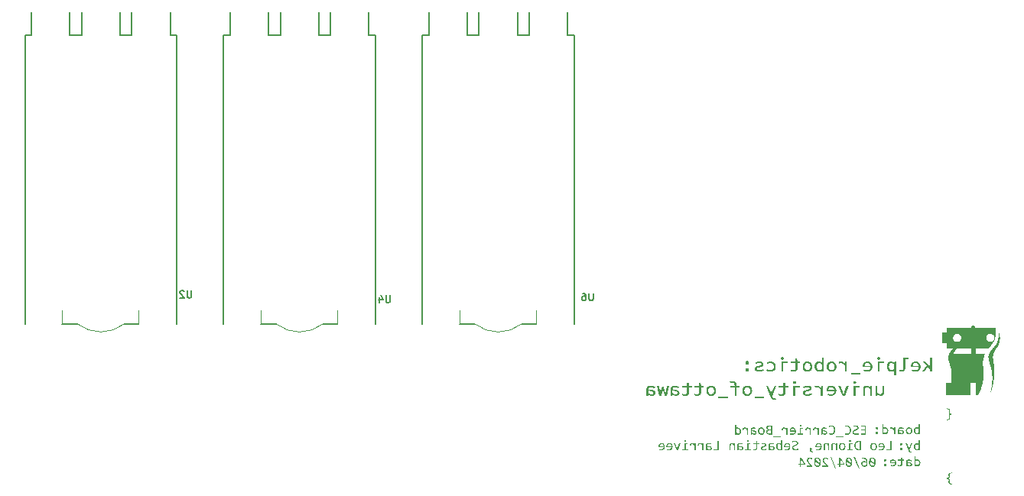
<source format=gbr>
%TF.GenerationSoftware,KiCad,Pcbnew,8.0.1*%
%TF.CreationDate,2024-04-06T13:43:38-04:00*%
%TF.ProjectId,template-card with ESCs,74656d70-6c61-4746-952d-636172642077,rev?*%
%TF.SameCoordinates,Original*%
%TF.FileFunction,Legend,Bot*%
%TF.FilePolarity,Positive*%
%FSLAX46Y46*%
G04 Gerber Fmt 4.6, Leading zero omitted, Abs format (unit mm)*
G04 Created by KiCad (PCBNEW 8.0.1) date 2024-04-06 13:43:38*
%MOMM*%
%LPD*%
G01*
G04 APERTURE LIST*
%ADD10C,0.000000*%
%ADD11C,0.150000*%
%ADD12C,0.127000*%
%ADD13C,0.100000*%
G04 APERTURE END LIST*
D10*
G36*
X175089046Y-94753999D02*
G01*
X174603647Y-94753999D01*
X174603647Y-94977021D01*
X174466283Y-94977021D01*
X174466283Y-94753999D01*
X174294191Y-94753999D01*
X174294191Y-94635928D01*
X174466283Y-94635928D01*
X174603645Y-94635928D01*
X174954766Y-94635928D01*
X174603645Y-94098053D01*
X174603645Y-94635928D01*
X174466283Y-94635928D01*
X174466283Y-93968407D01*
X174659208Y-93968407D01*
X175089046Y-94635928D01*
X175089046Y-94753999D01*
G37*
G36*
X175581302Y-93954657D02*
G01*
X175593369Y-93955082D01*
X175605248Y-93955791D01*
X175616941Y-93956782D01*
X175628448Y-93958057D01*
X175639767Y-93959616D01*
X175650899Y-93961458D01*
X175661845Y-93963583D01*
X175672603Y-93965991D01*
X175683175Y-93968683D01*
X175693560Y-93971659D01*
X175703758Y-93974917D01*
X175713769Y-93978459D01*
X175723593Y-93982285D01*
X175733230Y-93986393D01*
X175742681Y-93990785D01*
X175751875Y-93995413D01*
X175760936Y-94000227D01*
X175769864Y-94005228D01*
X175778660Y-94010415D01*
X175787324Y-94015790D01*
X175795854Y-94021352D01*
X175804253Y-94027100D01*
X175812518Y-94033036D01*
X175820651Y-94039158D01*
X175828651Y-94045467D01*
X175836518Y-94051963D01*
X175844253Y-94058647D01*
X175851856Y-94065517D01*
X175859325Y-94072573D01*
X175866662Y-94079817D01*
X175873867Y-94087248D01*
X175799784Y-94175993D01*
X175794253Y-94170369D01*
X175788655Y-94164876D01*
X175782990Y-94159517D01*
X175777260Y-94154290D01*
X175771463Y-94149195D01*
X175765600Y-94144233D01*
X175759671Y-94139404D01*
X175753675Y-94134708D01*
X175747613Y-94130144D01*
X175741485Y-94125712D01*
X175735290Y-94121414D01*
X175729029Y-94117248D01*
X175722702Y-94113214D01*
X175716309Y-94109313D01*
X175709849Y-94105545D01*
X175703323Y-94101910D01*
X175696718Y-94098452D01*
X175690022Y-94095218D01*
X175683236Y-94092207D01*
X175676360Y-94089418D01*
X175669393Y-94086853D01*
X175662336Y-94084511D01*
X175655189Y-94082392D01*
X175647951Y-94080495D01*
X175640623Y-94078822D01*
X175633205Y-94077372D01*
X175625696Y-94076146D01*
X175618097Y-94075142D01*
X175610407Y-94074361D01*
X175602627Y-94073803D01*
X175594757Y-94073469D01*
X175586796Y-94073357D01*
X175581059Y-94073414D01*
X175575425Y-94073586D01*
X175569893Y-94073873D01*
X175564464Y-94074274D01*
X175559137Y-94074789D01*
X175553913Y-94075419D01*
X175548791Y-94076164D01*
X175543772Y-94077023D01*
X175538855Y-94077996D01*
X175534041Y-94079085D01*
X175529329Y-94080287D01*
X175524720Y-94081605D01*
X175520213Y-94083036D01*
X175515809Y-94084583D01*
X175511508Y-94086244D01*
X175507309Y-94088019D01*
X175503209Y-94089894D01*
X175499206Y-94091854D01*
X175495299Y-94093898D01*
X175491489Y-94096026D01*
X175487775Y-94098238D01*
X175484157Y-94100536D01*
X175480636Y-94102917D01*
X175477212Y-94105383D01*
X175473884Y-94107933D01*
X175470653Y-94110568D01*
X175467518Y-94113287D01*
X175464479Y-94116090D01*
X175461537Y-94118978D01*
X175458692Y-94121950D01*
X175455943Y-94125007D01*
X175453290Y-94128148D01*
X175450727Y-94131365D01*
X175448249Y-94134647D01*
X175445856Y-94137996D01*
X175443547Y-94141412D01*
X175441322Y-94144894D01*
X175439182Y-94148441D01*
X175437126Y-94152056D01*
X175435154Y-94155736D01*
X175433267Y-94159483D01*
X175431464Y-94163296D01*
X175429746Y-94167176D01*
X175428112Y-94171122D01*
X175426562Y-94175134D01*
X175425097Y-94179213D01*
X175423716Y-94183357D01*
X175422419Y-94187569D01*
X175420068Y-94195925D01*
X175418030Y-94204402D01*
X175416306Y-94212999D01*
X175414895Y-94221717D01*
X175413798Y-94230556D01*
X175413014Y-94239515D01*
X175412544Y-94248594D01*
X175412388Y-94257794D01*
X175412508Y-94267549D01*
X175412870Y-94277135D01*
X175413473Y-94286552D01*
X175414317Y-94295800D01*
X175415402Y-94304880D01*
X175416729Y-94313790D01*
X175418297Y-94322532D01*
X175420106Y-94331105D01*
X175421128Y-94335368D01*
X175422264Y-94339666D01*
X175424880Y-94348373D01*
X175427955Y-94357223D01*
X175431488Y-94366218D01*
X175435479Y-94375358D01*
X175439928Y-94384643D01*
X175444835Y-94394072D01*
X175450201Y-94403646D01*
X175456073Y-94413232D01*
X175462500Y-94423084D01*
X175469482Y-94433200D01*
X175477018Y-94443582D01*
X175485109Y-94454229D01*
X175493754Y-94465141D01*
X175502955Y-94476318D01*
X175512709Y-94487761D01*
X175523115Y-94499602D01*
X175534268Y-94511974D01*
X175546170Y-94524876D01*
X175558818Y-94538308D01*
X175572214Y-94552271D01*
X175586358Y-94566765D01*
X175616889Y-94597343D01*
X175877723Y-94856635D01*
X175877723Y-94977021D01*
X175213287Y-94977021D01*
X175213295Y-94848917D01*
X175703325Y-94848917D01*
X175520432Y-94670654D01*
X175504503Y-94655183D01*
X175489129Y-94640027D01*
X175474310Y-94625184D01*
X175460046Y-94610654D01*
X175446336Y-94596438D01*
X175433180Y-94582535D01*
X175420580Y-94568946D01*
X175408534Y-94555671D01*
X175396838Y-94542612D01*
X175385673Y-94529674D01*
X175375038Y-94516857D01*
X175364934Y-94504160D01*
X175355360Y-94491583D01*
X175346316Y-94479128D01*
X175337803Y-94466793D01*
X175329820Y-94454578D01*
X175322163Y-94442231D01*
X175315013Y-94429884D01*
X175308369Y-94417537D01*
X175302231Y-94405190D01*
X175296600Y-94392842D01*
X175291476Y-94380495D01*
X175286858Y-94368148D01*
X175282746Y-94355801D01*
X175279129Y-94343321D01*
X175275993Y-94330576D01*
X175273341Y-94317565D01*
X175271170Y-94304290D01*
X175269482Y-94290749D01*
X175268276Y-94276942D01*
X175267553Y-94262870D01*
X175267312Y-94248533D01*
X175267399Y-94240003D01*
X175267662Y-94231580D01*
X175268099Y-94223266D01*
X175268711Y-94215061D01*
X175269497Y-94206964D01*
X175270459Y-94198976D01*
X175271595Y-94191096D01*
X175272907Y-94183325D01*
X175274393Y-94175662D01*
X175276054Y-94168108D01*
X175277890Y-94160662D01*
X175279900Y-94153325D01*
X175282086Y-94146096D01*
X175284446Y-94138976D01*
X175286981Y-94131965D01*
X175289691Y-94125061D01*
X175292464Y-94118279D01*
X175295382Y-94111629D01*
X175298444Y-94105112D01*
X175301651Y-94098727D01*
X175305003Y-94092475D01*
X175308500Y-94086356D01*
X175312141Y-94080369D01*
X175315928Y-94074515D01*
X175319859Y-94068794D01*
X175323934Y-94063205D01*
X175328155Y-94057749D01*
X175332520Y-94052425D01*
X175337030Y-94047234D01*
X175341685Y-94042176D01*
X175346484Y-94037250D01*
X175351428Y-94032457D01*
X175356504Y-94027799D01*
X175361701Y-94023281D01*
X175367019Y-94018901D01*
X175372457Y-94014659D01*
X175378015Y-94010557D01*
X175383694Y-94006593D01*
X175389494Y-94002767D01*
X175395414Y-93999081D01*
X175401455Y-93995533D01*
X175407617Y-93992124D01*
X175413899Y-93988853D01*
X175420302Y-93985721D01*
X175426825Y-93982728D01*
X175433469Y-93979873D01*
X175440233Y-93977157D01*
X175447118Y-93974580D01*
X175454016Y-93972150D01*
X175461009Y-93969877D01*
X175468099Y-93967761D01*
X175475286Y-93965801D01*
X175482569Y-93963999D01*
X175489948Y-93962353D01*
X175497424Y-93960864D01*
X175504997Y-93959531D01*
X175520431Y-93957337D01*
X175536251Y-93955769D01*
X175552457Y-93954829D01*
X175569048Y-93954515D01*
X175581302Y-93954657D01*
G37*
G36*
X176790598Y-94537971D02*
G01*
X176788608Y-94568707D01*
X176785822Y-94598309D01*
X176782241Y-94626777D01*
X176777864Y-94654113D01*
X176772690Y-94680314D01*
X176769845Y-94692263D01*
X176766721Y-94705382D01*
X176763454Y-94717497D01*
X176760017Y-94729341D01*
X176756412Y-94740914D01*
X176752638Y-94752215D01*
X176748695Y-94763245D01*
X176744584Y-94774003D01*
X176740303Y-94784491D01*
X176735854Y-94794707D01*
X176731236Y-94804651D01*
X176726449Y-94814325D01*
X176721493Y-94823727D01*
X176716368Y-94832858D01*
X176711075Y-94841717D01*
X176705613Y-94850305D01*
X176699981Y-94858622D01*
X176694181Y-94866668D01*
X176688222Y-94874451D01*
X176682111Y-94881981D01*
X176675850Y-94889258D01*
X176669438Y-94896281D01*
X176662876Y-94903052D01*
X176656162Y-94909569D01*
X176649298Y-94915833D01*
X176642284Y-94921844D01*
X176635118Y-94927601D01*
X176627802Y-94933106D01*
X176620336Y-94938357D01*
X176612718Y-94943355D01*
X176604950Y-94948099D01*
X176597031Y-94952591D01*
X176588961Y-94956829D01*
X176580741Y-94960815D01*
X176572388Y-94964459D01*
X176563921Y-94967868D01*
X176555339Y-94971043D01*
X176546642Y-94973982D01*
X176537831Y-94976686D01*
X176528905Y-94979155D01*
X176519865Y-94981388D01*
X176510710Y-94983387D01*
X176501441Y-94985150D01*
X176492057Y-94986679D01*
X176482558Y-94987972D01*
X176472945Y-94989030D01*
X176463218Y-94989853D01*
X176453376Y-94990441D01*
X176443419Y-94990793D01*
X176433348Y-94990911D01*
X176421676Y-94990766D01*
X176410197Y-94990332D01*
X176398911Y-94989609D01*
X176387818Y-94988596D01*
X176376917Y-94987293D01*
X176366210Y-94985702D01*
X176355696Y-94983821D01*
X176345374Y-94981650D01*
X176335246Y-94979191D01*
X176325310Y-94976441D01*
X176315568Y-94973403D01*
X176306018Y-94970075D01*
X176296661Y-94966458D01*
X176287497Y-94962551D01*
X176278527Y-94958355D01*
X176269749Y-94953870D01*
X176261061Y-94949025D01*
X176252555Y-94943946D01*
X176244229Y-94938632D01*
X176236084Y-94933082D01*
X176228120Y-94927298D01*
X176220337Y-94921278D01*
X176212734Y-94915023D01*
X176205313Y-94908533D01*
X176198072Y-94901807D01*
X176191012Y-94894847D01*
X176184133Y-94887652D01*
X176177435Y-94880221D01*
X176170917Y-94872555D01*
X176164581Y-94864654D01*
X176158425Y-94856518D01*
X176152450Y-94848147D01*
X176146660Y-94839459D01*
X176141056Y-94830566D01*
X176135639Y-94821469D01*
X176130409Y-94812166D01*
X176125366Y-94802659D01*
X176120510Y-94792946D01*
X176115840Y-94783029D01*
X176111358Y-94772906D01*
X176107062Y-94762579D01*
X176102953Y-94752046D01*
X176099031Y-94741309D01*
X176095296Y-94730366D01*
X176091748Y-94719219D01*
X176088386Y-94707866D01*
X176082224Y-94684547D01*
X176076798Y-94660310D01*
X176072095Y-94635447D01*
X176068116Y-94609957D01*
X176064861Y-94583839D01*
X176062329Y-94557095D01*
X176060520Y-94529724D01*
X176059435Y-94501726D01*
X176059132Y-94477731D01*
X176194891Y-94477731D01*
X176194893Y-94477732D01*
X176195146Y-94501871D01*
X176195906Y-94525287D01*
X176197172Y-94547980D01*
X176198945Y-94569949D01*
X176201224Y-94591195D01*
X176204010Y-94611718D01*
X176207302Y-94631517D01*
X176211101Y-94650592D01*
X176215369Y-94668739D01*
X176217666Y-94677533D01*
X176220071Y-94686139D01*
X176222585Y-94694558D01*
X176225208Y-94702791D01*
X176227939Y-94710836D01*
X176230778Y-94718695D01*
X176233726Y-94726367D01*
X176236783Y-94733852D01*
X176239948Y-94741150D01*
X176243222Y-94748261D01*
X176246604Y-94755185D01*
X176250095Y-94761922D01*
X176253694Y-94768472D01*
X176257401Y-94774835D01*
X176261215Y-94781009D01*
X176265131Y-94786990D01*
X176269149Y-94792777D01*
X176273270Y-94798372D01*
X176277493Y-94803774D01*
X176281819Y-94808983D01*
X176286248Y-94813999D01*
X176290778Y-94818822D01*
X176295412Y-94823453D01*
X176300147Y-94827890D01*
X176304986Y-94832134D01*
X176309926Y-94836186D01*
X176314970Y-94840044D01*
X176320115Y-94843710D01*
X176325364Y-94847182D01*
X176330715Y-94850462D01*
X176336059Y-94853546D01*
X176341482Y-94856431D01*
X176346983Y-94859117D01*
X176352563Y-94861604D01*
X176358221Y-94863892D01*
X176363957Y-94865981D01*
X176369772Y-94867871D01*
X176375665Y-94869562D01*
X176381637Y-94871054D01*
X176387687Y-94872347D01*
X176393815Y-94873441D01*
X176400022Y-94874337D01*
X176406307Y-94875033D01*
X176412671Y-94875530D01*
X176419113Y-94875829D01*
X176425634Y-94875928D01*
X176430713Y-94875877D01*
X176435726Y-94875723D01*
X176440672Y-94875467D01*
X176445552Y-94875108D01*
X176450366Y-94874647D01*
X176455114Y-94874083D01*
X176459795Y-94873417D01*
X176464410Y-94872649D01*
X176468959Y-94871777D01*
X176473442Y-94870804D01*
X176477858Y-94869728D01*
X176482207Y-94868549D01*
X176486491Y-94867268D01*
X176490708Y-94865884D01*
X176494858Y-94864398D01*
X176498943Y-94862810D01*
X176502874Y-94861034D01*
X176506756Y-94859180D01*
X176510591Y-94857248D01*
X176514377Y-94855237D01*
X176518115Y-94853148D01*
X176521805Y-94850981D01*
X176525446Y-94848735D01*
X176529039Y-94846411D01*
X176532584Y-94844009D01*
X176536081Y-94841528D01*
X176539530Y-94838968D01*
X176542930Y-94836331D01*
X176546282Y-94833615D01*
X176549586Y-94830820D01*
X176552841Y-94827947D01*
X176556048Y-94824996D01*
X176559108Y-94821873D01*
X176562114Y-94818678D01*
X176565065Y-94815410D01*
X176567962Y-94812070D01*
X176570805Y-94808657D01*
X176573593Y-94805172D01*
X176576328Y-94801615D01*
X176579008Y-94797986D01*
X176581633Y-94794284D01*
X176584205Y-94790510D01*
X176586722Y-94786663D01*
X176589185Y-94782745D01*
X176593947Y-94774690D01*
X176598493Y-94766346D01*
X176602833Y-94757761D01*
X176606981Y-94748983D01*
X176610935Y-94740012D01*
X176614697Y-94730848D01*
X176618266Y-94721491D01*
X176621642Y-94711941D01*
X176624825Y-94702198D01*
X176627815Y-94692263D01*
X176201067Y-94375093D01*
X176199954Y-94387537D01*
X176198940Y-94400174D01*
X176198025Y-94413003D01*
X176197207Y-94426026D01*
X176196664Y-94432405D01*
X176196193Y-94438808D01*
X176195795Y-94445235D01*
X176195470Y-94451685D01*
X176195216Y-94458160D01*
X176195036Y-94464660D01*
X176194927Y-94471183D01*
X176194891Y-94477731D01*
X176059132Y-94477731D01*
X176059074Y-94473100D01*
X176059472Y-94440098D01*
X176060665Y-94408229D01*
X176062655Y-94377493D01*
X176065440Y-94347891D01*
X176069022Y-94319423D01*
X176073399Y-94292087D01*
X176078571Y-94265886D01*
X176083070Y-94246991D01*
X176226533Y-94246991D01*
X176653283Y-94562617D01*
X176654342Y-94551331D01*
X176655210Y-94539852D01*
X176655886Y-94528180D01*
X176656370Y-94516315D01*
X176656370Y-94468470D01*
X176656117Y-94444342D01*
X176655357Y-94420962D01*
X176654092Y-94398329D01*
X176652319Y-94376444D01*
X176650040Y-94355307D01*
X176647255Y-94334917D01*
X176643963Y-94315274D01*
X176640165Y-94296380D01*
X176635896Y-94278052D01*
X176633599Y-94269177D01*
X176631193Y-94260495D01*
X176628679Y-94252007D01*
X176626057Y-94243711D01*
X176623326Y-94235608D01*
X176620486Y-94227698D01*
X176617538Y-94219981D01*
X176614481Y-94212457D01*
X176611316Y-94205126D01*
X176608042Y-94197988D01*
X176604660Y-94191043D01*
X176601169Y-94184290D01*
X176597570Y-94177731D01*
X176593862Y-94171364D01*
X176590052Y-94165097D01*
X176586145Y-94159029D01*
X176582142Y-94153160D01*
X176578042Y-94147490D01*
X176573846Y-94142019D01*
X176569554Y-94136747D01*
X176565165Y-94131673D01*
X176560679Y-94126799D01*
X176556097Y-94122124D01*
X176551419Y-94117647D01*
X176546644Y-94113370D01*
X176541772Y-94109291D01*
X176536805Y-94105411D01*
X176531740Y-94101731D01*
X176526579Y-94098249D01*
X176521322Y-94094966D01*
X176515884Y-94091882D01*
X176510373Y-94088997D01*
X176504790Y-94086312D01*
X176499135Y-94083825D01*
X176493407Y-94081537D01*
X176487607Y-94079448D01*
X176481735Y-94077558D01*
X176475790Y-94075867D01*
X176469773Y-94074374D01*
X176463684Y-94073081D01*
X176457523Y-94071987D01*
X176451289Y-94071092D01*
X176444983Y-94070395D01*
X176438605Y-94069898D01*
X176432154Y-94069600D01*
X176425632Y-94069500D01*
X176420742Y-94069551D01*
X176415913Y-94069705D01*
X176411144Y-94069961D01*
X176406436Y-94070320D01*
X176401787Y-94070781D01*
X176397199Y-94071345D01*
X176392671Y-94072011D01*
X176388204Y-94072779D01*
X176383796Y-94073651D01*
X176379450Y-94074624D01*
X176375163Y-94075700D01*
X176370936Y-94076879D01*
X176366770Y-94078160D01*
X176362665Y-94079544D01*
X176358619Y-94081030D01*
X176354634Y-94082619D01*
X176350706Y-94084301D01*
X176346833Y-94086067D01*
X176343013Y-94087918D01*
X176339248Y-94089853D01*
X176335537Y-94091873D01*
X176331880Y-94093977D01*
X176328278Y-94096165D01*
X176324730Y-94098438D01*
X176321236Y-94100795D01*
X176317797Y-94103237D01*
X176314411Y-94105763D01*
X176311080Y-94108374D01*
X176307804Y-94111069D01*
X176304581Y-94113848D01*
X176301413Y-94116712D01*
X176298299Y-94119660D01*
X176295240Y-94122590D01*
X176292234Y-94125592D01*
X176289283Y-94128667D01*
X176286386Y-94131814D01*
X176283543Y-94135034D01*
X176280754Y-94138325D01*
X176278020Y-94141689D01*
X176275340Y-94145126D01*
X176272715Y-94148635D01*
X176270143Y-94152216D01*
X176267626Y-94155869D01*
X176265163Y-94159595D01*
X176262755Y-94163393D01*
X176260400Y-94167264D01*
X176258100Y-94171207D01*
X176255855Y-94175222D01*
X176251515Y-94183434D01*
X176247367Y-94191862D01*
X176243413Y-94200508D01*
X176239651Y-94209370D01*
X176236082Y-94218450D01*
X176232706Y-94227746D01*
X176229523Y-94237260D01*
X176226533Y-94246991D01*
X176083070Y-94246991D01*
X176084540Y-94240817D01*
X176087807Y-94228702D01*
X176091244Y-94216859D01*
X176094849Y-94205286D01*
X176098623Y-94193985D01*
X176102566Y-94182955D01*
X176106678Y-94172197D01*
X176110959Y-94161709D01*
X176115408Y-94151493D01*
X176120027Y-94141548D01*
X176124814Y-94131875D01*
X176129770Y-94122473D01*
X176134895Y-94113342D01*
X176140188Y-94104483D01*
X176145651Y-94095894D01*
X176151282Y-94087577D01*
X176157082Y-94079532D01*
X176163041Y-94071658D01*
X176169152Y-94064050D01*
X176175413Y-94056707D01*
X176181825Y-94049629D01*
X176188387Y-94042816D01*
X176195100Y-94036269D01*
X176201964Y-94029987D01*
X176208979Y-94023970D01*
X176216144Y-94018219D01*
X176223460Y-94012732D01*
X176230927Y-94007511D01*
X176238544Y-94002555D01*
X176246312Y-93997865D01*
X176254232Y-93993440D01*
X176262301Y-93989280D01*
X176270522Y-93985385D01*
X176278875Y-93981647D01*
X176287342Y-93978150D01*
X176295924Y-93974894D01*
X176304620Y-93971880D01*
X176313431Y-93969107D01*
X176322357Y-93966574D01*
X176331397Y-93964283D01*
X176340552Y-93962233D01*
X176349822Y-93960425D01*
X176359206Y-93958857D01*
X176368704Y-93957531D01*
X176378318Y-93956446D01*
X176388045Y-93955602D01*
X176397887Y-93954999D01*
X176407844Y-93954637D01*
X176417916Y-93954516D01*
X176429497Y-93954664D01*
X176440897Y-93955107D01*
X176452117Y-93955846D01*
X176463156Y-93956880D01*
X176474014Y-93958209D01*
X176484691Y-93959834D01*
X176495187Y-93961754D01*
X176505503Y-93963970D01*
X176515637Y-93966481D01*
X176525591Y-93969288D01*
X176535364Y-93972390D01*
X176544956Y-93975787D01*
X176554367Y-93979480D01*
X176563597Y-93983468D01*
X176572646Y-93987752D01*
X176581514Y-93992331D01*
X176590202Y-93997085D01*
X176598709Y-94002085D01*
X176607034Y-94007334D01*
X176615179Y-94012829D01*
X176623143Y-94018571D01*
X176630927Y-94024561D01*
X176638529Y-94030798D01*
X176645950Y-94037282D01*
X176653191Y-94044013D01*
X176660251Y-94050991D01*
X176667130Y-94058217D01*
X176673828Y-94065690D01*
X176680345Y-94073410D01*
X176686681Y-94081377D01*
X176692836Y-94089591D01*
X176698811Y-94098053D01*
X176704511Y-94106650D01*
X176710037Y-94115464D01*
X176715387Y-94124495D01*
X176720563Y-94133744D01*
X176725564Y-94143209D01*
X176730391Y-94152891D01*
X176735042Y-94162791D01*
X176739519Y-94172907D01*
X176743820Y-94183241D01*
X176747947Y-94193791D01*
X176751899Y-94204559D01*
X176755677Y-94215544D01*
X176762706Y-94238164D01*
X176769037Y-94261653D01*
X176774463Y-94285889D01*
X176779166Y-94310753D01*
X176783145Y-94336243D01*
X176786401Y-94362361D01*
X176788934Y-94389105D01*
X176790742Y-94416477D01*
X176791828Y-94444475D01*
X176792190Y-94473100D01*
X176791792Y-94506102D01*
X176791409Y-94516315D01*
X176790598Y-94537971D01*
G37*
G36*
X177319172Y-93954657D02*
G01*
X177331239Y-93955082D01*
X177343119Y-93955791D01*
X177354812Y-93956782D01*
X177366318Y-93958057D01*
X177377638Y-93959616D01*
X177388770Y-93961458D01*
X177399716Y-93963583D01*
X177410475Y-93965991D01*
X177421046Y-93968683D01*
X177431431Y-93971659D01*
X177441629Y-93974917D01*
X177451640Y-93978459D01*
X177461464Y-93982285D01*
X177471101Y-93986393D01*
X177480551Y-93990785D01*
X177489746Y-93995413D01*
X177498807Y-94000227D01*
X177507736Y-94005228D01*
X177516532Y-94010415D01*
X177525196Y-94015790D01*
X177533727Y-94021352D01*
X177542125Y-94027100D01*
X177550390Y-94033036D01*
X177558523Y-94039158D01*
X177566523Y-94045467D01*
X177574391Y-94051963D01*
X177582126Y-94058647D01*
X177589728Y-94065517D01*
X177597198Y-94072573D01*
X177604535Y-94079817D01*
X177611739Y-94087248D01*
X177537657Y-94175993D01*
X177532125Y-94170369D01*
X177526527Y-94164876D01*
X177520863Y-94159517D01*
X177515132Y-94154290D01*
X177509336Y-94149195D01*
X177503473Y-94144233D01*
X177497543Y-94139404D01*
X177491548Y-94134708D01*
X177485486Y-94130144D01*
X177479357Y-94125712D01*
X177473163Y-94121414D01*
X177466902Y-94117248D01*
X177460575Y-94113214D01*
X177454181Y-94109313D01*
X177447722Y-94105545D01*
X177441196Y-94101910D01*
X177434590Y-94098452D01*
X177427895Y-94095218D01*
X177421109Y-94092207D01*
X177414232Y-94089418D01*
X177407266Y-94086853D01*
X177400209Y-94084511D01*
X177393061Y-94082392D01*
X177385824Y-94080495D01*
X177378495Y-94078822D01*
X177371077Y-94077372D01*
X177363568Y-94076146D01*
X177355968Y-94075142D01*
X177348279Y-94074361D01*
X177340498Y-94073803D01*
X177332628Y-94073469D01*
X177324666Y-94073357D01*
X177318930Y-94073414D01*
X177313296Y-94073586D01*
X177307765Y-94073873D01*
X177302336Y-94074274D01*
X177297009Y-94074789D01*
X177291785Y-94075419D01*
X177286663Y-94076164D01*
X177281644Y-94077023D01*
X177276727Y-94077996D01*
X177271913Y-94079085D01*
X177267201Y-94080287D01*
X177262592Y-94081605D01*
X177258085Y-94083036D01*
X177253680Y-94084583D01*
X177249379Y-94086244D01*
X177245179Y-94088019D01*
X177241080Y-94089894D01*
X177237077Y-94091854D01*
X177233170Y-94093898D01*
X177229360Y-94096026D01*
X177225647Y-94098238D01*
X177222029Y-94100536D01*
X177218509Y-94102917D01*
X177215084Y-94105383D01*
X177211757Y-94107933D01*
X177208525Y-94110568D01*
X177205390Y-94113287D01*
X177202352Y-94116090D01*
X177199410Y-94118978D01*
X177196564Y-94121950D01*
X177193815Y-94125007D01*
X177191163Y-94128148D01*
X177188600Y-94131365D01*
X177186122Y-94134647D01*
X177183728Y-94137996D01*
X177181419Y-94141412D01*
X177179195Y-94144894D01*
X177177054Y-94148441D01*
X177174998Y-94152056D01*
X177173027Y-94155736D01*
X177171140Y-94159483D01*
X177169337Y-94163296D01*
X177167619Y-94167176D01*
X177165985Y-94171122D01*
X177164435Y-94175134D01*
X177162970Y-94179213D01*
X177161589Y-94183357D01*
X177160292Y-94187569D01*
X177157940Y-94195925D01*
X177155902Y-94204402D01*
X177154178Y-94212999D01*
X177152767Y-94221717D01*
X177151669Y-94230556D01*
X177150885Y-94239515D01*
X177150415Y-94248594D01*
X177150258Y-94257794D01*
X177150379Y-94267549D01*
X177150741Y-94277135D01*
X177151344Y-94286552D01*
X177152188Y-94295800D01*
X177153274Y-94304880D01*
X177154600Y-94313790D01*
X177156168Y-94322532D01*
X177157976Y-94331105D01*
X177158998Y-94335368D01*
X177160135Y-94339666D01*
X177162752Y-94348373D01*
X177165827Y-94357223D01*
X177169360Y-94366218D01*
X177173351Y-94375358D01*
X177177800Y-94384643D01*
X177182708Y-94394072D01*
X177188074Y-94403646D01*
X177193946Y-94413232D01*
X177200373Y-94423084D01*
X177207354Y-94433200D01*
X177214891Y-94443582D01*
X177222981Y-94454229D01*
X177231627Y-94465141D01*
X177240827Y-94476318D01*
X177250582Y-94487761D01*
X177260988Y-94499602D01*
X177272141Y-94511974D01*
X177284042Y-94524876D01*
X177296691Y-94538308D01*
X177310087Y-94552271D01*
X177324231Y-94566765D01*
X177354762Y-94597343D01*
X177615595Y-94856635D01*
X177615595Y-94977021D01*
X176951159Y-94977021D01*
X176951166Y-94848917D01*
X177441198Y-94848917D01*
X177258304Y-94670654D01*
X177242376Y-94655183D01*
X177227002Y-94640027D01*
X177212183Y-94625184D01*
X177197918Y-94610654D01*
X177184208Y-94596438D01*
X177171053Y-94582535D01*
X177158452Y-94568946D01*
X177146406Y-94555671D01*
X177134711Y-94542612D01*
X177123545Y-94529674D01*
X177112911Y-94516857D01*
X177102806Y-94504160D01*
X177093232Y-94491583D01*
X177084189Y-94479128D01*
X177075676Y-94466793D01*
X177067693Y-94454578D01*
X177060036Y-94442231D01*
X177052886Y-94429884D01*
X177046241Y-94417537D01*
X177040104Y-94405190D01*
X177034472Y-94392842D01*
X177029347Y-94380495D01*
X177024729Y-94368148D01*
X177020617Y-94355801D01*
X177017000Y-94343321D01*
X177013865Y-94330576D01*
X177011213Y-94317565D01*
X177009043Y-94304290D01*
X177007355Y-94290749D01*
X177006149Y-94276942D01*
X177005426Y-94262870D01*
X177005185Y-94248533D01*
X177005272Y-94240003D01*
X177005534Y-94231580D01*
X177005971Y-94223266D01*
X177006583Y-94215061D01*
X177007370Y-94206964D01*
X177008332Y-94198976D01*
X177009468Y-94191096D01*
X177010779Y-94183325D01*
X177012265Y-94175662D01*
X177013926Y-94168108D01*
X177015762Y-94160662D01*
X177017773Y-94153325D01*
X177019958Y-94146096D01*
X177022319Y-94138976D01*
X177024854Y-94131965D01*
X177027564Y-94125061D01*
X177030337Y-94118279D01*
X177033254Y-94111629D01*
X177036317Y-94105112D01*
X177039524Y-94098727D01*
X177042876Y-94092475D01*
X177046372Y-94086356D01*
X177050014Y-94080369D01*
X177053800Y-94074515D01*
X177057731Y-94068794D01*
X177061807Y-94063205D01*
X177066027Y-94057749D01*
X177070392Y-94052425D01*
X177074902Y-94047234D01*
X177079556Y-94042176D01*
X177084355Y-94037250D01*
X177089299Y-94032457D01*
X177094375Y-94027799D01*
X177099572Y-94023281D01*
X177104890Y-94018901D01*
X177110328Y-94014659D01*
X177115887Y-94010557D01*
X177121566Y-94006593D01*
X177127366Y-94002767D01*
X177133287Y-93999081D01*
X177139327Y-93995533D01*
X177145489Y-93992124D01*
X177151771Y-93988853D01*
X177158173Y-93985721D01*
X177164696Y-93982728D01*
X177171340Y-93979873D01*
X177178104Y-93977157D01*
X177184989Y-93974580D01*
X177191886Y-93972150D01*
X177198880Y-93969877D01*
X177205971Y-93967761D01*
X177213157Y-93965801D01*
X177220441Y-93963999D01*
X177227820Y-93962353D01*
X177235296Y-93960864D01*
X177242869Y-93959531D01*
X177258303Y-93957337D01*
X177274122Y-93955769D01*
X177290328Y-93954829D01*
X177306919Y-93954515D01*
X177319172Y-93954657D01*
G37*
G36*
X178509223Y-95142936D02*
G01*
X178381120Y-95142936D01*
X177851734Y-93886607D01*
X177979838Y-93886607D01*
X178509223Y-95142936D01*
G37*
G36*
X179433722Y-94753999D02*
G01*
X178948322Y-94753999D01*
X178948322Y-94977021D01*
X178810959Y-94977021D01*
X178810959Y-94753999D01*
X178638869Y-94753999D01*
X178638869Y-94635928D01*
X178810959Y-94635928D01*
X178948321Y-94635928D01*
X179299445Y-94635928D01*
X178948321Y-94098053D01*
X178948321Y-94635928D01*
X178810959Y-94635928D01*
X178810959Y-93968407D01*
X179003884Y-93968407D01*
X179433722Y-94635928D01*
X179433722Y-94753999D01*
G37*
G36*
X180266339Y-94537971D02*
G01*
X180264349Y-94568707D01*
X180261564Y-94598309D01*
X180257983Y-94626777D01*
X180253606Y-94654113D01*
X180248433Y-94680314D01*
X180245588Y-94692263D01*
X180242464Y-94705382D01*
X180239197Y-94717497D01*
X180235760Y-94729341D01*
X180232155Y-94740914D01*
X180228381Y-94752215D01*
X180224438Y-94763245D01*
X180220326Y-94774003D01*
X180216046Y-94784491D01*
X180211596Y-94794707D01*
X180206978Y-94804651D01*
X180202191Y-94814325D01*
X180197235Y-94823727D01*
X180192111Y-94832858D01*
X180186817Y-94841717D01*
X180181355Y-94850305D01*
X180175724Y-94858622D01*
X180169925Y-94866668D01*
X180163965Y-94874451D01*
X180157854Y-94881981D01*
X180151593Y-94889258D01*
X180145181Y-94896281D01*
X180138619Y-94903052D01*
X180131906Y-94909569D01*
X180125042Y-94915833D01*
X180118027Y-94921844D01*
X180110862Y-94927601D01*
X180103545Y-94933106D01*
X180096079Y-94938357D01*
X180088461Y-94943355D01*
X180080693Y-94948099D01*
X180072774Y-94952591D01*
X180064705Y-94956829D01*
X180056484Y-94960815D01*
X180048131Y-94964459D01*
X180039664Y-94967868D01*
X180031082Y-94971043D01*
X180022385Y-94973982D01*
X180013574Y-94976686D01*
X180004648Y-94979155D01*
X179995608Y-94981388D01*
X179986453Y-94983387D01*
X179977183Y-94985150D01*
X179967799Y-94986679D01*
X179958301Y-94987972D01*
X179948688Y-94989030D01*
X179938960Y-94989853D01*
X179929118Y-94990441D01*
X179919161Y-94990793D01*
X179909090Y-94990911D01*
X179897418Y-94990766D01*
X179885939Y-94990332D01*
X179874653Y-94989609D01*
X179863560Y-94988596D01*
X179852659Y-94987293D01*
X179841952Y-94985702D01*
X179831438Y-94983821D01*
X179821116Y-94981650D01*
X179810988Y-94979191D01*
X179801052Y-94976441D01*
X179791309Y-94973403D01*
X179781759Y-94970075D01*
X179772403Y-94966458D01*
X179763239Y-94962551D01*
X179754268Y-94958355D01*
X179745490Y-94953870D01*
X179736802Y-94949025D01*
X179728295Y-94943946D01*
X179719969Y-94938632D01*
X179711824Y-94933082D01*
X179703860Y-94927298D01*
X179696077Y-94921278D01*
X179688474Y-94915023D01*
X179681053Y-94908533D01*
X179673812Y-94901807D01*
X179666752Y-94894847D01*
X179659873Y-94887652D01*
X179653175Y-94880221D01*
X179646658Y-94872555D01*
X179640322Y-94864654D01*
X179634166Y-94856518D01*
X179628191Y-94848147D01*
X179622400Y-94839459D01*
X179616796Y-94830566D01*
X179611379Y-94821469D01*
X179606149Y-94812166D01*
X179601106Y-94802659D01*
X179596249Y-94792946D01*
X179591580Y-94783029D01*
X179587097Y-94772906D01*
X179582802Y-94762579D01*
X179578693Y-94752046D01*
X179574771Y-94741309D01*
X179571036Y-94730366D01*
X179567488Y-94719219D01*
X179564127Y-94707866D01*
X179557966Y-94684547D01*
X179552540Y-94660310D01*
X179547837Y-94635447D01*
X179543858Y-94609957D01*
X179540602Y-94583839D01*
X179538070Y-94557095D01*
X179536262Y-94529724D01*
X179535176Y-94501726D01*
X179534873Y-94477731D01*
X179670634Y-94477731D01*
X179670635Y-94477732D01*
X179670888Y-94501871D01*
X179671648Y-94525287D01*
X179672914Y-94547980D01*
X179674687Y-94569949D01*
X179676966Y-94591195D01*
X179679751Y-94611718D01*
X179683043Y-94631517D01*
X179686841Y-94650592D01*
X179691109Y-94668739D01*
X179693406Y-94677533D01*
X179695812Y-94686139D01*
X179698326Y-94694558D01*
X179700948Y-94702791D01*
X179703679Y-94710836D01*
X179706519Y-94718695D01*
X179709467Y-94726367D01*
X179712524Y-94733852D01*
X179715689Y-94741150D01*
X179718963Y-94748261D01*
X179722345Y-94755185D01*
X179725835Y-94761922D01*
X179729435Y-94768472D01*
X179733142Y-94774835D01*
X179736956Y-94781009D01*
X179740871Y-94786990D01*
X179744890Y-94792777D01*
X179749011Y-94798372D01*
X179753234Y-94803774D01*
X179757560Y-94808983D01*
X179761988Y-94813999D01*
X179766519Y-94818822D01*
X179771152Y-94823453D01*
X179775888Y-94827890D01*
X179780726Y-94832134D01*
X179785667Y-94836186D01*
X179790710Y-94840044D01*
X179795856Y-94843710D01*
X179801104Y-94847182D01*
X179806454Y-94850462D01*
X179811799Y-94853546D01*
X179817222Y-94856431D01*
X179822723Y-94859117D01*
X179828303Y-94861604D01*
X179833961Y-94863892D01*
X179839698Y-94865981D01*
X179845513Y-94867871D01*
X179851406Y-94869562D01*
X179857377Y-94871054D01*
X179863428Y-94872347D01*
X179869556Y-94873441D01*
X179875763Y-94874337D01*
X179882048Y-94875033D01*
X179888411Y-94875530D01*
X179894853Y-94875829D01*
X179901374Y-94875928D01*
X179906453Y-94875877D01*
X179911466Y-94875723D01*
X179916413Y-94875467D01*
X179921293Y-94875108D01*
X179926107Y-94874647D01*
X179930855Y-94874083D01*
X179935536Y-94873417D01*
X179940151Y-94872649D01*
X179944700Y-94871777D01*
X179949182Y-94870804D01*
X179953599Y-94869728D01*
X179957948Y-94868549D01*
X179962232Y-94867268D01*
X179966449Y-94865884D01*
X179970600Y-94864398D01*
X179974685Y-94862810D01*
X179978615Y-94861034D01*
X179982498Y-94859180D01*
X179986332Y-94857248D01*
X179990118Y-94855237D01*
X179993856Y-94853148D01*
X179997546Y-94850981D01*
X180001187Y-94848735D01*
X180004780Y-94846411D01*
X180008325Y-94844009D01*
X180011822Y-94841528D01*
X180015270Y-94838968D01*
X180018671Y-94836331D01*
X180022023Y-94833615D01*
X180025327Y-94830820D01*
X180028583Y-94827947D01*
X180031790Y-94824996D01*
X180034850Y-94821873D01*
X180037856Y-94818678D01*
X180040807Y-94815410D01*
X180043704Y-94812070D01*
X180046546Y-94808657D01*
X180049335Y-94805172D01*
X180052069Y-94801615D01*
X180054749Y-94797986D01*
X180057374Y-94794284D01*
X180059946Y-94790510D01*
X180062463Y-94786663D01*
X180064926Y-94782745D01*
X180069688Y-94774690D01*
X180074234Y-94766346D01*
X180078575Y-94757761D01*
X180082722Y-94748983D01*
X180086677Y-94740012D01*
X180090439Y-94730848D01*
X180094008Y-94721491D01*
X180097384Y-94711941D01*
X180100568Y-94702198D01*
X180103558Y-94692263D01*
X179676807Y-94375093D01*
X179675698Y-94387537D01*
X179674685Y-94400174D01*
X179673769Y-94413003D01*
X179672949Y-94426026D01*
X179672406Y-94432405D01*
X179671936Y-94438808D01*
X179671538Y-94445235D01*
X179671213Y-94451685D01*
X179670960Y-94458160D01*
X179670779Y-94464660D01*
X179670670Y-94471183D01*
X179670634Y-94477731D01*
X179534873Y-94477731D01*
X179534815Y-94473100D01*
X179535213Y-94440098D01*
X179536406Y-94408229D01*
X179538396Y-94377493D01*
X179541181Y-94347891D01*
X179544762Y-94319423D01*
X179549139Y-94292087D01*
X179554312Y-94265886D01*
X179558811Y-94246991D01*
X179702273Y-94246991D01*
X180129024Y-94562617D01*
X180130085Y-94551331D01*
X180130954Y-94539852D01*
X180131629Y-94528180D01*
X180132111Y-94516315D01*
X180132111Y-94468470D01*
X180131858Y-94444342D01*
X180131098Y-94420962D01*
X180129832Y-94398329D01*
X180128060Y-94376444D01*
X180125781Y-94355307D01*
X180122996Y-94334917D01*
X180119704Y-94315274D01*
X180115906Y-94296380D01*
X180111637Y-94278052D01*
X180109340Y-94269177D01*
X180106935Y-94260495D01*
X180104421Y-94252007D01*
X180101798Y-94243711D01*
X180099067Y-94235608D01*
X180096227Y-94227698D01*
X180093279Y-94219981D01*
X180090223Y-94212457D01*
X180087057Y-94205126D01*
X180083784Y-94197988D01*
X180080401Y-94191043D01*
X180076911Y-94184290D01*
X180073312Y-94177731D01*
X180069604Y-94171364D01*
X180065794Y-94165097D01*
X180061887Y-94159029D01*
X180057884Y-94153160D01*
X180053784Y-94147490D01*
X180049588Y-94142019D01*
X180045296Y-94136747D01*
X180040906Y-94131673D01*
X180036421Y-94126799D01*
X180031839Y-94122124D01*
X180027160Y-94117647D01*
X180022385Y-94113370D01*
X180017514Y-94109291D01*
X180012546Y-94105411D01*
X180007482Y-94101731D01*
X180002321Y-94098249D01*
X179997064Y-94094966D01*
X179991626Y-94091882D01*
X179986115Y-94088997D01*
X179980532Y-94086312D01*
X179974877Y-94083825D01*
X179969149Y-94081537D01*
X179963349Y-94079448D01*
X179957477Y-94077558D01*
X179951533Y-94075867D01*
X179945516Y-94074374D01*
X179939427Y-94073081D01*
X179933265Y-94071987D01*
X179927031Y-94071092D01*
X179920725Y-94070395D01*
X179914347Y-94069898D01*
X179907896Y-94069600D01*
X179901373Y-94069500D01*
X179896483Y-94069551D01*
X179891654Y-94069705D01*
X179886885Y-94069961D01*
X179882176Y-94070320D01*
X179877528Y-94070781D01*
X179872940Y-94071345D01*
X179868412Y-94072011D01*
X179863944Y-94072779D01*
X179859537Y-94073651D01*
X179855190Y-94074624D01*
X179850904Y-94075700D01*
X179846678Y-94076879D01*
X179842512Y-94078160D01*
X179838406Y-94079544D01*
X179834361Y-94081030D01*
X179830376Y-94082619D01*
X179826448Y-94084301D01*
X179822574Y-94086067D01*
X179818755Y-94087918D01*
X179814990Y-94089853D01*
X179811279Y-94091873D01*
X179807622Y-94093977D01*
X179804020Y-94096165D01*
X179800472Y-94098438D01*
X179796978Y-94100795D01*
X179793538Y-94103237D01*
X179790153Y-94105763D01*
X179786822Y-94108374D01*
X179783546Y-94111069D01*
X179780323Y-94113848D01*
X179777155Y-94116712D01*
X179774041Y-94119660D01*
X179770982Y-94122590D01*
X179767976Y-94125592D01*
X179765025Y-94128667D01*
X179762128Y-94131814D01*
X179759285Y-94135034D01*
X179756497Y-94138325D01*
X179753762Y-94141689D01*
X179751082Y-94145126D01*
X179748457Y-94148635D01*
X179745886Y-94152216D01*
X179743369Y-94155869D01*
X179740906Y-94159595D01*
X179738497Y-94163393D01*
X179736143Y-94167264D01*
X179733843Y-94171207D01*
X179731598Y-94175222D01*
X179727257Y-94183434D01*
X179723109Y-94191862D01*
X179719154Y-94200508D01*
X179715392Y-94209370D01*
X179711823Y-94218450D01*
X179708447Y-94227746D01*
X179705263Y-94237260D01*
X179702273Y-94246991D01*
X179558811Y-94246991D01*
X179560281Y-94240817D01*
X179563548Y-94228702D01*
X179566985Y-94216859D01*
X179570590Y-94205286D01*
X179574364Y-94193985D01*
X179578307Y-94182955D01*
X179582419Y-94172197D01*
X179586700Y-94161709D01*
X179591149Y-94151493D01*
X179595767Y-94141548D01*
X179600554Y-94131875D01*
X179605510Y-94122473D01*
X179610635Y-94113342D01*
X179615928Y-94104483D01*
X179621391Y-94095894D01*
X179627022Y-94087577D01*
X179632822Y-94079532D01*
X179638781Y-94071658D01*
X179644892Y-94064050D01*
X179651153Y-94056707D01*
X179657564Y-94049629D01*
X179664127Y-94042816D01*
X179670840Y-94036269D01*
X179677704Y-94029987D01*
X179684718Y-94023970D01*
X179691884Y-94018219D01*
X179699200Y-94012732D01*
X179706666Y-94007511D01*
X179714284Y-94002555D01*
X179722052Y-93997865D01*
X179729971Y-93993440D01*
X179738041Y-93989280D01*
X179746261Y-93985385D01*
X179754614Y-93981647D01*
X179763082Y-93978150D01*
X179771664Y-93974894D01*
X179780361Y-93971880D01*
X179789172Y-93969107D01*
X179798098Y-93966574D01*
X179807138Y-93964283D01*
X179816293Y-93962233D01*
X179825562Y-93960425D01*
X179834946Y-93958857D01*
X179844445Y-93957531D01*
X179854058Y-93956446D01*
X179863785Y-93955602D01*
X179873627Y-93954999D01*
X179883584Y-93954637D01*
X179893655Y-93954516D01*
X179905237Y-93954664D01*
X179916638Y-93955107D01*
X179927858Y-93955846D01*
X179938897Y-93956880D01*
X179949755Y-93958209D01*
X179960432Y-93959834D01*
X179970928Y-93961754D01*
X179981244Y-93963970D01*
X179991378Y-93966481D01*
X180001332Y-93969288D01*
X180011105Y-93972390D01*
X180020697Y-93975787D01*
X180030108Y-93979480D01*
X180039339Y-93983468D01*
X180048388Y-93987752D01*
X180057257Y-93992331D01*
X180065944Y-93997085D01*
X180074451Y-94002085D01*
X180082777Y-94007334D01*
X180090922Y-94012829D01*
X180098886Y-94018571D01*
X180106669Y-94024561D01*
X180114272Y-94030798D01*
X180121693Y-94037282D01*
X180128934Y-94044013D01*
X180135994Y-94050991D01*
X180142873Y-94058217D01*
X180149571Y-94065690D01*
X180156088Y-94073410D01*
X180162424Y-94081377D01*
X180168580Y-94089591D01*
X180174555Y-94098053D01*
X180180255Y-94106650D01*
X180185781Y-94115464D01*
X180191131Y-94124495D01*
X180196307Y-94133744D01*
X180201308Y-94143209D01*
X180206134Y-94152891D01*
X180210785Y-94162791D01*
X180215262Y-94172907D01*
X180219563Y-94183241D01*
X180223690Y-94193791D01*
X180227642Y-94204559D01*
X180231419Y-94215544D01*
X180238449Y-94238164D01*
X180244780Y-94261653D01*
X180250206Y-94285889D01*
X180254908Y-94310753D01*
X180258887Y-94336243D01*
X180262143Y-94362361D01*
X180264675Y-94389105D01*
X180266484Y-94416477D01*
X180267569Y-94444475D01*
X180267930Y-94473100D01*
X180267533Y-94506102D01*
X180267150Y-94516315D01*
X180266339Y-94537971D01*
G37*
G36*
X181116031Y-95142936D02*
G01*
X180987928Y-95142936D01*
X180458541Y-93886607D01*
X180586644Y-93886607D01*
X181116031Y-95142936D01*
G37*
G36*
X181978793Y-94544095D02*
G01*
X181978443Y-94572358D01*
X181977394Y-94599657D01*
X181975646Y-94625992D01*
X181973198Y-94651361D01*
X181970051Y-94675767D01*
X181966204Y-94699207D01*
X181961659Y-94721683D01*
X181956413Y-94743194D01*
X181953534Y-94753596D01*
X181950493Y-94763776D01*
X181947288Y-94773733D01*
X181943921Y-94783467D01*
X181940391Y-94792978D01*
X181936698Y-94802265D01*
X181932843Y-94811330D01*
X181928825Y-94820171D01*
X181924644Y-94828790D01*
X181920300Y-94837185D01*
X181915793Y-94845357D01*
X181911124Y-94853306D01*
X181906292Y-94861032D01*
X181901297Y-94868535D01*
X181896139Y-94875815D01*
X181890818Y-94882872D01*
X181885335Y-94889612D01*
X181879689Y-94896136D01*
X181873880Y-94902442D01*
X181867908Y-94908531D01*
X181861773Y-94914403D01*
X181855476Y-94920059D01*
X181849016Y-94925497D01*
X181842393Y-94930718D01*
X181835608Y-94935722D01*
X181828660Y-94940509D01*
X181821549Y-94945079D01*
X181814275Y-94949432D01*
X181806838Y-94953567D01*
X181799239Y-94957486D01*
X181791477Y-94961188D01*
X181783552Y-94964673D01*
X181775470Y-94967850D01*
X181767237Y-94970822D01*
X181758854Y-94973590D01*
X181750320Y-94976152D01*
X181741636Y-94978509D01*
X181732800Y-94980662D01*
X181723814Y-94982609D01*
X181714677Y-94984351D01*
X181705390Y-94985889D01*
X181695952Y-94987221D01*
X181686363Y-94988349D01*
X181676623Y-94989271D01*
X181666733Y-94989988D01*
X181656692Y-94990501D01*
X181636157Y-94990911D01*
X181626279Y-94990811D01*
X181616515Y-94990513D01*
X181606865Y-94990016D01*
X181597330Y-94989319D01*
X181587910Y-94988424D01*
X181578604Y-94987330D01*
X181569413Y-94986037D01*
X181560337Y-94984544D01*
X181551375Y-94982853D01*
X181542527Y-94980963D01*
X181533794Y-94978874D01*
X181525176Y-94976586D01*
X181516672Y-94974099D01*
X181508283Y-94971414D01*
X181500009Y-94968529D01*
X181491848Y-94965445D01*
X181483725Y-94962093D01*
X181475751Y-94958596D01*
X181467929Y-94954955D01*
X181460257Y-94951169D01*
X181452736Y-94947238D01*
X181445366Y-94943163D01*
X181438146Y-94938943D01*
X181431077Y-94934578D01*
X181424159Y-94930068D01*
X181417391Y-94925414D01*
X181410775Y-94920615D01*
X181404309Y-94915671D01*
X181397993Y-94910583D01*
X181391829Y-94905350D01*
X181385815Y-94899972D01*
X181379952Y-94894449D01*
X181374248Y-94888698D01*
X181368714Y-94882826D01*
X181363348Y-94876833D01*
X181358151Y-94870720D01*
X181353123Y-94864486D01*
X181348263Y-94858131D01*
X181343573Y-94851656D01*
X181339051Y-94845060D01*
X181334698Y-94838344D01*
X181330514Y-94831507D01*
X181326499Y-94824550D01*
X181322653Y-94817472D01*
X181318975Y-94810273D01*
X181315466Y-94802954D01*
X181312126Y-94795514D01*
X181308955Y-94787954D01*
X181305871Y-94780300D01*
X181302986Y-94772580D01*
X181300301Y-94764794D01*
X181297814Y-94756941D01*
X181295526Y-94749022D01*
X181293437Y-94741037D01*
X181291547Y-94732985D01*
X181289855Y-94724867D01*
X181288363Y-94716683D01*
X181287070Y-94708433D01*
X181285976Y-94700116D01*
X181285081Y-94691732D01*
X181284384Y-94683283D01*
X181283887Y-94674767D01*
X181283589Y-94666185D01*
X181283587Y-94666023D01*
X181423938Y-94666023D01*
X181423998Y-94672348D01*
X181424179Y-94678587D01*
X181424480Y-94684743D01*
X181424902Y-94690814D01*
X181425445Y-94696801D01*
X181426108Y-94702703D01*
X181426892Y-94708521D01*
X181427796Y-94714255D01*
X181428821Y-94719904D01*
X181429966Y-94725469D01*
X181431232Y-94730949D01*
X181432619Y-94736345D01*
X181434126Y-94741656D01*
X181435754Y-94746884D01*
X181437502Y-94752026D01*
X181439371Y-94757084D01*
X181441252Y-94761959D01*
X181443230Y-94766743D01*
X181445304Y-94771436D01*
X181447474Y-94776040D01*
X181449741Y-94780552D01*
X181452104Y-94784974D01*
X181454564Y-94789306D01*
X181457120Y-94793548D01*
X181459773Y-94797698D01*
X181462522Y-94801759D01*
X181465368Y-94805729D01*
X181468310Y-94809609D01*
X181471349Y-94813398D01*
X181474484Y-94817097D01*
X181477715Y-94820705D01*
X181481043Y-94824223D01*
X181484365Y-94827644D01*
X181487772Y-94830963D01*
X181491262Y-94834180D01*
X181494837Y-94837294D01*
X181498497Y-94840305D01*
X181502241Y-94843214D01*
X181506069Y-94846021D01*
X181509982Y-94848725D01*
X181513979Y-94851326D01*
X181518061Y-94853825D01*
X181522227Y-94856222D01*
X181526477Y-94858516D01*
X181530812Y-94860707D01*
X181535231Y-94862796D01*
X181539735Y-94864783D01*
X181544323Y-94866667D01*
X181548887Y-94868349D01*
X181553511Y-94869922D01*
X181558195Y-94871387D01*
X181562940Y-94872744D01*
X181567745Y-94873992D01*
X181572610Y-94875131D01*
X181577536Y-94876162D01*
X181582522Y-94877085D01*
X181587568Y-94877899D01*
X181592674Y-94878604D01*
X181597841Y-94879201D01*
X181603068Y-94879689D01*
X181613703Y-94880340D01*
X181624579Y-94880557D01*
X181631090Y-94880491D01*
X181637505Y-94880292D01*
X181643823Y-94879961D01*
X181650045Y-94879496D01*
X181656171Y-94878900D01*
X181662200Y-94878170D01*
X181668132Y-94877308D01*
X181673968Y-94876313D01*
X181679708Y-94875186D01*
X181685351Y-94873926D01*
X181690897Y-94872533D01*
X181696348Y-94871008D01*
X181701701Y-94869350D01*
X181706958Y-94867559D01*
X181712119Y-94865636D01*
X181717183Y-94863580D01*
X181722151Y-94861367D01*
X181727023Y-94858974D01*
X181731798Y-94856399D01*
X181736476Y-94853644D01*
X181741058Y-94850708D01*
X181745544Y-94847591D01*
X181749933Y-94844293D01*
X181754226Y-94840815D01*
X181758422Y-94837155D01*
X181762521Y-94833315D01*
X181766525Y-94829293D01*
X181770431Y-94825091D01*
X181774241Y-94820708D01*
X181777955Y-94816144D01*
X181781572Y-94811400D01*
X181785093Y-94806474D01*
X181788418Y-94801355D01*
X181791641Y-94796032D01*
X181794761Y-94790503D01*
X181797778Y-94784770D01*
X181800693Y-94778831D01*
X181803506Y-94772688D01*
X181806216Y-94766339D01*
X181808823Y-94759786D01*
X181811328Y-94753027D01*
X181813731Y-94746064D01*
X181818228Y-94731522D01*
X181822316Y-94716160D01*
X181825993Y-94699979D01*
X181829249Y-94682688D01*
X181832071Y-94664384D01*
X181834458Y-94645068D01*
X181836412Y-94624738D01*
X181837931Y-94603396D01*
X181839016Y-94581041D01*
X181839667Y-94557673D01*
X181839884Y-94533292D01*
X181834410Y-94529843D01*
X181828791Y-94526443D01*
X181823028Y-94523091D01*
X181817120Y-94519787D01*
X181811067Y-94516531D01*
X181804869Y-94513324D01*
X181798526Y-94510165D01*
X181792039Y-94507054D01*
X181785444Y-94504015D01*
X181778776Y-94501072D01*
X181772035Y-94498227D01*
X181765223Y-94495477D01*
X181758338Y-94492825D01*
X181751381Y-94490268D01*
X181744351Y-94487809D01*
X181737249Y-94485446D01*
X181729906Y-94483010D01*
X181722538Y-94480719D01*
X181715147Y-94478573D01*
X181707731Y-94476571D01*
X181700292Y-94474714D01*
X181692828Y-94473002D01*
X181685340Y-94471434D01*
X181677828Y-94470011D01*
X181670316Y-94468745D01*
X181662828Y-94467648D01*
X181655364Y-94466720D01*
X181647925Y-94465960D01*
X181640509Y-94465370D01*
X181633118Y-94464948D01*
X181625751Y-94464694D01*
X181618407Y-94464610D01*
X181612098Y-94464667D01*
X181605904Y-94464839D01*
X181599823Y-94465125D01*
X181593858Y-94465526D01*
X181588007Y-94466042D01*
X181582270Y-94466672D01*
X181576648Y-94467416D01*
X181571141Y-94468276D01*
X181565748Y-94469249D01*
X181560470Y-94470337D01*
X181555306Y-94471540D01*
X181550257Y-94472857D01*
X181545322Y-94474289D01*
X181540502Y-94475836D01*
X181535796Y-94477496D01*
X181531205Y-94479272D01*
X181526626Y-94481056D01*
X181522150Y-94482938D01*
X181517776Y-94484915D01*
X181513505Y-94486989D01*
X181509336Y-94489159D01*
X181505269Y-94491426D01*
X181501305Y-94493790D01*
X181497444Y-94496249D01*
X181493685Y-94498806D01*
X181490028Y-94501458D01*
X181486474Y-94504208D01*
X181483022Y-94507053D01*
X181479673Y-94509996D01*
X181476426Y-94513034D01*
X181473282Y-94516169D01*
X181470241Y-94519401D01*
X181467301Y-94522633D01*
X181464465Y-94525961D01*
X181461730Y-94529385D01*
X181459099Y-94532906D01*
X181456570Y-94536523D01*
X181454143Y-94540237D01*
X181451819Y-94544047D01*
X181449597Y-94547954D01*
X181447478Y-94551957D01*
X181445461Y-94556057D01*
X181443547Y-94560253D01*
X181441736Y-94564546D01*
X181440026Y-94568935D01*
X181438420Y-94573420D01*
X181436916Y-94578002D01*
X181435514Y-94582680D01*
X181432801Y-94592086D01*
X181430450Y-94601780D01*
X181428460Y-94611764D01*
X181426832Y-94622037D01*
X181425566Y-94632600D01*
X181424662Y-94643452D01*
X181424120Y-94654593D01*
X181423939Y-94666024D01*
X181423938Y-94666023D01*
X181283587Y-94666023D01*
X181283489Y-94657536D01*
X181283488Y-94657535D01*
X181283789Y-94641112D01*
X181284694Y-94625027D01*
X181285372Y-94617112D01*
X181286201Y-94609280D01*
X181287181Y-94601533D01*
X181288311Y-94593870D01*
X181289593Y-94586292D01*
X181291025Y-94578798D01*
X181292607Y-94571388D01*
X181294341Y-94564063D01*
X181296225Y-94556822D01*
X181298260Y-94549666D01*
X181300445Y-94542594D01*
X181302781Y-94535606D01*
X181305268Y-94528724D01*
X181307906Y-94521969D01*
X181310694Y-94515340D01*
X181313633Y-94508838D01*
X181316723Y-94502463D01*
X181319964Y-94496214D01*
X181323355Y-94490092D01*
X181326897Y-94484096D01*
X181330590Y-94478227D01*
X181334433Y-94472484D01*
X181338427Y-94466868D01*
X181342572Y-94461379D01*
X181346868Y-94456016D01*
X181351314Y-94450780D01*
X181355911Y-94445670D01*
X181360658Y-94440687D01*
X181365463Y-94435741D01*
X181370425Y-94430933D01*
X181375544Y-94426263D01*
X181380819Y-94421732D01*
X181386252Y-94417340D01*
X181391840Y-94413087D01*
X181397586Y-94408972D01*
X181403488Y-94404996D01*
X181409547Y-94401159D01*
X181415763Y-94397460D01*
X181422136Y-94393900D01*
X181428665Y-94390479D01*
X181435351Y-94387196D01*
X181442194Y-94384052D01*
X181449193Y-94381047D01*
X181456350Y-94378180D01*
X181463563Y-94375470D01*
X181470928Y-94372935D01*
X181478443Y-94370575D01*
X181486108Y-94368389D01*
X181493925Y-94366379D01*
X181501892Y-94364543D01*
X181510010Y-94362882D01*
X181518279Y-94361396D01*
X181526698Y-94360084D01*
X181535268Y-94358948D01*
X181552861Y-94357200D01*
X181571056Y-94356151D01*
X181589854Y-94355801D01*
X181608218Y-94356078D01*
X181626269Y-94356910D01*
X181644006Y-94358297D01*
X181661429Y-94360238D01*
X181678539Y-94362734D01*
X181695336Y-94365785D01*
X181711819Y-94369390D01*
X181727988Y-94373550D01*
X181743579Y-94377975D01*
X181758712Y-94382762D01*
X181773386Y-94387910D01*
X181787602Y-94393421D01*
X181801360Y-94399293D01*
X181814660Y-94405527D01*
X181827502Y-94412122D01*
X181839885Y-94419079D01*
X181836798Y-94387440D01*
X181834978Y-94370474D01*
X181832602Y-94353919D01*
X181829672Y-94337774D01*
X181827999Y-94329855D01*
X181826188Y-94322039D01*
X181824237Y-94314325D01*
X181822148Y-94306713D01*
X181819921Y-94299204D01*
X181817554Y-94291798D01*
X181815049Y-94284494D01*
X181812406Y-94277292D01*
X181809623Y-94270193D01*
X181806702Y-94263196D01*
X181803630Y-94256315D01*
X181800396Y-94249559D01*
X181796999Y-94242930D01*
X181793439Y-94236428D01*
X181789716Y-94230053D01*
X181785830Y-94223804D01*
X181781782Y-94217682D01*
X181777571Y-94211686D01*
X181773197Y-94205817D01*
X181768660Y-94200074D01*
X181763960Y-94194458D01*
X181759098Y-94188969D01*
X181754073Y-94183606D01*
X181748885Y-94178370D01*
X181743534Y-94173260D01*
X181738020Y-94168277D01*
X181732341Y-94163427D01*
X181726493Y-94158715D01*
X181720476Y-94154142D01*
X181714290Y-94149708D01*
X181707936Y-94145412D01*
X181701413Y-94141255D01*
X181694721Y-94137237D01*
X181687860Y-94133357D01*
X181680830Y-94129616D01*
X181673631Y-94126014D01*
X181666264Y-94122550D01*
X181658728Y-94119225D01*
X181651023Y-94116039D01*
X181643149Y-94112992D01*
X181635107Y-94110083D01*
X181626896Y-94107313D01*
X181609930Y-94102248D01*
X181592218Y-94097859D01*
X181573757Y-94094145D01*
X181554549Y-94091107D01*
X181534593Y-94088743D01*
X181513890Y-94087055D01*
X181492439Y-94086042D01*
X181470241Y-94085705D01*
X181362203Y-94085705D01*
X181362203Y-93968406D01*
X181461752Y-93968406D01*
X181487026Y-93968744D01*
X181511527Y-93969757D01*
X181535257Y-93971445D01*
X181558215Y-93973809D01*
X181580401Y-93976847D01*
X181601816Y-93980561D01*
X181622459Y-93984950D01*
X181642330Y-93990014D01*
X181651994Y-93992688D01*
X181661502Y-93995501D01*
X181670853Y-93998452D01*
X181680047Y-94001542D01*
X181689084Y-94004770D01*
X181697965Y-94008137D01*
X181706689Y-94011643D01*
X181715256Y-94015288D01*
X181723666Y-94019071D01*
X181731920Y-94022992D01*
X181740017Y-94027053D01*
X181747957Y-94031252D01*
X181755740Y-94035590D01*
X181763367Y-94040066D01*
X181770836Y-94044681D01*
X181778149Y-94049435D01*
X181785215Y-94054222D01*
X181792137Y-94059129D01*
X181798913Y-94064158D01*
X181805545Y-94069306D01*
X181812033Y-94074576D01*
X181818375Y-94079966D01*
X181824573Y-94085476D01*
X181830626Y-94091107D01*
X181836534Y-94096859D01*
X181842298Y-94102731D01*
X181847917Y-94108724D01*
X181853391Y-94114837D01*
X181858721Y-94121071D01*
X181863905Y-94127425D01*
X181868945Y-94133900D01*
X181873841Y-94140496D01*
X181883245Y-94153976D01*
X181892168Y-94167795D01*
X181900609Y-94181951D01*
X181908567Y-94196444D01*
X181916043Y-94211275D01*
X181923036Y-94226444D01*
X181929548Y-94241950D01*
X181935577Y-94257794D01*
X181941159Y-94273939D01*
X181946332Y-94290350D01*
X181951095Y-94307026D01*
X181955447Y-94323967D01*
X181959390Y-94341174D01*
X181962923Y-94358646D01*
X181966047Y-94376383D01*
X181968760Y-94394386D01*
X181971111Y-94412593D01*
X181973149Y-94430944D01*
X181974874Y-94449441D01*
X181976284Y-94468083D01*
X181977382Y-94486869D01*
X181978166Y-94505799D01*
X181978636Y-94524875D01*
X181978704Y-94533292D01*
X181978793Y-94544095D01*
G37*
G36*
X182873145Y-94537971D02*
G01*
X182871155Y-94568707D01*
X182868370Y-94598309D01*
X182864789Y-94626777D01*
X182860412Y-94654113D01*
X182855239Y-94680314D01*
X182852394Y-94692263D01*
X182849270Y-94705382D01*
X182846002Y-94717497D01*
X182842566Y-94729341D01*
X182838961Y-94740914D01*
X182835187Y-94752215D01*
X182831244Y-94763245D01*
X182827132Y-94774003D01*
X182822851Y-94784491D01*
X182818402Y-94794707D01*
X182813784Y-94804651D01*
X182808997Y-94814325D01*
X182804041Y-94823727D01*
X182798917Y-94832858D01*
X182793623Y-94841717D01*
X182788161Y-94850305D01*
X182782530Y-94858622D01*
X182776730Y-94866668D01*
X182770771Y-94874451D01*
X182764660Y-94881981D01*
X182758399Y-94889258D01*
X182751988Y-94896281D01*
X182745425Y-94903052D01*
X182738712Y-94909569D01*
X182731848Y-94915833D01*
X182724833Y-94921844D01*
X182717668Y-94927601D01*
X182710351Y-94933106D01*
X182702885Y-94938357D01*
X182695267Y-94943355D01*
X182687499Y-94948099D01*
X182679580Y-94952591D01*
X182671510Y-94956829D01*
X182663290Y-94960815D01*
X182654937Y-94964459D01*
X182646470Y-94967868D01*
X182637888Y-94971043D01*
X182629191Y-94973982D01*
X182620380Y-94976686D01*
X182611454Y-94979155D01*
X182602414Y-94981388D01*
X182593259Y-94983387D01*
X182583989Y-94985150D01*
X182574605Y-94986679D01*
X182565107Y-94987972D01*
X182555494Y-94989030D01*
X182545766Y-94989853D01*
X182535924Y-94990441D01*
X182525967Y-94990793D01*
X182515895Y-94990911D01*
X182504224Y-94990766D01*
X182492745Y-94990332D01*
X182481458Y-94989609D01*
X182470365Y-94988596D01*
X182459465Y-94987293D01*
X182448758Y-94985702D01*
X182438243Y-94983821D01*
X182427922Y-94981650D01*
X182417793Y-94979191D01*
X182407858Y-94976441D01*
X182398115Y-94973403D01*
X182388565Y-94970075D01*
X182379208Y-94966458D01*
X182370044Y-94962551D01*
X182361073Y-94958355D01*
X182352295Y-94953870D01*
X182343608Y-94949025D01*
X182335101Y-94943946D01*
X182326775Y-94938632D01*
X182318630Y-94933082D01*
X182310666Y-94927298D01*
X182302882Y-94921278D01*
X182295280Y-94915023D01*
X182287858Y-94908533D01*
X182280618Y-94901807D01*
X182273558Y-94894847D01*
X182266679Y-94887652D01*
X182259981Y-94880221D01*
X182253464Y-94872555D01*
X182247127Y-94864654D01*
X182240972Y-94856518D01*
X182234997Y-94848147D01*
X182229206Y-94839459D01*
X182223602Y-94830566D01*
X182218185Y-94821469D01*
X182212955Y-94812166D01*
X182207912Y-94802659D01*
X182203055Y-94792946D01*
X182198386Y-94783029D01*
X182193903Y-94772906D01*
X182189607Y-94762579D01*
X182185499Y-94752046D01*
X182181577Y-94741309D01*
X182177842Y-94730366D01*
X182174294Y-94719219D01*
X182170933Y-94707866D01*
X182164772Y-94684547D01*
X182159346Y-94660310D01*
X182154643Y-94635447D01*
X182150664Y-94609957D01*
X182147409Y-94583839D01*
X182144876Y-94557095D01*
X182143067Y-94529724D01*
X182141982Y-94501726D01*
X182141679Y-94477731D01*
X182277440Y-94477731D01*
X182277441Y-94477732D01*
X182277694Y-94501871D01*
X182278454Y-94525287D01*
X182279720Y-94547980D01*
X182281492Y-94569949D01*
X182283771Y-94591195D01*
X182286557Y-94611718D01*
X182289848Y-94631517D01*
X182293646Y-94650592D01*
X182297915Y-94668739D01*
X182300212Y-94677533D01*
X182302617Y-94686139D01*
X182305132Y-94694558D01*
X182307754Y-94702791D01*
X182310485Y-94710836D01*
X182313325Y-94718695D01*
X182316273Y-94726367D01*
X182319330Y-94733852D01*
X182322495Y-94741150D01*
X182325769Y-94748261D01*
X182329151Y-94755185D01*
X182332642Y-94761922D01*
X182336241Y-94768472D01*
X182339949Y-94774835D01*
X182343762Y-94781009D01*
X182347678Y-94786990D01*
X182351696Y-94792777D01*
X182355817Y-94798372D01*
X182360040Y-94803774D01*
X182364366Y-94808983D01*
X182368794Y-94813999D01*
X182373325Y-94818822D01*
X182377958Y-94823453D01*
X182382694Y-94827890D01*
X182387532Y-94832134D01*
X182392472Y-94836186D01*
X182397516Y-94840044D01*
X182402661Y-94843710D01*
X182407910Y-94847182D01*
X182413260Y-94850462D01*
X182418605Y-94853546D01*
X182424028Y-94856431D01*
X182429529Y-94859117D01*
X182435109Y-94861604D01*
X182440767Y-94863892D01*
X182446504Y-94865981D01*
X182452319Y-94867871D01*
X182458212Y-94869562D01*
X182464184Y-94871054D01*
X182470234Y-94872347D01*
X182476362Y-94873441D01*
X182482569Y-94874337D01*
X182488854Y-94875033D01*
X182495217Y-94875530D01*
X182501659Y-94875829D01*
X182508179Y-94875928D01*
X182513259Y-94875877D01*
X182518272Y-94875723D01*
X182523218Y-94875467D01*
X182528099Y-94875108D01*
X182532913Y-94874647D01*
X182537661Y-94874083D01*
X182542342Y-94873417D01*
X182546957Y-94872649D01*
X182551506Y-94871777D01*
X182555988Y-94870804D01*
X182560404Y-94869728D01*
X182564754Y-94868549D01*
X182569038Y-94867268D01*
X182573255Y-94865884D01*
X182577406Y-94864398D01*
X182581491Y-94862810D01*
X182585421Y-94861034D01*
X182589304Y-94859180D01*
X182593138Y-94857248D01*
X182596924Y-94855237D01*
X182600662Y-94853148D01*
X182604352Y-94850981D01*
X182607993Y-94848735D01*
X182611586Y-94846411D01*
X182615131Y-94844009D01*
X182618628Y-94841528D01*
X182622077Y-94838968D01*
X182625477Y-94836331D01*
X182628829Y-94833615D01*
X182632133Y-94830820D01*
X182635389Y-94827947D01*
X182638596Y-94824996D01*
X182641656Y-94821873D01*
X182644661Y-94818678D01*
X182647613Y-94815410D01*
X182650510Y-94812070D01*
X182653352Y-94808657D01*
X182656141Y-94805172D01*
X182658875Y-94801615D01*
X182661555Y-94797986D01*
X182664180Y-94794284D01*
X182666752Y-94790510D01*
X182669269Y-94786663D01*
X182671732Y-94782745D01*
X182676494Y-94774690D01*
X182681040Y-94766346D01*
X182685381Y-94757761D01*
X182689528Y-94748983D01*
X182693483Y-94740012D01*
X182697245Y-94730848D01*
X182700814Y-94721491D01*
X182704190Y-94711941D01*
X182707374Y-94702198D01*
X182710364Y-94692263D01*
X182283613Y-94375093D01*
X182282504Y-94387537D01*
X182281491Y-94400174D01*
X182280575Y-94413003D01*
X182279755Y-94426026D01*
X182279213Y-94432405D01*
X182278742Y-94438808D01*
X182278344Y-94445235D01*
X182278019Y-94451685D01*
X182277765Y-94458160D01*
X182277585Y-94464660D01*
X182277476Y-94471183D01*
X182277440Y-94477731D01*
X182141679Y-94477731D01*
X182141620Y-94473100D01*
X182142018Y-94440098D01*
X182143212Y-94408229D01*
X182145201Y-94377493D01*
X182147987Y-94347891D01*
X182151568Y-94319423D01*
X182155945Y-94292087D01*
X182161118Y-94265886D01*
X182165617Y-94246991D01*
X182309078Y-94246991D01*
X182735829Y-94562617D01*
X182736890Y-94551331D01*
X182737759Y-94539852D01*
X182738434Y-94528180D01*
X182738917Y-94516315D01*
X182738917Y-94468470D01*
X182738664Y-94444342D01*
X182737904Y-94420962D01*
X182736638Y-94398329D01*
X182734865Y-94376444D01*
X182732586Y-94355307D01*
X182729800Y-94334917D01*
X182726509Y-94315274D01*
X182722710Y-94296380D01*
X182718442Y-94278052D01*
X182716145Y-94269177D01*
X182713740Y-94260495D01*
X182711226Y-94252007D01*
X182708603Y-94243711D01*
X182705872Y-94235608D01*
X182703032Y-94227698D01*
X182700084Y-94219981D01*
X182697027Y-94212457D01*
X182693862Y-94205126D01*
X182690588Y-94197988D01*
X182687206Y-94191043D01*
X182683715Y-94184290D01*
X182680116Y-94177731D01*
X182676409Y-94171364D01*
X182672598Y-94165097D01*
X182668692Y-94159029D01*
X182664689Y-94153160D01*
X182660589Y-94147490D01*
X182656393Y-94142019D01*
X182652100Y-94136747D01*
X182647711Y-94131673D01*
X182643226Y-94126799D01*
X182638644Y-94122124D01*
X182633965Y-94117647D01*
X182629190Y-94113370D01*
X182624319Y-94109291D01*
X182619351Y-94105411D01*
X182614287Y-94101731D01*
X182609126Y-94098249D01*
X182603869Y-94094966D01*
X182598430Y-94091882D01*
X182592920Y-94088997D01*
X182587337Y-94086312D01*
X182581682Y-94083825D01*
X182575954Y-94081537D01*
X182570154Y-94079448D01*
X182564282Y-94077558D01*
X182558337Y-94075867D01*
X182552320Y-94074374D01*
X182546231Y-94073081D01*
X182540070Y-94071987D01*
X182533836Y-94071092D01*
X182527530Y-94070395D01*
X182521151Y-94069898D01*
X182514700Y-94069600D01*
X182508177Y-94069500D01*
X182503288Y-94069551D01*
X182498458Y-94069705D01*
X182493690Y-94069961D01*
X182488981Y-94070320D01*
X182484333Y-94070781D01*
X182479745Y-94071345D01*
X182475217Y-94072011D01*
X182470750Y-94072779D01*
X182466342Y-94073651D01*
X182461996Y-94074624D01*
X182457709Y-94075700D01*
X182453483Y-94076879D01*
X182449317Y-94078160D01*
X182445211Y-94079544D01*
X182441166Y-94081030D01*
X182437181Y-94082619D01*
X182433253Y-94084301D01*
X182429379Y-94086067D01*
X182425560Y-94087918D01*
X182421795Y-94089853D01*
X182418084Y-94091873D01*
X182414427Y-94093977D01*
X182410825Y-94096165D01*
X182407277Y-94098438D01*
X182403783Y-94100795D01*
X182400344Y-94103237D01*
X182396958Y-94105763D01*
X182393627Y-94108374D01*
X182390351Y-94111069D01*
X182387128Y-94113848D01*
X182383960Y-94116712D01*
X182380846Y-94119660D01*
X182377786Y-94122590D01*
X182374781Y-94125592D01*
X182371830Y-94128667D01*
X182368933Y-94131814D01*
X182366090Y-94135034D01*
X182363302Y-94138325D01*
X182360568Y-94141689D01*
X182357888Y-94145126D01*
X182355262Y-94148635D01*
X182352691Y-94152216D01*
X182350174Y-94155869D01*
X182347711Y-94159595D01*
X182345302Y-94163393D01*
X182342948Y-94167264D01*
X182340648Y-94171207D01*
X182338402Y-94175222D01*
X182334062Y-94183434D01*
X182329914Y-94191862D01*
X182325959Y-94200508D01*
X182322197Y-94209370D01*
X182318628Y-94218450D01*
X182315252Y-94227746D01*
X182312069Y-94237260D01*
X182309078Y-94246991D01*
X182165617Y-94246991D01*
X182167087Y-94240817D01*
X182170355Y-94228702D01*
X182173792Y-94216859D01*
X182177397Y-94205286D01*
X182181171Y-94193985D01*
X182185114Y-94182955D01*
X182189226Y-94172197D01*
X182193506Y-94161709D01*
X182197955Y-94151493D01*
X182202573Y-94141548D01*
X182207360Y-94131875D01*
X182212316Y-94122473D01*
X182217441Y-94113342D01*
X182222734Y-94104483D01*
X182228196Y-94095894D01*
X182233827Y-94087577D01*
X182239627Y-94079532D01*
X182245587Y-94071658D01*
X182251697Y-94064050D01*
X182257958Y-94056707D01*
X182264370Y-94049629D01*
X182270933Y-94042816D01*
X182277646Y-94036269D01*
X182284510Y-94029987D01*
X182291525Y-94023970D01*
X182298690Y-94018219D01*
X182306006Y-94012732D01*
X182313473Y-94007511D01*
X182321091Y-94002555D01*
X182328859Y-93997865D01*
X182336778Y-93993440D01*
X182344847Y-93989280D01*
X182353068Y-93985385D01*
X182361421Y-93981647D01*
X182369888Y-93978150D01*
X182378470Y-93974894D01*
X182387167Y-93971880D01*
X182395978Y-93969107D01*
X182404904Y-93966574D01*
X182413944Y-93964283D01*
X182423099Y-93962233D01*
X182432368Y-93960425D01*
X182441752Y-93958857D01*
X182451251Y-93957531D01*
X182460864Y-93956446D01*
X182470592Y-93955602D01*
X182480434Y-93954999D01*
X182490391Y-93954637D01*
X182500462Y-93954516D01*
X182512044Y-93954664D01*
X182523444Y-93955107D01*
X182534664Y-93955846D01*
X182545703Y-93956880D01*
X182556561Y-93958209D01*
X182567238Y-93959834D01*
X182577734Y-93961754D01*
X182588050Y-93963970D01*
X182598184Y-93966481D01*
X182608138Y-93969288D01*
X182617911Y-93972390D01*
X182627503Y-93975787D01*
X182636914Y-93979480D01*
X182646144Y-93983468D01*
X182655194Y-93987752D01*
X182664062Y-93992331D01*
X182672750Y-93997085D01*
X182681257Y-94002085D01*
X182689583Y-94007334D01*
X182697728Y-94012829D01*
X182705692Y-94018571D01*
X182713475Y-94024561D01*
X182721078Y-94030798D01*
X182728499Y-94037282D01*
X182735740Y-94044013D01*
X182742800Y-94050991D01*
X182749679Y-94058217D01*
X182756377Y-94065690D01*
X182762894Y-94073410D01*
X182769230Y-94081377D01*
X182775386Y-94089591D01*
X182781361Y-94098053D01*
X182787061Y-94106650D01*
X182792586Y-94115464D01*
X182797937Y-94124495D01*
X182803113Y-94133744D01*
X182808114Y-94143209D01*
X182812940Y-94152891D01*
X182817592Y-94162791D01*
X182822068Y-94172907D01*
X182826370Y-94183241D01*
X182830496Y-94193791D01*
X182834448Y-94204559D01*
X182838226Y-94215544D01*
X182845255Y-94238164D01*
X182851586Y-94261653D01*
X182857012Y-94285889D01*
X182861714Y-94310753D01*
X182865693Y-94336243D01*
X182868948Y-94362361D01*
X182871481Y-94389105D01*
X182873289Y-94416477D01*
X182874374Y-94444475D01*
X182874736Y-94473100D01*
X182874338Y-94506102D01*
X182873956Y-94516315D01*
X182873145Y-94537971D01*
G37*
G36*
X159523135Y-92687169D02*
G01*
X159524944Y-92706896D01*
X159526029Y-92726912D01*
X159526391Y-92747217D01*
X159526053Y-92770453D01*
X159525040Y-92793085D01*
X159523352Y-92815115D01*
X159520988Y-92836541D01*
X159517949Y-92857365D01*
X159514235Y-92877586D01*
X159509846Y-92897205D01*
X159504781Y-92916220D01*
X159501893Y-92925393D01*
X159498824Y-92934391D01*
X159495575Y-92943215D01*
X159492144Y-92951863D01*
X159488533Y-92960337D01*
X159484741Y-92968635D01*
X159480768Y-92976759D01*
X159476615Y-92984708D01*
X159472280Y-92992483D01*
X159467765Y-93000082D01*
X159463068Y-93007507D01*
X159458191Y-93014756D01*
X159453133Y-93021831D01*
X159447894Y-93028732D01*
X159442475Y-93035457D01*
X159436874Y-93042007D01*
X159430987Y-93048280D01*
X159424901Y-93054367D01*
X159418615Y-93060266D01*
X159412131Y-93065978D01*
X159405448Y-93071504D01*
X159398566Y-93076842D01*
X159391485Y-93081994D01*
X159384205Y-93086959D01*
X159376726Y-93091737D01*
X159369048Y-93096328D01*
X159361172Y-93100732D01*
X159353096Y-93104949D01*
X159344822Y-93108979D01*
X159336348Y-93112823D01*
X159327676Y-93116479D01*
X159318805Y-93119949D01*
X159309725Y-93123220D01*
X159300428Y-93126279D01*
X159290914Y-93129128D01*
X159281183Y-93131766D01*
X159271235Y-93134192D01*
X159261070Y-93136408D01*
X159240090Y-93140206D01*
X159218240Y-93143160D01*
X159195523Y-93145270D01*
X159171937Y-93146536D01*
X159147483Y-93146958D01*
X159129048Y-93146802D01*
X159110781Y-93146331D01*
X159092682Y-93145547D01*
X159074752Y-93144450D01*
X159056991Y-93143039D01*
X159039398Y-93141315D01*
X159021974Y-93139277D01*
X159004719Y-93136926D01*
X158987585Y-93134514D01*
X158970910Y-93131910D01*
X158954693Y-93129112D01*
X158938933Y-93126122D01*
X158923632Y-93122939D01*
X158908789Y-93119563D01*
X158894403Y-93115994D01*
X158880476Y-93112232D01*
X158880476Y-93001878D01*
X158893115Y-93005303D01*
X158906331Y-93008631D01*
X158920126Y-93011862D01*
X158934497Y-93014997D01*
X158948968Y-93017650D01*
X158963824Y-93020206D01*
X158979065Y-93022666D01*
X158994692Y-93025030D01*
X159010656Y-93027248D01*
X159026909Y-93029274D01*
X159043451Y-93031107D01*
X159060282Y-93032747D01*
X159077262Y-93033760D01*
X159094242Y-93034484D01*
X159111220Y-93034918D01*
X159128198Y-93035063D01*
X159143595Y-93034815D01*
X159158535Y-93034074D01*
X159173016Y-93032838D01*
X159187039Y-93031107D01*
X159200604Y-93028883D01*
X159213711Y-93026164D01*
X159226359Y-93022950D01*
X159238549Y-93019242D01*
X159250281Y-93015040D01*
X159261555Y-93010343D01*
X159272371Y-93005152D01*
X159282729Y-92999467D01*
X159292628Y-92993287D01*
X159302070Y-92986613D01*
X159311053Y-92979445D01*
X159319578Y-92971782D01*
X159327614Y-92963562D01*
X159335132Y-92954913D01*
X159342131Y-92945837D01*
X159348612Y-92936332D01*
X159354574Y-92926400D01*
X159360018Y-92916039D01*
X159364944Y-92905250D01*
X159369351Y-92894034D01*
X159373239Y-92882389D01*
X159376609Y-92870316D01*
X159379461Y-92857815D01*
X159381794Y-92844886D01*
X159383609Y-92831529D01*
X159384905Y-92817743D01*
X159385683Y-92803530D01*
X159385942Y-92788889D01*
X158841896Y-92788889D01*
X158841174Y-92780256D01*
X158840547Y-92771333D01*
X158840016Y-92762121D01*
X158839580Y-92752620D01*
X158839239Y-92742395D01*
X158838996Y-92731012D01*
X158838851Y-92718472D01*
X158838802Y-92704775D01*
X158838807Y-92704775D01*
X158839156Y-92684385D01*
X158839772Y-92672700D01*
X158978131Y-92672700D01*
X158978482Y-92685481D01*
X159385938Y-92685482D01*
X159384779Y-92672689D01*
X159383235Y-92660161D01*
X159381305Y-92647898D01*
X159378990Y-92635900D01*
X159376289Y-92624168D01*
X159373202Y-92612701D01*
X159369729Y-92601500D01*
X159365870Y-92590563D01*
X159363805Y-92585210D01*
X159361662Y-92579952D01*
X159359440Y-92574792D01*
X159357140Y-92569727D01*
X159354762Y-92564760D01*
X159352305Y-92559888D01*
X159349770Y-92555113D01*
X159347156Y-92550435D01*
X159344465Y-92545853D01*
X159341694Y-92541367D01*
X159338846Y-92536978D01*
X159335919Y-92532686D01*
X159332914Y-92528490D01*
X159329830Y-92524390D01*
X159326668Y-92520387D01*
X159323428Y-92516480D01*
X159320109Y-92512676D01*
X159316712Y-92508980D01*
X159313236Y-92505393D01*
X159309682Y-92501914D01*
X159306049Y-92498544D01*
X159302339Y-92495283D01*
X159298549Y-92492130D01*
X159294682Y-92489085D01*
X159290736Y-92486149D01*
X159286712Y-92483321D01*
X159282609Y-92480602D01*
X159278428Y-92477992D01*
X159274169Y-92475490D01*
X159269832Y-92473096D01*
X159265416Y-92470811D01*
X159260922Y-92468635D01*
X159256357Y-92466579D01*
X159251733Y-92464655D01*
X159247048Y-92462865D01*
X159242303Y-92461207D01*
X159237498Y-92459681D01*
X159232633Y-92458289D01*
X159227707Y-92457029D01*
X159222721Y-92455901D01*
X159217675Y-92454907D01*
X159212569Y-92454044D01*
X159207402Y-92453315D01*
X159202175Y-92452718D01*
X159196888Y-92452254D01*
X159191540Y-92451922D01*
X159186132Y-92451723D01*
X159180663Y-92451657D01*
X159174345Y-92451726D01*
X159168122Y-92451934D01*
X159161997Y-92452281D01*
X159155967Y-92452766D01*
X159150035Y-92453390D01*
X159144199Y-92454153D01*
X159138459Y-92455054D01*
X159132816Y-92456094D01*
X159127270Y-92457273D01*
X159121820Y-92458590D01*
X159116466Y-92460046D01*
X159111209Y-92461641D01*
X159106049Y-92463374D01*
X159100985Y-92465246D01*
X159096018Y-92467257D01*
X159091147Y-92469406D01*
X159086375Y-92471582D01*
X159081706Y-92473867D01*
X159077140Y-92476260D01*
X159072675Y-92478762D01*
X159068314Y-92481373D01*
X159064054Y-92484092D01*
X159059897Y-92486919D01*
X159055843Y-92489855D01*
X159051891Y-92492900D01*
X159048041Y-92496053D01*
X159044294Y-92499315D01*
X159040650Y-92502685D01*
X159037108Y-92506164D01*
X159033669Y-92509751D01*
X159030332Y-92513447D01*
X159027098Y-92517251D01*
X159023873Y-92521158D01*
X159020756Y-92525161D01*
X159017748Y-92529261D01*
X159014848Y-92533457D01*
X159012057Y-92537750D01*
X159009374Y-92542139D01*
X159006800Y-92546624D01*
X159004334Y-92551206D01*
X159001977Y-92555885D01*
X158999728Y-92560659D01*
X158997588Y-92565531D01*
X158995556Y-92570499D01*
X158993633Y-92575563D01*
X158991818Y-92580724D01*
X158990112Y-92585981D01*
X158988514Y-92591334D01*
X158985655Y-92602090D01*
X158983255Y-92613135D01*
X158981314Y-92624469D01*
X158979830Y-92636092D01*
X158978806Y-92648005D01*
X158978239Y-92660208D01*
X158978131Y-92672700D01*
X158839772Y-92672700D01*
X158840205Y-92664501D01*
X158841954Y-92645124D01*
X158843090Y-92635625D01*
X158844401Y-92626253D01*
X158845888Y-92617008D01*
X158847548Y-92607889D01*
X158849384Y-92598897D01*
X158851395Y-92590031D01*
X158853580Y-92581292D01*
X158855941Y-92572680D01*
X158858476Y-92564195D01*
X158861186Y-92555836D01*
X158863971Y-92547525D01*
X158866925Y-92539376D01*
X158870047Y-92531391D01*
X158873339Y-92523569D01*
X158876799Y-92515909D01*
X158880429Y-92508412D01*
X158884227Y-92501078D01*
X158888194Y-92493906D01*
X158892330Y-92486898D01*
X158896635Y-92480052D01*
X158901108Y-92473369D01*
X158905751Y-92466849D01*
X158910562Y-92460491D01*
X158915542Y-92454297D01*
X158920690Y-92448265D01*
X158926008Y-92442395D01*
X158931392Y-92436596D01*
X158936932Y-92430965D01*
X158942630Y-92425502D01*
X158948484Y-92420209D01*
X158954495Y-92415085D01*
X158960662Y-92410129D01*
X158966987Y-92405342D01*
X158973468Y-92400724D01*
X158980106Y-92396274D01*
X158986900Y-92391994D01*
X158993852Y-92387882D01*
X159000960Y-92383939D01*
X159008225Y-92380165D01*
X159015647Y-92376560D01*
X159023225Y-92373123D01*
X159030961Y-92369855D01*
X159038846Y-92366772D01*
X159046876Y-92363887D01*
X159055051Y-92361201D01*
X159063371Y-92358714D01*
X159071835Y-92356426D01*
X159080444Y-92354337D01*
X159089198Y-92352447D01*
X159098097Y-92350756D01*
X159107140Y-92349264D01*
X159116328Y-92347970D01*
X159125661Y-92346876D01*
X159135138Y-92345981D01*
X159144760Y-92345285D01*
X159154527Y-92344787D01*
X159174494Y-92344389D01*
X159184843Y-92344516D01*
X159195053Y-92344896D01*
X159205124Y-92345529D01*
X159215057Y-92346415D01*
X159224851Y-92347554D01*
X159234507Y-92348947D01*
X159244023Y-92350593D01*
X159253401Y-92352492D01*
X159262641Y-92354644D01*
X159271742Y-92357050D01*
X159280704Y-92359708D01*
X159289528Y-92362620D01*
X159298213Y-92365785D01*
X159306759Y-92369204D01*
X159315167Y-92372875D01*
X159323436Y-92376800D01*
X159331557Y-92380942D01*
X159339521Y-92385265D01*
X159347328Y-92389769D01*
X159354979Y-92394453D01*
X159362473Y-92399318D01*
X159369810Y-92404365D01*
X159376990Y-92409592D01*
X159384014Y-92415000D01*
X159390881Y-92420588D01*
X159397591Y-92426358D01*
X159404144Y-92432309D01*
X159410540Y-92438440D01*
X159416780Y-92444752D01*
X159422863Y-92451245D01*
X159428789Y-92457920D01*
X159434559Y-92464775D01*
X159440072Y-92471696D01*
X159445423Y-92478762D01*
X159450610Y-92485972D01*
X159455635Y-92493328D01*
X159460497Y-92500828D01*
X159465197Y-92508472D01*
X159469733Y-92516262D01*
X159474107Y-92524196D01*
X159478318Y-92532275D01*
X159482366Y-92540498D01*
X159486252Y-92548866D01*
X159489975Y-92557379D01*
X159493535Y-92566036D01*
X159496932Y-92574838D01*
X159500167Y-92583785D01*
X159503238Y-92592877D01*
X159508665Y-92611156D01*
X159513368Y-92629726D01*
X159517348Y-92648584D01*
X159520603Y-92667732D01*
X159522916Y-92685482D01*
X159523135Y-92687169D01*
G37*
G36*
X160392072Y-92687169D02*
G01*
X160393881Y-92706896D01*
X160394966Y-92726912D01*
X160395328Y-92747217D01*
X160394991Y-92770453D01*
X160393978Y-92793085D01*
X160392289Y-92815115D01*
X160389926Y-92836541D01*
X160386887Y-92857365D01*
X160383173Y-92877586D01*
X160378783Y-92897205D01*
X160373718Y-92916220D01*
X160370830Y-92925393D01*
X160367761Y-92934391D01*
X160364512Y-92943215D01*
X160361081Y-92951863D01*
X160357470Y-92960337D01*
X160353677Y-92968635D01*
X160349704Y-92976759D01*
X160345550Y-92984708D01*
X160341215Y-92992483D01*
X160336699Y-93000082D01*
X160332002Y-93007507D01*
X160327125Y-93014756D01*
X160322067Y-93021831D01*
X160316828Y-93028732D01*
X160311408Y-93035457D01*
X160305807Y-93042007D01*
X160299920Y-93048280D01*
X160293834Y-93054367D01*
X160287549Y-93060266D01*
X160281065Y-93065978D01*
X160274382Y-93071504D01*
X160267500Y-93076842D01*
X160260419Y-93081994D01*
X160253140Y-93086959D01*
X160245661Y-93091737D01*
X160237983Y-93096328D01*
X160230107Y-93100732D01*
X160222031Y-93104949D01*
X160213756Y-93108979D01*
X160205283Y-93112823D01*
X160196610Y-93116479D01*
X160187738Y-93119949D01*
X160178658Y-93123220D01*
X160169361Y-93126279D01*
X160159848Y-93129128D01*
X160150117Y-93131766D01*
X160140170Y-93134192D01*
X160130005Y-93136408D01*
X160109025Y-93140206D01*
X160087176Y-93143160D01*
X160064460Y-93145270D01*
X160040875Y-93146536D01*
X160016421Y-93146958D01*
X159997984Y-93146802D01*
X159979717Y-93146331D01*
X159961618Y-93145547D01*
X159943688Y-93144450D01*
X159925927Y-93143039D01*
X159908335Y-93141315D01*
X159890911Y-93139277D01*
X159873656Y-93136926D01*
X159856523Y-93134514D01*
X159839847Y-93131910D01*
X159823629Y-93129112D01*
X159807869Y-93126122D01*
X159792568Y-93122939D01*
X159777724Y-93119563D01*
X159763340Y-93115994D01*
X159749413Y-93112232D01*
X159749413Y-93001878D01*
X159762051Y-93005303D01*
X159775267Y-93008631D01*
X159789061Y-93011862D01*
X159803434Y-93014997D01*
X159817903Y-93017650D01*
X159832759Y-93020206D01*
X159848000Y-93022666D01*
X159863625Y-93025030D01*
X159879590Y-93027248D01*
X159895844Y-93029274D01*
X159912387Y-93031107D01*
X159929220Y-93032747D01*
X159946199Y-93033760D01*
X159963177Y-93034484D01*
X159980154Y-93034918D01*
X159997131Y-93035063D01*
X160012528Y-93034815D01*
X160027468Y-93034074D01*
X160041949Y-93032838D01*
X160055973Y-93031107D01*
X160069538Y-93028883D01*
X160082645Y-93026164D01*
X160095293Y-93022950D01*
X160107484Y-93019242D01*
X160119216Y-93015040D01*
X160130490Y-93010343D01*
X160141306Y-93005152D01*
X160151664Y-92999467D01*
X160161563Y-92993287D01*
X160171004Y-92986613D01*
X160179987Y-92979445D01*
X160188511Y-92971782D01*
X160196548Y-92963562D01*
X160204066Y-92954913D01*
X160211066Y-92945837D01*
X160217547Y-92936332D01*
X160223510Y-92926400D01*
X160228954Y-92916039D01*
X160233880Y-92905250D01*
X160238288Y-92894034D01*
X160242176Y-92882389D01*
X160245547Y-92870316D01*
X160248398Y-92857815D01*
X160250732Y-92844886D01*
X160252546Y-92831529D01*
X160253843Y-92817743D01*
X160254620Y-92803530D01*
X160254880Y-92788889D01*
X159710829Y-92788889D01*
X159710107Y-92780256D01*
X159709480Y-92771333D01*
X159708949Y-92762121D01*
X159708513Y-92752620D01*
X159708173Y-92742395D01*
X159707930Y-92731012D01*
X159707784Y-92718472D01*
X159707735Y-92704775D01*
X159707740Y-92704775D01*
X159708089Y-92684385D01*
X159708705Y-92672700D01*
X159847066Y-92672700D01*
X159847415Y-92685481D01*
X160254871Y-92685482D01*
X160253714Y-92672689D01*
X160252171Y-92660161D01*
X160250242Y-92647898D01*
X160247927Y-92635900D01*
X160245226Y-92624168D01*
X160242139Y-92612701D01*
X160238666Y-92601500D01*
X160234808Y-92590563D01*
X160232743Y-92585210D01*
X160230599Y-92579952D01*
X160228377Y-92574792D01*
X160226077Y-92569727D01*
X160223699Y-92564760D01*
X160221242Y-92559888D01*
X160218707Y-92555113D01*
X160216094Y-92550435D01*
X160213402Y-92545853D01*
X160210632Y-92541367D01*
X160207783Y-92536978D01*
X160204856Y-92532686D01*
X160201851Y-92528490D01*
X160198767Y-92524390D01*
X160195605Y-92520387D01*
X160192365Y-92516480D01*
X160189045Y-92512676D01*
X160185648Y-92508980D01*
X160182172Y-92505393D01*
X160178617Y-92501914D01*
X160174985Y-92498544D01*
X160171274Y-92495283D01*
X160167485Y-92492130D01*
X160163617Y-92489085D01*
X160159671Y-92486149D01*
X160155647Y-92483321D01*
X160151544Y-92480602D01*
X160147363Y-92477992D01*
X160143104Y-92475490D01*
X160138766Y-92473096D01*
X160134350Y-92470811D01*
X160129855Y-92468635D01*
X160125291Y-92466579D01*
X160120667Y-92464655D01*
X160115983Y-92462865D01*
X160111239Y-92461207D01*
X160106434Y-92459681D01*
X160101569Y-92458289D01*
X160096644Y-92457029D01*
X160091658Y-92455901D01*
X160086612Y-92454907D01*
X160081506Y-92454044D01*
X160076339Y-92453315D01*
X160071112Y-92452718D01*
X160065825Y-92452254D01*
X160060477Y-92451922D01*
X160055069Y-92451723D01*
X160049601Y-92451657D01*
X160043282Y-92451726D01*
X160037060Y-92451934D01*
X160030934Y-92452281D01*
X160024905Y-92452766D01*
X160018972Y-92453390D01*
X160013136Y-92454153D01*
X160007396Y-92455054D01*
X160001753Y-92456094D01*
X159996207Y-92457273D01*
X159990757Y-92458590D01*
X159985403Y-92460046D01*
X159980147Y-92461641D01*
X159974986Y-92463374D01*
X159969922Y-92465246D01*
X159964955Y-92467257D01*
X159960084Y-92469406D01*
X159955312Y-92471582D01*
X159950642Y-92473867D01*
X159946075Y-92476260D01*
X159941611Y-92478762D01*
X159937249Y-92481373D01*
X159932990Y-92484092D01*
X159928833Y-92486919D01*
X159924778Y-92489855D01*
X159920826Y-92492900D01*
X159916977Y-92496053D01*
X159913230Y-92499315D01*
X159909585Y-92502685D01*
X159906043Y-92506164D01*
X159902603Y-92509751D01*
X159899266Y-92513447D01*
X159896031Y-92517251D01*
X159892806Y-92521158D01*
X159889689Y-92525161D01*
X159886681Y-92529261D01*
X159883781Y-92533457D01*
X159880990Y-92537750D01*
X159878307Y-92542139D01*
X159875733Y-92546624D01*
X159873267Y-92551206D01*
X159870910Y-92555885D01*
X159868661Y-92560659D01*
X159866521Y-92565531D01*
X159864489Y-92570499D01*
X159862566Y-92575563D01*
X159860751Y-92580724D01*
X159859045Y-92585981D01*
X159857447Y-92591334D01*
X159854590Y-92602090D01*
X159852191Y-92613135D01*
X159850250Y-92624469D01*
X159848767Y-92636092D01*
X159847742Y-92648005D01*
X159847175Y-92660208D01*
X159847066Y-92672700D01*
X159708705Y-92672700D01*
X159709138Y-92664501D01*
X159710887Y-92645124D01*
X159712023Y-92635625D01*
X159713335Y-92626253D01*
X159714821Y-92617008D01*
X159716482Y-92607889D01*
X159718317Y-92598897D01*
X159720328Y-92590031D01*
X159722513Y-92581292D01*
X159724874Y-92572680D01*
X159727409Y-92564195D01*
X159730119Y-92555836D01*
X159732905Y-92547525D01*
X159735859Y-92539376D01*
X159738982Y-92531391D01*
X159742274Y-92523569D01*
X159745735Y-92515909D01*
X159749364Y-92508412D01*
X159753162Y-92501078D01*
X159757129Y-92493906D01*
X159761265Y-92486898D01*
X159765570Y-92480052D01*
X159770044Y-92473369D01*
X159774686Y-92466849D01*
X159779497Y-92460491D01*
X159784478Y-92454297D01*
X159789627Y-92448265D01*
X159794945Y-92442395D01*
X159800328Y-92436596D01*
X159805868Y-92430965D01*
X159811565Y-92425502D01*
X159817419Y-92420209D01*
X159823429Y-92415085D01*
X159829596Y-92410129D01*
X159835920Y-92405342D01*
X159842401Y-92400724D01*
X159849039Y-92396274D01*
X159855834Y-92391994D01*
X159862785Y-92387882D01*
X159869893Y-92383939D01*
X159877158Y-92380165D01*
X159884580Y-92376560D01*
X159892158Y-92373123D01*
X159899894Y-92369855D01*
X159907780Y-92366772D01*
X159915810Y-92363887D01*
X159923986Y-92361201D01*
X159932306Y-92358714D01*
X159940770Y-92356426D01*
X159949380Y-92354337D01*
X159958134Y-92352447D01*
X159967032Y-92350756D01*
X159976076Y-92349264D01*
X159985264Y-92347970D01*
X159994596Y-92346876D01*
X160004074Y-92345981D01*
X160013696Y-92345285D01*
X160023463Y-92344787D01*
X160043431Y-92344389D01*
X160053780Y-92344516D01*
X160063990Y-92344896D01*
X160074062Y-92345529D01*
X160083994Y-92346415D01*
X160093788Y-92347554D01*
X160103444Y-92348947D01*
X160112960Y-92350593D01*
X160122338Y-92352492D01*
X160131578Y-92354644D01*
X160140678Y-92357050D01*
X160149640Y-92359708D01*
X160158463Y-92362620D01*
X160167148Y-92365785D01*
X160175694Y-92369204D01*
X160184101Y-92372875D01*
X160192369Y-92376800D01*
X160200491Y-92380942D01*
X160208455Y-92385265D01*
X160216263Y-92389769D01*
X160223914Y-92394453D01*
X160231409Y-92399318D01*
X160238746Y-92404365D01*
X160245927Y-92409592D01*
X160252951Y-92415000D01*
X160259818Y-92420588D01*
X160266528Y-92426358D01*
X160273081Y-92432309D01*
X160279478Y-92438440D01*
X160285718Y-92444752D01*
X160291801Y-92451245D01*
X160297727Y-92457920D01*
X160303496Y-92464775D01*
X160309009Y-92471696D01*
X160314360Y-92478762D01*
X160319548Y-92485972D01*
X160324573Y-92493328D01*
X160329435Y-92500828D01*
X160334134Y-92508472D01*
X160338671Y-92516262D01*
X160343045Y-92524196D01*
X160347256Y-92532275D01*
X160351304Y-92540498D01*
X160355189Y-92548866D01*
X160358912Y-92557379D01*
X160362472Y-92566036D01*
X160365869Y-92574838D01*
X160369104Y-92583785D01*
X160372176Y-92592877D01*
X160377601Y-92611156D01*
X160382304Y-92629726D01*
X160386283Y-92648584D01*
X160389539Y-92667732D01*
X160391852Y-92685482D01*
X160392072Y-92687169D01*
G37*
G36*
X160877636Y-92867603D02*
G01*
X160920080Y-92995707D01*
X160960981Y-92870690D01*
X161150819Y-92358281D01*
X161303615Y-92358281D01*
X161000336Y-93133069D01*
X160845996Y-93133069D01*
X160541946Y-92358281D01*
X160689342Y-92358281D01*
X160877636Y-92867603D01*
G37*
G36*
X161791799Y-92033427D02*
G01*
X161794560Y-92033526D01*
X161797297Y-92033692D01*
X161800010Y-92033924D01*
X161802699Y-92034223D01*
X161805364Y-92034587D01*
X161808005Y-92035018D01*
X161810622Y-92035516D01*
X161813214Y-92036079D01*
X161815783Y-92036709D01*
X161818327Y-92037406D01*
X161820847Y-92038168D01*
X161823344Y-92038997D01*
X161825816Y-92039893D01*
X161828263Y-92040854D01*
X161830687Y-92041882D01*
X161833080Y-92042874D01*
X161835437Y-92043920D01*
X161837757Y-92045020D01*
X161840042Y-92046175D01*
X161842290Y-92047384D01*
X161844503Y-92048647D01*
X161846679Y-92049964D01*
X161848819Y-92051336D01*
X161850923Y-92052761D01*
X161852991Y-92054242D01*
X161855023Y-92055776D01*
X161857018Y-92057364D01*
X161858978Y-92059007D01*
X161860902Y-92060704D01*
X161862789Y-92062456D01*
X161864640Y-92064261D01*
X161866356Y-92066112D01*
X161868029Y-92067999D01*
X161869659Y-92069923D01*
X161871248Y-92071882D01*
X161872794Y-92073878D01*
X161874298Y-92075909D01*
X161875760Y-92077977D01*
X161877180Y-92080081D01*
X161878557Y-92082221D01*
X161879892Y-92084398D01*
X161881185Y-92086610D01*
X161882436Y-92088859D01*
X161883645Y-92091144D01*
X161884811Y-92093465D01*
X161885935Y-92095822D01*
X161887017Y-92098216D01*
X161887952Y-92100546D01*
X161888827Y-92102906D01*
X161889641Y-92105297D01*
X161890394Y-92107718D01*
X161891088Y-92110168D01*
X161891721Y-92112649D01*
X161892294Y-92115160D01*
X161892806Y-92117702D01*
X161893259Y-92120273D01*
X161893650Y-92122874D01*
X161893982Y-92125506D01*
X161894253Y-92128167D01*
X161894464Y-92130859D01*
X161894615Y-92133581D01*
X161894705Y-92136333D01*
X161894736Y-92139116D01*
X161894705Y-92141808D01*
X161894615Y-92144481D01*
X161894464Y-92147137D01*
X161894253Y-92149775D01*
X161893982Y-92152394D01*
X161893650Y-92154996D01*
X161893259Y-92157579D01*
X161892806Y-92160144D01*
X161892294Y-92162691D01*
X161891721Y-92165220D01*
X161891088Y-92167731D01*
X161890394Y-92170224D01*
X161889641Y-92172699D01*
X161888827Y-92175156D01*
X161887952Y-92177594D01*
X161887017Y-92180015D01*
X161885935Y-92182408D01*
X161884811Y-92184766D01*
X161883645Y-92187087D01*
X161882436Y-92189372D01*
X161881185Y-92191620D01*
X161879892Y-92193833D01*
X161878557Y-92196010D01*
X161877180Y-92198150D01*
X161875760Y-92200254D01*
X161874298Y-92202322D01*
X161872794Y-92204354D01*
X161871248Y-92206349D01*
X161869659Y-92208309D01*
X161868029Y-92210232D01*
X161866356Y-92212119D01*
X161864640Y-92213970D01*
X161862789Y-92215779D01*
X161860902Y-92217539D01*
X161858979Y-92219251D01*
X161857020Y-92220915D01*
X161855024Y-92222531D01*
X161852992Y-92224099D01*
X161850925Y-92225618D01*
X161848821Y-92227089D01*
X161846680Y-92228512D01*
X161844504Y-92229886D01*
X161842292Y-92231213D01*
X161840043Y-92232491D01*
X161837758Y-92233721D01*
X161835437Y-92234902D01*
X161833080Y-92236036D01*
X161830687Y-92237121D01*
X161828263Y-92238055D01*
X161825816Y-92238930D01*
X161823344Y-92239744D01*
X161820847Y-92240497D01*
X161818327Y-92241191D01*
X161815783Y-92241824D01*
X161813214Y-92242397D01*
X161810622Y-92242909D01*
X161808005Y-92243361D01*
X161805364Y-92243753D01*
X161802699Y-92244085D01*
X161800010Y-92244356D01*
X161797297Y-92244568D01*
X161794560Y-92244718D01*
X161791799Y-92244809D01*
X161789014Y-92244839D01*
X161786228Y-92244809D01*
X161783467Y-92244718D01*
X161780730Y-92244568D01*
X161778017Y-92244356D01*
X161775328Y-92244085D01*
X161772663Y-92243753D01*
X161770023Y-92243361D01*
X161767406Y-92242909D01*
X161764814Y-92242397D01*
X161762246Y-92241824D01*
X161759702Y-92241191D01*
X161757181Y-92240497D01*
X161754686Y-92239744D01*
X161752214Y-92238930D01*
X161749766Y-92238055D01*
X161747342Y-92237121D01*
X161744952Y-92236036D01*
X161742603Y-92234902D01*
X161740297Y-92233721D01*
X161738033Y-92232491D01*
X161735811Y-92231213D01*
X161733632Y-92229886D01*
X161731494Y-92228512D01*
X161729399Y-92227089D01*
X161727346Y-92225618D01*
X161725336Y-92224099D01*
X161723367Y-92222531D01*
X161721441Y-92220915D01*
X161719557Y-92219251D01*
X161717715Y-92217539D01*
X161715915Y-92215779D01*
X161714158Y-92213970D01*
X161712353Y-92212119D01*
X161710601Y-92210232D01*
X161708904Y-92208309D01*
X161707261Y-92206350D01*
X161705673Y-92204354D01*
X161704139Y-92202322D01*
X161702658Y-92200254D01*
X161701233Y-92198150D01*
X161699861Y-92196010D01*
X161698544Y-92193834D01*
X161697281Y-92191621D01*
X161696072Y-92189372D01*
X161694918Y-92187087D01*
X161693818Y-92184766D01*
X161692772Y-92182409D01*
X161691781Y-92180015D01*
X161690753Y-92177595D01*
X161689791Y-92175156D01*
X161688896Y-92172700D01*
X161688067Y-92170225D01*
X161687304Y-92167732D01*
X161686608Y-92165221D01*
X161685978Y-92162692D01*
X161685414Y-92160145D01*
X161684917Y-92157579D01*
X161684486Y-92154996D01*
X161684121Y-92152394D01*
X161683822Y-92149775D01*
X161683590Y-92147137D01*
X161683424Y-92144481D01*
X161683325Y-92141808D01*
X161683292Y-92139116D01*
X161683325Y-92136333D01*
X161683424Y-92133581D01*
X161683590Y-92130859D01*
X161683822Y-92128167D01*
X161684121Y-92125506D01*
X161684486Y-92122874D01*
X161684917Y-92120273D01*
X161685414Y-92117702D01*
X161685978Y-92115160D01*
X161686608Y-92112649D01*
X161687304Y-92110168D01*
X161688067Y-92107718D01*
X161688896Y-92105297D01*
X161689791Y-92102906D01*
X161690753Y-92100546D01*
X161691781Y-92098216D01*
X161692772Y-92095822D01*
X161693818Y-92093465D01*
X161694918Y-92091144D01*
X161696072Y-92088859D01*
X161697280Y-92086611D01*
X161698543Y-92084398D01*
X161699860Y-92082222D01*
X161701232Y-92080082D01*
X161702658Y-92077977D01*
X161704138Y-92075910D01*
X161705672Y-92073878D01*
X161707261Y-92071882D01*
X161708903Y-92069923D01*
X161710601Y-92067999D01*
X161712352Y-92066112D01*
X161714158Y-92064261D01*
X161715915Y-92062456D01*
X161717715Y-92060704D01*
X161719557Y-92059007D01*
X161721441Y-92057364D01*
X161723367Y-92055776D01*
X161725336Y-92054242D01*
X161727346Y-92052761D01*
X161729399Y-92051336D01*
X161731494Y-92049964D01*
X161733632Y-92048647D01*
X161735811Y-92047384D01*
X161738033Y-92046175D01*
X161740297Y-92045020D01*
X161742603Y-92043920D01*
X161744952Y-92042874D01*
X161747342Y-92041882D01*
X161749766Y-92040854D01*
X161752214Y-92039893D01*
X161754686Y-92038997D01*
X161757181Y-92038168D01*
X161759702Y-92037406D01*
X161762246Y-92036709D01*
X161764814Y-92036079D01*
X161767406Y-92035516D01*
X161770023Y-92035018D01*
X161772663Y-92034587D01*
X161775328Y-92034223D01*
X161778017Y-92033924D01*
X161780730Y-92033692D01*
X161783467Y-92033526D01*
X161786228Y-92033427D01*
X161789014Y-92033394D01*
X161791799Y-92033427D01*
G37*
G36*
X162065284Y-92469406D02*
G01*
X161836088Y-92469406D01*
X161836090Y-93021172D01*
X162090752Y-93021172D01*
X162090752Y-93133069D01*
X161469532Y-93133069D01*
X161469532Y-93021172D01*
X161700270Y-93021172D01*
X161700270Y-92358281D01*
X162065284Y-92358281D01*
X162065284Y-92469406D01*
G37*
G36*
X162549136Y-92344535D02*
G01*
X162557616Y-92344969D01*
X162566089Y-92345693D01*
X162574557Y-92346706D01*
X162583018Y-92348008D01*
X162591474Y-92349599D01*
X162599923Y-92351480D01*
X162608367Y-92353651D01*
X162616804Y-92356111D01*
X162625235Y-92358860D01*
X162633661Y-92361898D01*
X162642080Y-92365226D01*
X162650493Y-92368844D01*
X162658900Y-92372750D01*
X162667301Y-92376946D01*
X162675697Y-92381432D01*
X162684002Y-92386240D01*
X162692325Y-92391403D01*
X162700666Y-92396923D01*
X162709025Y-92402798D01*
X162717402Y-92409029D01*
X162725798Y-92415615D01*
X162734211Y-92422558D01*
X162742643Y-92429856D01*
X162751092Y-92437509D01*
X162759560Y-92445519D01*
X162768046Y-92453884D01*
X162776550Y-92462605D01*
X162785072Y-92471681D01*
X162793612Y-92481114D01*
X162802170Y-92490902D01*
X162810747Y-92501046D01*
X162814603Y-92358281D01*
X162937304Y-92358281D01*
X162937304Y-93133070D01*
X162801486Y-93133070D01*
X162801486Y-92635323D01*
X162792298Y-92623771D01*
X162783255Y-92612654D01*
X162774356Y-92601971D01*
X162765601Y-92591722D01*
X162756992Y-92581907D01*
X162748528Y-92572526D01*
X162740208Y-92563579D01*
X162732033Y-92555065D01*
X162723991Y-92546963D01*
X162716068Y-92539246D01*
X162708267Y-92531914D01*
X162700586Y-92524969D01*
X162693025Y-92518410D01*
X162685585Y-92512236D01*
X162678266Y-92506448D01*
X162671067Y-92501047D01*
X162663772Y-92495837D01*
X162656549Y-92491014D01*
X162649399Y-92486577D01*
X162645851Y-92484503D01*
X162642321Y-92482525D01*
X162638809Y-92480644D01*
X162635315Y-92478859D01*
X162631840Y-92477171D01*
X162628382Y-92475580D01*
X162624943Y-92474084D01*
X162621521Y-92472686D01*
X162618118Y-92471384D01*
X162614733Y-92470178D01*
X162607800Y-92467827D01*
X162604342Y-92466769D01*
X162600890Y-92465789D01*
X162597445Y-92464887D01*
X162594005Y-92464064D01*
X162590572Y-92463320D01*
X162587145Y-92462653D01*
X162583723Y-92462066D01*
X162580308Y-92461556D01*
X162576898Y-92461125D01*
X162573495Y-92460772D01*
X162570097Y-92460498D01*
X162566706Y-92460302D01*
X162563320Y-92460184D01*
X162559941Y-92460145D01*
X162552341Y-92460326D01*
X162544977Y-92460869D01*
X162537848Y-92461773D01*
X162530954Y-92463039D01*
X162524295Y-92464667D01*
X162517871Y-92466656D01*
X162514747Y-92467787D01*
X162511682Y-92469008D01*
X162508676Y-92470319D01*
X162505729Y-92471720D01*
X162502840Y-92473213D01*
X162500010Y-92474795D01*
X162497239Y-92476468D01*
X162494527Y-92478232D01*
X162491874Y-92480085D01*
X162489279Y-92482030D01*
X162486743Y-92484065D01*
X162484266Y-92486190D01*
X162481848Y-92488405D01*
X162479488Y-92490711D01*
X162477187Y-92493108D01*
X162474946Y-92495595D01*
X162470638Y-92500840D01*
X162466566Y-92506447D01*
X162462651Y-92512358D01*
X162459006Y-92518710D01*
X162455633Y-92525501D01*
X162452532Y-92532733D01*
X162449701Y-92540405D01*
X162447142Y-92548517D01*
X162444854Y-92557069D01*
X162442837Y-92566061D01*
X162441092Y-92575493D01*
X162439618Y-92585365D01*
X162438415Y-92595678D01*
X162437483Y-92606430D01*
X162436823Y-92617623D01*
X162436434Y-92629256D01*
X162436317Y-92641329D01*
X162436471Y-92653842D01*
X162300649Y-92653842D01*
X162300333Y-92634941D01*
X162300541Y-92616631D01*
X162301274Y-92598912D01*
X162302531Y-92581784D01*
X162304313Y-92565247D01*
X162306619Y-92549300D01*
X162309450Y-92533945D01*
X162312805Y-92519180D01*
X162316685Y-92505006D01*
X162321089Y-92491423D01*
X162326018Y-92478431D01*
X162331471Y-92466029D01*
X162337448Y-92454219D01*
X162343951Y-92442999D01*
X162350977Y-92432370D01*
X162358528Y-92422332D01*
X162366475Y-92412894D01*
X162374879Y-92404064D01*
X162383742Y-92395844D01*
X162393062Y-92388232D01*
X162402841Y-92381230D01*
X162413078Y-92374836D01*
X162423774Y-92369051D01*
X162434927Y-92363876D01*
X162446539Y-92359309D01*
X162458609Y-92355351D01*
X162471137Y-92352002D01*
X162484123Y-92349262D01*
X162497567Y-92347131D01*
X162511470Y-92345608D01*
X162525831Y-92344695D01*
X162540651Y-92344390D01*
X162549136Y-92344535D01*
G37*
G36*
X163418074Y-92344535D02*
G01*
X163426553Y-92344969D01*
X163435027Y-92345693D01*
X163443495Y-92346706D01*
X163451956Y-92348008D01*
X163460412Y-92349599D01*
X163468861Y-92351480D01*
X163477305Y-92353651D01*
X163485743Y-92356111D01*
X163494174Y-92358860D01*
X163502600Y-92361898D01*
X163511019Y-92365226D01*
X163519432Y-92368844D01*
X163527840Y-92372750D01*
X163536241Y-92376946D01*
X163544636Y-92381432D01*
X163552941Y-92386240D01*
X163561264Y-92391403D01*
X163569605Y-92396923D01*
X163577965Y-92402798D01*
X163586342Y-92409029D01*
X163594737Y-92415615D01*
X163603150Y-92422558D01*
X163611582Y-92429856D01*
X163620031Y-92437509D01*
X163628499Y-92445519D01*
X163636985Y-92453884D01*
X163645488Y-92462605D01*
X163654010Y-92471681D01*
X163662550Y-92481114D01*
X163671108Y-92490902D01*
X163679684Y-92501046D01*
X163683542Y-92358281D01*
X163806243Y-92358281D01*
X163806243Y-93133070D01*
X163670424Y-93133070D01*
X163670424Y-92635323D01*
X163661235Y-92623771D01*
X163652191Y-92612654D01*
X163643292Y-92601971D01*
X163634538Y-92591722D01*
X163625929Y-92581907D01*
X163617465Y-92572526D01*
X163609145Y-92563579D01*
X163600971Y-92555065D01*
X163592928Y-92546963D01*
X163585006Y-92539246D01*
X163577204Y-92531914D01*
X163569523Y-92524969D01*
X163561963Y-92518410D01*
X163554524Y-92512236D01*
X163547205Y-92506448D01*
X163540007Y-92501047D01*
X163532711Y-92495837D01*
X163525488Y-92491014D01*
X163518337Y-92486577D01*
X163514789Y-92484503D01*
X163511259Y-92482525D01*
X163507747Y-92480644D01*
X163504253Y-92478859D01*
X163500777Y-92477171D01*
X163497320Y-92475580D01*
X163493880Y-92474084D01*
X163490459Y-92472686D01*
X163487055Y-92471384D01*
X163483670Y-92470178D01*
X163476737Y-92467827D01*
X163473279Y-92466769D01*
X163469828Y-92465789D01*
X163466382Y-92464887D01*
X163462943Y-92464064D01*
X163459510Y-92463320D01*
X163456082Y-92462653D01*
X163452661Y-92462066D01*
X163449246Y-92461556D01*
X163445836Y-92461125D01*
X163442433Y-92460772D01*
X163439036Y-92460498D01*
X163435645Y-92460302D01*
X163432259Y-92460184D01*
X163428880Y-92460145D01*
X163421281Y-92460326D01*
X163413917Y-92460869D01*
X163406787Y-92461773D01*
X163399893Y-92463039D01*
X163393234Y-92464667D01*
X163386810Y-92466656D01*
X163383686Y-92467787D01*
X163380621Y-92469008D01*
X163377615Y-92470319D01*
X163374667Y-92471720D01*
X163371778Y-92473213D01*
X163368949Y-92474795D01*
X163366177Y-92476468D01*
X163363465Y-92478232D01*
X163360812Y-92480085D01*
X163358217Y-92482030D01*
X163355681Y-92484065D01*
X163353204Y-92486190D01*
X163350785Y-92488405D01*
X163348426Y-92490711D01*
X163346125Y-92493108D01*
X163343883Y-92495595D01*
X163339576Y-92500840D01*
X163335503Y-92506447D01*
X163331588Y-92512358D01*
X163327944Y-92518710D01*
X163324571Y-92525501D01*
X163321469Y-92532733D01*
X163318638Y-92540405D01*
X163316079Y-92548517D01*
X163313791Y-92557069D01*
X163311774Y-92566061D01*
X163310029Y-92575493D01*
X163308555Y-92585365D01*
X163307352Y-92595678D01*
X163306421Y-92606430D01*
X163305761Y-92617623D01*
X163305372Y-92629256D01*
X163305254Y-92641329D01*
X163305408Y-92653842D01*
X163169589Y-92653842D01*
X163169273Y-92634941D01*
X163169481Y-92616631D01*
X163170214Y-92598912D01*
X163171471Y-92581784D01*
X163173252Y-92565247D01*
X163175558Y-92549300D01*
X163178389Y-92533945D01*
X163181744Y-92519180D01*
X163185624Y-92505006D01*
X163190028Y-92491423D01*
X163194956Y-92478431D01*
X163200409Y-92466029D01*
X163206387Y-92454219D01*
X163212889Y-92442999D01*
X163219916Y-92432370D01*
X163227468Y-92422332D01*
X163235414Y-92412894D01*
X163243818Y-92404064D01*
X163252680Y-92395844D01*
X163262001Y-92388232D01*
X163271779Y-92381230D01*
X163282016Y-92374836D01*
X163292711Y-92369051D01*
X163303865Y-92363876D01*
X163315476Y-92359309D01*
X163327546Y-92355351D01*
X163340074Y-92352002D01*
X163353060Y-92349262D01*
X163366505Y-92347131D01*
X163380408Y-92345608D01*
X163394769Y-92344695D01*
X163409588Y-92344390D01*
X163418074Y-92344535D01*
G37*
G36*
X164727653Y-92926253D02*
G01*
X164727436Y-92937912D01*
X164726784Y-92949355D01*
X164726296Y-92954995D01*
X164725699Y-92960580D01*
X164724994Y-92966112D01*
X164724180Y-92971589D01*
X164723257Y-92977012D01*
X164722226Y-92982381D01*
X164721086Y-92987695D01*
X164719838Y-92992955D01*
X164718482Y-92998161D01*
X164717017Y-93003313D01*
X164715443Y-93008410D01*
X164713761Y-93013454D01*
X164711868Y-93018431D01*
X164709855Y-93023329D01*
X164707721Y-93028149D01*
X164705466Y-93032891D01*
X164703091Y-93037555D01*
X164700595Y-93042140D01*
X164697979Y-93046647D01*
X164695242Y-93051075D01*
X164692384Y-93055425D01*
X164689406Y-93059696D01*
X164686307Y-93063889D01*
X164683088Y-93068004D01*
X164679748Y-93072040D01*
X164676287Y-93075998D01*
X164672706Y-93079878D01*
X164669005Y-93083679D01*
X164665083Y-93087296D01*
X164661035Y-93090817D01*
X164656859Y-93094242D01*
X164652558Y-93097570D01*
X164648129Y-93100801D01*
X164643574Y-93103936D01*
X164638893Y-93106975D01*
X164634085Y-93109917D01*
X164629150Y-93112763D01*
X164624088Y-93115512D01*
X164618900Y-93118165D01*
X164613586Y-93120721D01*
X164608145Y-93123181D01*
X164602577Y-93125544D01*
X164596883Y-93127811D01*
X164591062Y-93129982D01*
X164585102Y-93132038D01*
X164578992Y-93133961D01*
X164572731Y-93135752D01*
X164566319Y-93137410D01*
X164553043Y-93140328D01*
X164539165Y-93142715D01*
X164524683Y-93144572D01*
X164509599Y-93145898D01*
X164493912Y-93146694D01*
X164477622Y-93146959D01*
X164468678Y-93146851D01*
X164459788Y-93146525D01*
X164450952Y-93145983D01*
X164442171Y-93145223D01*
X164433444Y-93144246D01*
X164424771Y-93143053D01*
X164416153Y-93141642D01*
X164407589Y-93140014D01*
X164399079Y-93138169D01*
X164390623Y-93136107D01*
X164382222Y-93133828D01*
X164373875Y-93131332D01*
X164365582Y-93128619D01*
X164357344Y-93125689D01*
X164349159Y-93122542D01*
X164341029Y-93119178D01*
X164332840Y-93115569D01*
X164324668Y-93111690D01*
X164316514Y-93107539D01*
X164308379Y-93103117D01*
X164300261Y-93098423D01*
X164292161Y-93093458D01*
X164284080Y-93088222D01*
X164276016Y-93082715D01*
X164267971Y-93076936D01*
X164259943Y-93070886D01*
X164251934Y-93064565D01*
X164243942Y-93057972D01*
X164235969Y-93051108D01*
X164228014Y-93043973D01*
X164220076Y-93036567D01*
X164212157Y-93028889D01*
X164209070Y-93133069D01*
X164088681Y-93133069D01*
X164088681Y-92917764D01*
X164223733Y-92917764D01*
X164240227Y-92932499D01*
X164256529Y-92946220D01*
X164264608Y-92952701D01*
X164272638Y-92958929D01*
X164280620Y-92964904D01*
X164288554Y-92970625D01*
X164296440Y-92976093D01*
X164304278Y-92981308D01*
X164312067Y-92986270D01*
X164319808Y-92990979D01*
X164327501Y-92995434D01*
X164335146Y-92999636D01*
X164342742Y-93003585D01*
X164350290Y-93007281D01*
X164357666Y-93010645D01*
X164364940Y-93013792D01*
X164372112Y-93016722D01*
X164379181Y-93019435D01*
X164386147Y-93021931D01*
X164393012Y-93024210D01*
X164399773Y-93026272D01*
X164406432Y-93028117D01*
X164412989Y-93029745D01*
X164419443Y-93031156D01*
X164425795Y-93032350D01*
X164432044Y-93033326D01*
X164438190Y-93034086D01*
X164444234Y-93034629D01*
X164450175Y-93034954D01*
X164456014Y-93035063D01*
X164460409Y-93035026D01*
X164464720Y-93034918D01*
X164468946Y-93034737D01*
X164473088Y-93034484D01*
X164477145Y-93034158D01*
X164481118Y-93033760D01*
X164485007Y-93033290D01*
X164488811Y-93032747D01*
X164492531Y-93032132D01*
X164496166Y-93031445D01*
X164499717Y-93030685D01*
X164503184Y-93029853D01*
X164506566Y-93028949D01*
X164509864Y-93027972D01*
X164513077Y-93026923D01*
X164516207Y-93025802D01*
X164519257Y-93024620D01*
X164522236Y-93023390D01*
X164525142Y-93022112D01*
X164527975Y-93020786D01*
X164530737Y-93019411D01*
X164533426Y-93017988D01*
X164536042Y-93016517D01*
X164538586Y-93014998D01*
X164541058Y-93013430D01*
X164543458Y-93011815D01*
X164545785Y-93010151D01*
X164548040Y-93008438D01*
X164550222Y-93006678D01*
X164552332Y-93004869D01*
X164554370Y-93003012D01*
X164556336Y-93001107D01*
X164558232Y-92999067D01*
X164560061Y-92996996D01*
X164561825Y-92994895D01*
X164563522Y-92992764D01*
X164565153Y-92990602D01*
X164566717Y-92988411D01*
X164568215Y-92986189D01*
X164569647Y-92983938D01*
X164571013Y-92981656D01*
X164572312Y-92979344D01*
X164573545Y-92977002D01*
X164574712Y-92974629D01*
X164575812Y-92972227D01*
X164576846Y-92969794D01*
X164577814Y-92967331D01*
X164578715Y-92964838D01*
X164580342Y-92959605D01*
X164581753Y-92954324D01*
X164582947Y-92948994D01*
X164583923Y-92943617D01*
X164584683Y-92938191D01*
X164585226Y-92932716D01*
X164585551Y-92927194D01*
X164585660Y-92921623D01*
X164585617Y-92917599D01*
X164585491Y-92913629D01*
X164585280Y-92909713D01*
X164584984Y-92905852D01*
X164584604Y-92902044D01*
X164584140Y-92898291D01*
X164583592Y-92894593D01*
X164582958Y-92890948D01*
X164582241Y-92887358D01*
X164581439Y-92883822D01*
X164580553Y-92880340D01*
X164579582Y-92876913D01*
X164578527Y-92873540D01*
X164577387Y-92870221D01*
X164576163Y-92866956D01*
X164574855Y-92863745D01*
X164573363Y-92860496D01*
X164571780Y-92857306D01*
X164570107Y-92854177D01*
X164568344Y-92851109D01*
X164566490Y-92848100D01*
X164564546Y-92845152D01*
X164562512Y-92842264D01*
X164560386Y-92839437D01*
X164558171Y-92836670D01*
X164555865Y-92833963D01*
X164553468Y-92831316D01*
X164550981Y-92828729D01*
X164548404Y-92826203D01*
X164545736Y-92823737D01*
X164542977Y-92821332D01*
X164540128Y-92818986D01*
X164537183Y-92816704D01*
X164534135Y-92814488D01*
X164530985Y-92812339D01*
X164527733Y-92810256D01*
X164524378Y-92808240D01*
X164520920Y-92806289D01*
X164517360Y-92804405D01*
X164513698Y-92802588D01*
X164509933Y-92800836D01*
X164506066Y-92799151D01*
X164502096Y-92797532D01*
X164498024Y-92795980D01*
X164493849Y-92794494D01*
X164489571Y-92793074D01*
X164485191Y-92791720D01*
X164480709Y-92790433D01*
X164471424Y-92788082D01*
X164461705Y-92786044D01*
X164451553Y-92784319D01*
X164440966Y-92782909D01*
X164429944Y-92781811D01*
X164418489Y-92781027D01*
X164406600Y-92780557D01*
X164394277Y-92780400D01*
X164223733Y-92780400D01*
X164223733Y-92917764D01*
X164088681Y-92917764D01*
X164088681Y-92599052D01*
X164088762Y-92591015D01*
X164089006Y-92583111D01*
X164089413Y-92575340D01*
X164089983Y-92567701D01*
X164090716Y-92560195D01*
X164091611Y-92552822D01*
X164092669Y-92545581D01*
X164093890Y-92538473D01*
X164095274Y-92531498D01*
X164096821Y-92524655D01*
X164098530Y-92517945D01*
X164100402Y-92511367D01*
X164102437Y-92504923D01*
X164104634Y-92498610D01*
X164106994Y-92492431D01*
X164109517Y-92486384D01*
X164112194Y-92480466D01*
X164115016Y-92474675D01*
X164117982Y-92469011D01*
X164121093Y-92463473D01*
X164124348Y-92458062D01*
X164127749Y-92452778D01*
X164131294Y-92447620D01*
X164134983Y-92442589D01*
X164138818Y-92437685D01*
X164142797Y-92432907D01*
X164146921Y-92428255D01*
X164151189Y-92423730D01*
X164155602Y-92419332D01*
X164160160Y-92415061D01*
X164164863Y-92410916D01*
X164169710Y-92406898D01*
X164174603Y-92403006D01*
X164179634Y-92399241D01*
X164184804Y-92395602D01*
X164190112Y-92392091D01*
X164195560Y-92388705D01*
X164201145Y-92385447D01*
X164206870Y-92382315D01*
X164212733Y-92379309D01*
X164218735Y-92376430D01*
X164224875Y-92373678D01*
X164231154Y-92371052D01*
X164237572Y-92368553D01*
X164244128Y-92366181D01*
X164250823Y-92363935D01*
X164257657Y-92361816D01*
X164264629Y-92359824D01*
X164278929Y-92356206D01*
X164293664Y-92353071D01*
X164308833Y-92350419D01*
X164324436Y-92348249D01*
X164340473Y-92346561D01*
X164356945Y-92345355D01*
X164373850Y-92344632D01*
X164391190Y-92344390D01*
X164400823Y-92344463D01*
X164410433Y-92344680D01*
X164420018Y-92345041D01*
X164429580Y-92345548D01*
X164439118Y-92346199D01*
X164448632Y-92346995D01*
X164458122Y-92347935D01*
X164467588Y-92349021D01*
X164476993Y-92350033D01*
X164486301Y-92351142D01*
X164495513Y-92352348D01*
X164504628Y-92353650D01*
X164513648Y-92355049D01*
X164522570Y-92356544D01*
X164531396Y-92358136D01*
X164540126Y-92359824D01*
X164548760Y-92361596D01*
X164557297Y-92363441D01*
X164565737Y-92365358D01*
X164574082Y-92367348D01*
X164582329Y-92369410D01*
X164590481Y-92371544D01*
X164598536Y-92373750D01*
X164606494Y-92376029D01*
X164621590Y-92380322D01*
X164628885Y-92382504D01*
X164636011Y-92384711D01*
X164642968Y-92386942D01*
X164649757Y-92389196D01*
X164656376Y-92391475D01*
X164662827Y-92393778D01*
X164662827Y-92514935D01*
X164645922Y-92508376D01*
X164629163Y-92502202D01*
X164612547Y-92496415D01*
X164596077Y-92491013D01*
X164579751Y-92485997D01*
X164563569Y-92481366D01*
X164547532Y-92477122D01*
X164531639Y-92473264D01*
X164515602Y-92469828D01*
X164499518Y-92466849D01*
X164483385Y-92464329D01*
X164467204Y-92462267D01*
X164450974Y-92460663D01*
X164434695Y-92459517D01*
X164418368Y-92458830D01*
X164401993Y-92458601D01*
X164390888Y-92458764D01*
X164380144Y-92459252D01*
X164369762Y-92460066D01*
X164359742Y-92461205D01*
X164350084Y-92462670D01*
X164340788Y-92464461D01*
X164331853Y-92466577D01*
X164323280Y-92469019D01*
X164315069Y-92471786D01*
X164307219Y-92474879D01*
X164299731Y-92478298D01*
X164292605Y-92482042D01*
X164285841Y-92486111D01*
X164279438Y-92490506D01*
X164273397Y-92495227D01*
X164267718Y-92500273D01*
X164262391Y-92505494D01*
X164257408Y-92510932D01*
X164252769Y-92516588D01*
X164248473Y-92522460D01*
X164244521Y-92528549D01*
X164240913Y-92534855D01*
X164237648Y-92541379D01*
X164234727Y-92548119D01*
X164232150Y-92555076D01*
X164229916Y-92562251D01*
X164228026Y-92569642D01*
X164226480Y-92577251D01*
X164225277Y-92585077D01*
X164224418Y-92593119D01*
X164223903Y-92601379D01*
X164223731Y-92609856D01*
X164223731Y-92677765D01*
X164384245Y-92677765D01*
X164405145Y-92678024D01*
X164425399Y-92678802D01*
X164445008Y-92680098D01*
X164463972Y-92681913D01*
X164482291Y-92684246D01*
X164499965Y-92687098D01*
X164516994Y-92690468D01*
X164533377Y-92694357D01*
X164549116Y-92698764D01*
X164564209Y-92703689D01*
X164578658Y-92709134D01*
X164592461Y-92715096D01*
X164605619Y-92721577D01*
X164618132Y-92728577D01*
X164630000Y-92736095D01*
X164641223Y-92744132D01*
X164651689Y-92752530D01*
X164661480Y-92761326D01*
X164670595Y-92770520D01*
X164679035Y-92780111D01*
X164686801Y-92790101D01*
X164693891Y-92800489D01*
X164700305Y-92811275D01*
X164706045Y-92822458D01*
X164711109Y-92834040D01*
X164715498Y-92846019D01*
X164719212Y-92858397D01*
X164722251Y-92871172D01*
X164724614Y-92884345D01*
X164726302Y-92897917D01*
X164727315Y-92911886D01*
X164727544Y-92921623D01*
X164727653Y-92926253D01*
G37*
G36*
X165519419Y-93133069D02*
G01*
X164939099Y-93133069D01*
X164939097Y-93015770D01*
X165379739Y-93015770D01*
X165379739Y-92124455D01*
X165519419Y-92124455D01*
X165519419Y-93133069D01*
G37*
G36*
X166941625Y-92344500D02*
G01*
X166950005Y-92344826D01*
X166958314Y-92345368D01*
X166966549Y-92346128D01*
X166974713Y-92347104D01*
X166982803Y-92348298D01*
X166990822Y-92349709D01*
X166998767Y-92351336D01*
X167006664Y-92353037D01*
X167014538Y-92355051D01*
X167022387Y-92357378D01*
X167030213Y-92360019D01*
X167038014Y-92362973D01*
X167045792Y-92366240D01*
X167053546Y-92369821D01*
X167061275Y-92373716D01*
X167068824Y-92377936D01*
X167076421Y-92382493D01*
X167084065Y-92387389D01*
X167091758Y-92392622D01*
X167099499Y-92398192D01*
X167107288Y-92404101D01*
X167115125Y-92410347D01*
X167123010Y-92416930D01*
X167130957Y-92423707D01*
X167138976Y-92430917D01*
X167147067Y-92438562D01*
X167155230Y-92446640D01*
X167163466Y-92455153D01*
X167171773Y-92464100D01*
X167180153Y-92473481D01*
X167188605Y-92483297D01*
X167194010Y-92358281D01*
X167313622Y-92358281D01*
X167313620Y-93133071D01*
X167179343Y-93133071D01*
X167179343Y-92619118D01*
X167170203Y-92607784D01*
X167161304Y-92596932D01*
X167152647Y-92586562D01*
X167144231Y-92576674D01*
X167136056Y-92567269D01*
X167128122Y-92558346D01*
X167120430Y-92549905D01*
X167112978Y-92541947D01*
X167105526Y-92534435D01*
X167098219Y-92527332D01*
X167091056Y-92520640D01*
X167084038Y-92514358D01*
X167077165Y-92508486D01*
X167070437Y-92503024D01*
X167063854Y-92497972D01*
X167057415Y-92493330D01*
X167054241Y-92491060D01*
X167051085Y-92488880D01*
X167047947Y-92486791D01*
X167044827Y-92484793D01*
X167041725Y-92482884D01*
X167038642Y-92481067D01*
X167035576Y-92479339D01*
X167032528Y-92477703D01*
X167029499Y-92476156D01*
X167026488Y-92474700D01*
X167023494Y-92473335D01*
X167020519Y-92472060D01*
X167017562Y-92470875D01*
X167014623Y-92469781D01*
X167011702Y-92468777D01*
X167008799Y-92467863D01*
X167002805Y-92466055D01*
X166996788Y-92464488D01*
X166990746Y-92463161D01*
X166984681Y-92462076D01*
X166978592Y-92461232D01*
X166972479Y-92460629D01*
X166966343Y-92460267D01*
X166960182Y-92460146D01*
X166951920Y-92460318D01*
X166943916Y-92460834D01*
X166936172Y-92461693D01*
X166928687Y-92462896D01*
X166921462Y-92464442D01*
X166914495Y-92466332D01*
X166907788Y-92468566D01*
X166901340Y-92471143D01*
X166895151Y-92474064D01*
X166889221Y-92477329D01*
X166883551Y-92480937D01*
X166878140Y-92484889D01*
X166872988Y-92489185D01*
X166868095Y-92493824D01*
X166863462Y-92498807D01*
X166859087Y-92504133D01*
X166854976Y-92509722D01*
X166851130Y-92515685D01*
X166847549Y-92522021D01*
X166844233Y-92528731D01*
X166841182Y-92535815D01*
X166838397Y-92543273D01*
X166835877Y-92551105D01*
X166833622Y-92559310D01*
X166831633Y-92567889D01*
X166829909Y-92576842D01*
X166828450Y-92586169D01*
X166827256Y-92595869D01*
X166826328Y-92605944D01*
X166825665Y-92616392D01*
X166825267Y-92627214D01*
X166825134Y-92638409D01*
X166825134Y-93133070D01*
X166690859Y-93133070D01*
X166690859Y-92627604D01*
X166691100Y-92610136D01*
X166691824Y-92593228D01*
X166693030Y-92576881D01*
X166694718Y-92561094D01*
X166696888Y-92545868D01*
X166699541Y-92531203D01*
X166702676Y-92517098D01*
X166706293Y-92503554D01*
X166710392Y-92490571D01*
X166714974Y-92478148D01*
X166720038Y-92466286D01*
X166725584Y-92454985D01*
X166731613Y-92444244D01*
X166738124Y-92434065D01*
X166745117Y-92424445D01*
X166752592Y-92415387D01*
X166760442Y-92406790D01*
X166768750Y-92398747D01*
X166777516Y-92391260D01*
X166786740Y-92384326D01*
X166796423Y-92377948D01*
X166806564Y-92372124D01*
X166817163Y-92366855D01*
X166828220Y-92362140D01*
X166839735Y-92357980D01*
X166851708Y-92354375D01*
X166864140Y-92351325D01*
X166877030Y-92348829D01*
X166890378Y-92346887D01*
X166904185Y-92345501D01*
X166918449Y-92344669D01*
X166933172Y-92344392D01*
X166941625Y-92344500D01*
G37*
G36*
X168203394Y-92926253D02*
G01*
X168203177Y-92937912D01*
X168202526Y-92949355D01*
X168202037Y-92954995D01*
X168201441Y-92960580D01*
X168200735Y-92966112D01*
X168199922Y-92971589D01*
X168198999Y-92977012D01*
X168197968Y-92982381D01*
X168196829Y-92987695D01*
X168195581Y-92992955D01*
X168194225Y-92998161D01*
X168192760Y-93003313D01*
X168191186Y-93008410D01*
X168189504Y-93013454D01*
X168187611Y-93018431D01*
X168185597Y-93023329D01*
X168183463Y-93028149D01*
X168181208Y-93032891D01*
X168178832Y-93037555D01*
X168176336Y-93042140D01*
X168173720Y-93046647D01*
X168170983Y-93051075D01*
X168168125Y-93055425D01*
X168165146Y-93059696D01*
X168162047Y-93063889D01*
X168158828Y-93068004D01*
X168155488Y-93072040D01*
X168152027Y-93075998D01*
X168148446Y-93079878D01*
X168144744Y-93083679D01*
X168140822Y-93087296D01*
X168136774Y-93090817D01*
X168132599Y-93094242D01*
X168128297Y-93097570D01*
X168123869Y-93100801D01*
X168119314Y-93103936D01*
X168114633Y-93106975D01*
X168109825Y-93109917D01*
X168104891Y-93112763D01*
X168099830Y-93115512D01*
X168094642Y-93118165D01*
X168089327Y-93120721D01*
X168083886Y-93123181D01*
X168078319Y-93125544D01*
X168072624Y-93127811D01*
X168066803Y-93129982D01*
X168060843Y-93132038D01*
X168054733Y-93133961D01*
X168048472Y-93135752D01*
X168042060Y-93137410D01*
X168028784Y-93140328D01*
X168014906Y-93142715D01*
X168000424Y-93144572D01*
X167985340Y-93145898D01*
X167969653Y-93146694D01*
X167953363Y-93146959D01*
X167944419Y-93146851D01*
X167935530Y-93146525D01*
X167926694Y-93145983D01*
X167917913Y-93145223D01*
X167909186Y-93144246D01*
X167900514Y-93143053D01*
X167891896Y-93141642D01*
X167883332Y-93140014D01*
X167874822Y-93138169D01*
X167866366Y-93136107D01*
X167857965Y-93133828D01*
X167849618Y-93131332D01*
X167841325Y-93128619D01*
X167833087Y-93125689D01*
X167824902Y-93122542D01*
X167816772Y-93119178D01*
X167808582Y-93115569D01*
X167800410Y-93111690D01*
X167792256Y-93107539D01*
X167784120Y-93103117D01*
X167776002Y-93098423D01*
X167767902Y-93093458D01*
X167759821Y-93088222D01*
X167751757Y-93082715D01*
X167743711Y-93076936D01*
X167735684Y-93070886D01*
X167727675Y-93064565D01*
X167719683Y-93057972D01*
X167711710Y-93051108D01*
X167703755Y-93043973D01*
X167695819Y-93036567D01*
X167687900Y-93028889D01*
X167684811Y-93133069D01*
X167564424Y-93133069D01*
X167564424Y-92917764D01*
X167699474Y-92917764D01*
X167715969Y-92932499D01*
X167732271Y-92946220D01*
X167740350Y-92952701D01*
X167748380Y-92958929D01*
X167756362Y-92964904D01*
X167764296Y-92970625D01*
X167772182Y-92976093D01*
X167780020Y-92981308D01*
X167787809Y-92986270D01*
X167795550Y-92990979D01*
X167803243Y-92995434D01*
X167810888Y-92999636D01*
X167818485Y-93003585D01*
X167826033Y-93007281D01*
X167833409Y-93010645D01*
X167840683Y-93013792D01*
X167847854Y-93016722D01*
X167854922Y-93019435D01*
X167861889Y-93021931D01*
X167868753Y-93024210D01*
X167875514Y-93026272D01*
X167882173Y-93028117D01*
X167888729Y-93029745D01*
X167895183Y-93031156D01*
X167901535Y-93032350D01*
X167907784Y-93033326D01*
X167913930Y-93034086D01*
X167919974Y-93034629D01*
X167925916Y-93034954D01*
X167931755Y-93035063D01*
X167936150Y-93035026D01*
X167940461Y-93034918D01*
X167944687Y-93034737D01*
X167948829Y-93034484D01*
X167952886Y-93034158D01*
X167956859Y-93033760D01*
X167960748Y-93033290D01*
X167964552Y-93032747D01*
X167968272Y-93032132D01*
X167971908Y-93031445D01*
X167975459Y-93030685D01*
X167978926Y-93029853D01*
X167982308Y-93028949D01*
X167985605Y-93027972D01*
X167988819Y-93026923D01*
X167991948Y-93025802D01*
X167994998Y-93024620D01*
X167997977Y-93023390D01*
X168000883Y-93022112D01*
X168003717Y-93020786D01*
X168006478Y-93019411D01*
X168009167Y-93017988D01*
X168011784Y-93016517D01*
X168014328Y-93014998D01*
X168016800Y-93013430D01*
X168019199Y-93011815D01*
X168021527Y-93010151D01*
X168023781Y-93008438D01*
X168025964Y-93006678D01*
X168028074Y-93004869D01*
X168030111Y-93003012D01*
X168032077Y-93001107D01*
X168033973Y-92999067D01*
X168035803Y-92996996D01*
X168037566Y-92994895D01*
X168039263Y-92992764D01*
X168040894Y-92990602D01*
X168042458Y-92988411D01*
X168043956Y-92986189D01*
X168045388Y-92983938D01*
X168046753Y-92981656D01*
X168048052Y-92979344D01*
X168049285Y-92977002D01*
X168050451Y-92974629D01*
X168051551Y-92972227D01*
X168052585Y-92969794D01*
X168053552Y-92967331D01*
X168054454Y-92964838D01*
X168056082Y-92959605D01*
X168057493Y-92954324D01*
X168058687Y-92948994D01*
X168059664Y-92943617D01*
X168060424Y-92938191D01*
X168060966Y-92932716D01*
X168061292Y-92927194D01*
X168061401Y-92921623D01*
X168061358Y-92917599D01*
X168061232Y-92913629D01*
X168061021Y-92909713D01*
X168060725Y-92905852D01*
X168060346Y-92902044D01*
X168059881Y-92898291D01*
X168059333Y-92894593D01*
X168058700Y-92890948D01*
X168057982Y-92887358D01*
X168057180Y-92883822D01*
X168056294Y-92880340D01*
X168055324Y-92876913D01*
X168054269Y-92873540D01*
X168053129Y-92870221D01*
X168051906Y-92866956D01*
X168050598Y-92863745D01*
X168049106Y-92860496D01*
X168047523Y-92857306D01*
X168045850Y-92854177D01*
X168044087Y-92851109D01*
X168042233Y-92848100D01*
X168040289Y-92845152D01*
X168038254Y-92842264D01*
X168036129Y-92839437D01*
X168033913Y-92836670D01*
X168031607Y-92833963D01*
X168029210Y-92831316D01*
X168026723Y-92828729D01*
X168024146Y-92826203D01*
X168021478Y-92823737D01*
X168018720Y-92821332D01*
X168015871Y-92818986D01*
X168012926Y-92816704D01*
X168009878Y-92814488D01*
X168006728Y-92812339D01*
X168003476Y-92810256D01*
X168000121Y-92808240D01*
X167996663Y-92806289D01*
X167993104Y-92804405D01*
X167989441Y-92802588D01*
X167985676Y-92800836D01*
X167981809Y-92799151D01*
X167977839Y-92797532D01*
X167973767Y-92795980D01*
X167969592Y-92794494D01*
X167965314Y-92793074D01*
X167960934Y-92791720D01*
X167956452Y-92790433D01*
X167947167Y-92788082D01*
X167937448Y-92786044D01*
X167927295Y-92784319D01*
X167916708Y-92782909D01*
X167905687Y-92781811D01*
X167894232Y-92781027D01*
X167882343Y-92780557D01*
X167870020Y-92780400D01*
X167699474Y-92780400D01*
X167699474Y-92917764D01*
X167564424Y-92917764D01*
X167564424Y-92599052D01*
X167564505Y-92591015D01*
X167564749Y-92583111D01*
X167565156Y-92575340D01*
X167565726Y-92567701D01*
X167566458Y-92560195D01*
X167567354Y-92552822D01*
X167568412Y-92545581D01*
X167569632Y-92538473D01*
X167571016Y-92531498D01*
X167572562Y-92524655D01*
X167574271Y-92517945D01*
X167576143Y-92511367D01*
X167578178Y-92504923D01*
X167580375Y-92498610D01*
X167582735Y-92492431D01*
X167585258Y-92486384D01*
X167587935Y-92480466D01*
X167590757Y-92474675D01*
X167593724Y-92469011D01*
X167596835Y-92463473D01*
X167600091Y-92458062D01*
X167603491Y-92452778D01*
X167607036Y-92447620D01*
X167610726Y-92442589D01*
X167614561Y-92437685D01*
X167618540Y-92432907D01*
X167622664Y-92428255D01*
X167626932Y-92423730D01*
X167631346Y-92419332D01*
X167635903Y-92415061D01*
X167640606Y-92410916D01*
X167645453Y-92406898D01*
X167650345Y-92403006D01*
X167655376Y-92399241D01*
X167660545Y-92395602D01*
X167665853Y-92392091D01*
X167671300Y-92388705D01*
X167676886Y-92385447D01*
X167682611Y-92382315D01*
X167688474Y-92379309D01*
X167694476Y-92376430D01*
X167700616Y-92373678D01*
X167706896Y-92371052D01*
X167713314Y-92368553D01*
X167719870Y-92366181D01*
X167726566Y-92363935D01*
X167733400Y-92361816D01*
X167740372Y-92359824D01*
X167754672Y-92356206D01*
X167769407Y-92353071D01*
X167784575Y-92350419D01*
X167800178Y-92348249D01*
X167816215Y-92346561D01*
X167832685Y-92345355D01*
X167849590Y-92344632D01*
X167866929Y-92344390D01*
X167876563Y-92344463D01*
X167886174Y-92344680D01*
X167895760Y-92345041D01*
X167905322Y-92345548D01*
X167914859Y-92346199D01*
X167924373Y-92346995D01*
X167933862Y-92347935D01*
X167943327Y-92349021D01*
X167952733Y-92350033D01*
X167962042Y-92351142D01*
X167971255Y-92352348D01*
X167980371Y-92353650D01*
X167989390Y-92355049D01*
X167998313Y-92356544D01*
X168007139Y-92358136D01*
X168015869Y-92359824D01*
X168024502Y-92361596D01*
X168033039Y-92363441D01*
X168041479Y-92365358D01*
X168049823Y-92367348D01*
X168058071Y-92369410D01*
X168066222Y-92371544D01*
X168074276Y-92373750D01*
X168082233Y-92376029D01*
X168097331Y-92380322D01*
X168104626Y-92382504D01*
X168111753Y-92384711D01*
X168118711Y-92386942D01*
X168125499Y-92389196D01*
X168132119Y-92391475D01*
X168138570Y-92393778D01*
X168138570Y-92514935D01*
X168121665Y-92508376D01*
X168104904Y-92502202D01*
X168088288Y-92496415D01*
X168071817Y-92491013D01*
X168055491Y-92485997D01*
X168039310Y-92481366D01*
X168023273Y-92477122D01*
X168007382Y-92473264D01*
X167991345Y-92469828D01*
X167975259Y-92466849D01*
X167959126Y-92464329D01*
X167942944Y-92462267D01*
X167926714Y-92460663D01*
X167910436Y-92459517D01*
X167894110Y-92458830D01*
X167877736Y-92458601D01*
X167866631Y-92458764D01*
X167855887Y-92459252D01*
X167845506Y-92460066D01*
X167835486Y-92461205D01*
X167825827Y-92462670D01*
X167816531Y-92464461D01*
X167807596Y-92466577D01*
X167799023Y-92469019D01*
X167790811Y-92471786D01*
X167782962Y-92474879D01*
X167775474Y-92478298D01*
X167768347Y-92482042D01*
X167761583Y-92486111D01*
X167755180Y-92490506D01*
X167749139Y-92495227D01*
X167743459Y-92500273D01*
X167738133Y-92505494D01*
X167733150Y-92510932D01*
X167728511Y-92516588D01*
X167724215Y-92522460D01*
X167720263Y-92528549D01*
X167716655Y-92534855D01*
X167713390Y-92541379D01*
X167710469Y-92548119D01*
X167707892Y-92555076D01*
X167705658Y-92562251D01*
X167703768Y-92569642D01*
X167702221Y-92577251D01*
X167701018Y-92585077D01*
X167700159Y-92593119D01*
X167699644Y-92601379D01*
X167699472Y-92609856D01*
X167699472Y-92677765D01*
X167859986Y-92677765D01*
X167880886Y-92678024D01*
X167901140Y-92678802D01*
X167920749Y-92680098D01*
X167939713Y-92681913D01*
X167958032Y-92684246D01*
X167975706Y-92687098D01*
X167992734Y-92690468D01*
X168009118Y-92694357D01*
X168024856Y-92698764D01*
X168039950Y-92703689D01*
X168054398Y-92709134D01*
X168068201Y-92715096D01*
X168081359Y-92721577D01*
X168093872Y-92728577D01*
X168105739Y-92736095D01*
X168116962Y-92744132D01*
X168127428Y-92752530D01*
X168137220Y-92761326D01*
X168146336Y-92770520D01*
X168154776Y-92780111D01*
X168162542Y-92790101D01*
X168169632Y-92800489D01*
X168176047Y-92811275D01*
X168181786Y-92822458D01*
X168186851Y-92834040D01*
X168191240Y-92846019D01*
X168194953Y-92858397D01*
X168197992Y-92871172D01*
X168200355Y-92884345D01*
X168202043Y-92897917D01*
X168203056Y-92911886D01*
X168203285Y-92921623D01*
X168203394Y-92926253D01*
G37*
G36*
X168743281Y-92033427D02*
G01*
X168746042Y-92033526D01*
X168748779Y-92033692D01*
X168751492Y-92033924D01*
X168754181Y-92034223D01*
X168756846Y-92034587D01*
X168759487Y-92035018D01*
X168762104Y-92035516D01*
X168764696Y-92036079D01*
X168767265Y-92036709D01*
X168769809Y-92037406D01*
X168772329Y-92038168D01*
X168774825Y-92038997D01*
X168777297Y-92039893D01*
X168779745Y-92040854D01*
X168782169Y-92041882D01*
X168784562Y-92042874D01*
X168786919Y-92043920D01*
X168789240Y-92045020D01*
X168791525Y-92046175D01*
X168793774Y-92047384D01*
X168795986Y-92048647D01*
X168798162Y-92049964D01*
X168800303Y-92051336D01*
X168802407Y-92052761D01*
X168804475Y-92054242D01*
X168806507Y-92055776D01*
X168808502Y-92057364D01*
X168810462Y-92059007D01*
X168812386Y-92060704D01*
X168814273Y-92062456D01*
X168816124Y-92064261D01*
X168817840Y-92066112D01*
X168819513Y-92067999D01*
X168821143Y-92069923D01*
X168822732Y-92071882D01*
X168824278Y-92073878D01*
X168825782Y-92075909D01*
X168827244Y-92077977D01*
X168828664Y-92080081D01*
X168830041Y-92082221D01*
X168831376Y-92084398D01*
X168832669Y-92086610D01*
X168833920Y-92088859D01*
X168835129Y-92091144D01*
X168836295Y-92093465D01*
X168837419Y-92095822D01*
X168838501Y-92098216D01*
X168839436Y-92100546D01*
X168840311Y-92102906D01*
X168841125Y-92105297D01*
X168841878Y-92107718D01*
X168842572Y-92110168D01*
X168843205Y-92112649D01*
X168843778Y-92115160D01*
X168844290Y-92117702D01*
X168844743Y-92120273D01*
X168845134Y-92122874D01*
X168845466Y-92125506D01*
X168845737Y-92128167D01*
X168845948Y-92130859D01*
X168846099Y-92133581D01*
X168846190Y-92136333D01*
X168846220Y-92139116D01*
X168846190Y-92141808D01*
X168846099Y-92144481D01*
X168845948Y-92147137D01*
X168845737Y-92149775D01*
X168845466Y-92152394D01*
X168845134Y-92154996D01*
X168844743Y-92157579D01*
X168844290Y-92160144D01*
X168843778Y-92162691D01*
X168843205Y-92165220D01*
X168842572Y-92167731D01*
X168841878Y-92170224D01*
X168841125Y-92172699D01*
X168840311Y-92175156D01*
X168839436Y-92177594D01*
X168838501Y-92180015D01*
X168837419Y-92182408D01*
X168836295Y-92184766D01*
X168835129Y-92187087D01*
X168833920Y-92189372D01*
X168832669Y-92191620D01*
X168831376Y-92193833D01*
X168830041Y-92196010D01*
X168828664Y-92198150D01*
X168827244Y-92200254D01*
X168825782Y-92202322D01*
X168824278Y-92204354D01*
X168822732Y-92206349D01*
X168821143Y-92208309D01*
X168819513Y-92210232D01*
X168817840Y-92212119D01*
X168816124Y-92213970D01*
X168814274Y-92215779D01*
X168812387Y-92217539D01*
X168810464Y-92219251D01*
X168808504Y-92220915D01*
X168806509Y-92222531D01*
X168804477Y-92224099D01*
X168802409Y-92225618D01*
X168800304Y-92227089D01*
X168798164Y-92228512D01*
X168795987Y-92229886D01*
X168793774Y-92231213D01*
X168791526Y-92232491D01*
X168789241Y-92233721D01*
X168786919Y-92234902D01*
X168784562Y-92236036D01*
X168782169Y-92237121D01*
X168779745Y-92238055D01*
X168777297Y-92238930D01*
X168774825Y-92239744D01*
X168772329Y-92240497D01*
X168769809Y-92241191D01*
X168767265Y-92241824D01*
X168764696Y-92242397D01*
X168762104Y-92242909D01*
X168759487Y-92243361D01*
X168756846Y-92243753D01*
X168754181Y-92244085D01*
X168751492Y-92244356D01*
X168748779Y-92244568D01*
X168746042Y-92244718D01*
X168743281Y-92244809D01*
X168740495Y-92244839D01*
X168737710Y-92244809D01*
X168734949Y-92244718D01*
X168732212Y-92244568D01*
X168729499Y-92244356D01*
X168726810Y-92244085D01*
X168724145Y-92243753D01*
X168721505Y-92243361D01*
X168718888Y-92242909D01*
X168716296Y-92242397D01*
X168713728Y-92241824D01*
X168711183Y-92241191D01*
X168708663Y-92240497D01*
X168706167Y-92239744D01*
X168703696Y-92238930D01*
X168701248Y-92238055D01*
X168698824Y-92237121D01*
X168696433Y-92236036D01*
X168694085Y-92234902D01*
X168691779Y-92233721D01*
X168689515Y-92232491D01*
X168687294Y-92231213D01*
X168685114Y-92229886D01*
X168682977Y-92228512D01*
X168680882Y-92227089D01*
X168678830Y-92225618D01*
X168676819Y-92224099D01*
X168674851Y-92222531D01*
X168672925Y-92220915D01*
X168671041Y-92219251D01*
X168669199Y-92217539D01*
X168667399Y-92215779D01*
X168665642Y-92213970D01*
X168663837Y-92212119D01*
X168662085Y-92210232D01*
X168660388Y-92208309D01*
X168658746Y-92206350D01*
X168657157Y-92204354D01*
X168655623Y-92202322D01*
X168654143Y-92200254D01*
X168652717Y-92198150D01*
X168651345Y-92196010D01*
X168650028Y-92193834D01*
X168648765Y-92191621D01*
X168647556Y-92189372D01*
X168646402Y-92187087D01*
X168645302Y-92184766D01*
X168644256Y-92182409D01*
X168643265Y-92180015D01*
X168642237Y-92177595D01*
X168641275Y-92175156D01*
X168640380Y-92172700D01*
X168639551Y-92170225D01*
X168638788Y-92167732D01*
X168638092Y-92165221D01*
X168637462Y-92162692D01*
X168636898Y-92160145D01*
X168636401Y-92157579D01*
X168635970Y-92154996D01*
X168635605Y-92152394D01*
X168635306Y-92149775D01*
X168635074Y-92147137D01*
X168634908Y-92144481D01*
X168634809Y-92141808D01*
X168634776Y-92139116D01*
X168634809Y-92136333D01*
X168634908Y-92133581D01*
X168635074Y-92130859D01*
X168635306Y-92128167D01*
X168635605Y-92125506D01*
X168635970Y-92122874D01*
X168636401Y-92120273D01*
X168636898Y-92117702D01*
X168637462Y-92115160D01*
X168638092Y-92112649D01*
X168638788Y-92110168D01*
X168639551Y-92107718D01*
X168640380Y-92105297D01*
X168641275Y-92102906D01*
X168642237Y-92100546D01*
X168643265Y-92098216D01*
X168644256Y-92095822D01*
X168645302Y-92093465D01*
X168646402Y-92091144D01*
X168647556Y-92088859D01*
X168648764Y-92086611D01*
X168650027Y-92084398D01*
X168651344Y-92082222D01*
X168652716Y-92080082D01*
X168654142Y-92077977D01*
X168655622Y-92075910D01*
X168657156Y-92073878D01*
X168658745Y-92071882D01*
X168660388Y-92069923D01*
X168662085Y-92067999D01*
X168663836Y-92066112D01*
X168665642Y-92064261D01*
X168667399Y-92062456D01*
X168669199Y-92060704D01*
X168671041Y-92059007D01*
X168672925Y-92057364D01*
X168674851Y-92055776D01*
X168676819Y-92054242D01*
X168678830Y-92052761D01*
X168680882Y-92051336D01*
X168682977Y-92049964D01*
X168685114Y-92048647D01*
X168687294Y-92047384D01*
X168689515Y-92046175D01*
X168691779Y-92045020D01*
X168694085Y-92043920D01*
X168696433Y-92042874D01*
X168698824Y-92041882D01*
X168701248Y-92040854D01*
X168703696Y-92039893D01*
X168706167Y-92038997D01*
X168708663Y-92038168D01*
X168711183Y-92037406D01*
X168713728Y-92036709D01*
X168716296Y-92036079D01*
X168718888Y-92035516D01*
X168721505Y-92035018D01*
X168724145Y-92034587D01*
X168726810Y-92034223D01*
X168729499Y-92033924D01*
X168732212Y-92033692D01*
X168734949Y-92033526D01*
X168737710Y-92033427D01*
X168740495Y-92033394D01*
X168743281Y-92033427D01*
G37*
G36*
X169016768Y-92469406D02*
G01*
X168787572Y-92469406D01*
X168787574Y-93021172D01*
X169042236Y-93021172D01*
X169042236Y-93133069D01*
X168421016Y-93133069D01*
X168421016Y-93021172D01*
X168651754Y-93021172D01*
X168651754Y-92358281D01*
X169016768Y-92358281D01*
X169016768Y-92469406D01*
G37*
G36*
X169778434Y-92145293D02*
G01*
X169778434Y-92358282D01*
X169995283Y-92358282D01*
X169995283Y-92470950D01*
X169778434Y-92470950D01*
X169778434Y-92875321D01*
X169778154Y-92892120D01*
X169777313Y-92908371D01*
X169775911Y-92924074D01*
X169773949Y-92939227D01*
X169771426Y-92953833D01*
X169768342Y-92967889D01*
X169764698Y-92981397D01*
X169760493Y-92994356D01*
X169755727Y-93006767D01*
X169750400Y-93018629D01*
X169744513Y-93029942D01*
X169738065Y-93040707D01*
X169731056Y-93050923D01*
X169723487Y-93060590D01*
X169715357Y-93069709D01*
X169706666Y-93078279D01*
X169697405Y-93086222D01*
X169687566Y-93093652D01*
X169677148Y-93100570D01*
X169666151Y-93106976D01*
X169654576Y-93112870D01*
X169642422Y-93118250D01*
X169629689Y-93123119D01*
X169616377Y-93127475D01*
X169602486Y-93131318D01*
X169588017Y-93134649D01*
X169572968Y-93137468D01*
X169557341Y-93139774D01*
X169541136Y-93141568D01*
X169524351Y-93142849D01*
X169506988Y-93143617D01*
X169489046Y-93143874D01*
X169476530Y-93143789D01*
X169464062Y-93143536D01*
X169451643Y-93143114D01*
X169439272Y-93142523D01*
X169426949Y-93141763D01*
X169414675Y-93140835D01*
X169402449Y-93139737D01*
X169390271Y-93138471D01*
X169378164Y-93137205D01*
X169366154Y-93135721D01*
X169354241Y-93134021D01*
X169342424Y-93132104D01*
X169330704Y-93129970D01*
X169319081Y-93127619D01*
X169307553Y-93125050D01*
X169296123Y-93122265D01*
X169296123Y-93006510D01*
X169308023Y-93009500D01*
X169319804Y-93012298D01*
X169331463Y-93014902D01*
X169343002Y-93017314D01*
X169354421Y-93019532D01*
X169365720Y-93021558D01*
X169376897Y-93023391D01*
X169387955Y-93025031D01*
X169398843Y-93026297D01*
X169409514Y-93027394D01*
X169419968Y-93028323D01*
X169430204Y-93029083D01*
X169440224Y-93029674D01*
X169450027Y-93030096D01*
X169459613Y-93030349D01*
X169468982Y-93030433D01*
X169479623Y-93030274D01*
X169489939Y-93029794D01*
X169499929Y-93028995D01*
X169509593Y-93027877D01*
X169518932Y-93026439D01*
X169527945Y-93024682D01*
X169536632Y-93022605D01*
X169544994Y-93020208D01*
X169553031Y-93017492D01*
X169560742Y-93014457D01*
X169568127Y-93011102D01*
X169575187Y-93007427D01*
X169581921Y-93003433D01*
X169588330Y-92999119D01*
X169594413Y-92994486D01*
X169600170Y-92989533D01*
X169605497Y-92984161D01*
X169610480Y-92978464D01*
X169615119Y-92972441D01*
X169619415Y-92966093D01*
X169623367Y-92959419D01*
X169626975Y-92952419D01*
X169630240Y-92945094D01*
X169633161Y-92937444D01*
X169635738Y-92929467D01*
X169637972Y-92921165D01*
X169639862Y-92912538D01*
X169641408Y-92903585D01*
X169642611Y-92894307D01*
X169643470Y-92884702D01*
X169643985Y-92874773D01*
X169644157Y-92864518D01*
X169644157Y-92470950D01*
X169296120Y-92470950D01*
X169296120Y-92358282D01*
X169644157Y-92358282D01*
X169644157Y-92110566D01*
X169778434Y-92145293D01*
G37*
G36*
X170466310Y-92344740D02*
G01*
X170477283Y-92345177D01*
X170488015Y-92345789D01*
X170498505Y-92346576D01*
X170508754Y-92347538D01*
X170518762Y-92348674D01*
X170528528Y-92349985D01*
X170538054Y-92351471D01*
X170547338Y-92353132D01*
X170556381Y-92354968D01*
X170565183Y-92356979D01*
X170573744Y-92359164D01*
X170582064Y-92361524D01*
X170590142Y-92364060D01*
X170597980Y-92366770D01*
X170605598Y-92369516D01*
X170613017Y-92372352D01*
X170620236Y-92375279D01*
X170627257Y-92378296D01*
X170634079Y-92381404D01*
X170640702Y-92384602D01*
X170647126Y-92387891D01*
X170653351Y-92391270D01*
X170659377Y-92394740D01*
X170665204Y-92398300D01*
X170670832Y-92401950D01*
X170676261Y-92405691D01*
X170681491Y-92409523D01*
X170686523Y-92413445D01*
X170691355Y-92417457D01*
X170695988Y-92421560D01*
X170700440Y-92425729D01*
X170704730Y-92429940D01*
X170708857Y-92434193D01*
X170712821Y-92438489D01*
X170716622Y-92442827D01*
X170720261Y-92447207D01*
X170723736Y-92451629D01*
X170727049Y-92456093D01*
X170730199Y-92460600D01*
X170733186Y-92465149D01*
X170736011Y-92469740D01*
X170738673Y-92474373D01*
X170741171Y-92479048D01*
X170743508Y-92483766D01*
X170745681Y-92488526D01*
X170747691Y-92493327D01*
X170749467Y-92498126D01*
X170751128Y-92502877D01*
X170752674Y-92507580D01*
X170754106Y-92512234D01*
X170755424Y-92516840D01*
X170756627Y-92521398D01*
X170757715Y-92525908D01*
X170758689Y-92530369D01*
X170759548Y-92534782D01*
X170760292Y-92539147D01*
X170760922Y-92543464D01*
X170761438Y-92547732D01*
X170761839Y-92551952D01*
X170762125Y-92556124D01*
X170762297Y-92560248D01*
X170762354Y-92564324D01*
X170762282Y-92570446D01*
X170762065Y-92576466D01*
X170761703Y-92582383D01*
X170761197Y-92588198D01*
X170760546Y-92593911D01*
X170759750Y-92599521D01*
X170758809Y-92605028D01*
X170757724Y-92610433D01*
X170756494Y-92615735D01*
X170755120Y-92620935D01*
X170753601Y-92626033D01*
X170751937Y-92631028D01*
X170750129Y-92635920D01*
X170748176Y-92640710D01*
X170746078Y-92645397D01*
X170743835Y-92649982D01*
X170741466Y-92654480D01*
X170738988Y-92658906D01*
X170736401Y-92663259D01*
X170733706Y-92667539D01*
X170730903Y-92671747D01*
X170727991Y-92675883D01*
X170724970Y-92679947D01*
X170721841Y-92683938D01*
X170718603Y-92687857D01*
X170715257Y-92691703D01*
X170711802Y-92695477D01*
X170708239Y-92699179D01*
X170704567Y-92702808D01*
X170700787Y-92706366D01*
X170696898Y-92709850D01*
X170692901Y-92713263D01*
X170684618Y-92719907D01*
X170675973Y-92726334D01*
X170666966Y-92732544D01*
X170657597Y-92738536D01*
X170647867Y-92744312D01*
X170637774Y-92749871D01*
X170627320Y-92755212D01*
X170616503Y-92760337D01*
X170605192Y-92765100D01*
X170593641Y-92769742D01*
X170581848Y-92774264D01*
X170569814Y-92778665D01*
X170557540Y-92782946D01*
X170545024Y-92787105D01*
X170532268Y-92791145D01*
X170519271Y-92795064D01*
X170502185Y-92800200D01*
X170486040Y-92805192D01*
X170470835Y-92810040D01*
X170456571Y-92814742D01*
X170443247Y-92819300D01*
X170430863Y-92823713D01*
X170419420Y-92827981D01*
X170408917Y-92832105D01*
X170399030Y-92836144D01*
X170389818Y-92840159D01*
X170385465Y-92842158D01*
X170381281Y-92844151D01*
X170377266Y-92846137D01*
X170373419Y-92848118D01*
X170369742Y-92850092D01*
X170366233Y-92852060D01*
X170362893Y-92854023D01*
X170359721Y-92855979D01*
X170356719Y-92857930D01*
X170353885Y-92859874D01*
X170351221Y-92861812D01*
X170348725Y-92863744D01*
X170346361Y-92865586D01*
X170344094Y-92867446D01*
X170341924Y-92869324D01*
X170339850Y-92871220D01*
X170337872Y-92873134D01*
X170335991Y-92875066D01*
X170334206Y-92877017D01*
X170332518Y-92878985D01*
X170330927Y-92880972D01*
X170329431Y-92882976D01*
X170328033Y-92884999D01*
X170326730Y-92887040D01*
X170325524Y-92889099D01*
X170324415Y-92891176D01*
X170323402Y-92893271D01*
X170322485Y-92895384D01*
X170321550Y-92897428D01*
X170320676Y-92899508D01*
X170319862Y-92901624D01*
X170319108Y-92903776D01*
X170318415Y-92905964D01*
X170317782Y-92908189D01*
X170317209Y-92910450D01*
X170316696Y-92912747D01*
X170316244Y-92915080D01*
X170315852Y-92917449D01*
X170315521Y-92919855D01*
X170315249Y-92922297D01*
X170315038Y-92924774D01*
X170314888Y-92927289D01*
X170314797Y-92929839D01*
X170314767Y-92932425D01*
X170314948Y-92938415D01*
X170315174Y-92941344D01*
X170315491Y-92944230D01*
X170315897Y-92947072D01*
X170316395Y-92949870D01*
X170316983Y-92952625D01*
X170317661Y-92955335D01*
X170318430Y-92958002D01*
X170319289Y-92960626D01*
X170320238Y-92963205D01*
X170321278Y-92965741D01*
X170322409Y-92968234D01*
X170323630Y-92970682D01*
X170324941Y-92973087D01*
X170326343Y-92975448D01*
X170327835Y-92977765D01*
X170329418Y-92980039D01*
X170331091Y-92982269D01*
X170332854Y-92984455D01*
X170334708Y-92986598D01*
X170336652Y-92988696D01*
X170338687Y-92990752D01*
X170340812Y-92992763D01*
X170345334Y-92996655D01*
X170350218Y-93000372D01*
X170355463Y-93003914D01*
X170361070Y-93007281D01*
X170367053Y-93010458D01*
X170373429Y-93013431D01*
X170380196Y-93016198D01*
X170387355Y-93018760D01*
X170394906Y-93021118D01*
X170402849Y-93023270D01*
X170411184Y-93025217D01*
X170419911Y-93026960D01*
X170429030Y-93028497D01*
X170438540Y-93029830D01*
X170448443Y-93030957D01*
X170458737Y-93031879D01*
X170469424Y-93032597D01*
X170480502Y-93033109D01*
X170503834Y-93033519D01*
X170520438Y-93033362D01*
X170537065Y-93032892D01*
X170553717Y-93032108D01*
X170570393Y-93031011D01*
X170587093Y-93029600D01*
X170603817Y-93027876D01*
X170620565Y-93025838D01*
X170637338Y-93023486D01*
X170654134Y-93020834D01*
X170670955Y-93017892D01*
X170687800Y-93014661D01*
X170704669Y-93011140D01*
X170721562Y-93007330D01*
X170738479Y-93003230D01*
X170755421Y-92998841D01*
X170772386Y-92994162D01*
X170772386Y-93117635D01*
X170756531Y-93121361D01*
X170740603Y-93124821D01*
X170724602Y-93128016D01*
X170708529Y-93130946D01*
X170692383Y-93133611D01*
X170676165Y-93136010D01*
X170659874Y-93138144D01*
X170643512Y-93140013D01*
X170626728Y-93141641D01*
X170609558Y-93143052D01*
X170592003Y-93144246D01*
X170574061Y-93145223D01*
X170555733Y-93145983D01*
X170537019Y-93146525D01*
X170517919Y-93146851D01*
X170498434Y-93146959D01*
X170489342Y-93146875D01*
X170480202Y-93146622D01*
X170471015Y-93146200D01*
X170461778Y-93145609D01*
X170452494Y-93144849D01*
X170443161Y-93143920D01*
X170433779Y-93142823D01*
X170424349Y-93141557D01*
X170414932Y-93140110D01*
X170405588Y-93138470D01*
X170396316Y-93136637D01*
X170387116Y-93134611D01*
X170377988Y-93132393D01*
X170368933Y-93129981D01*
X170359950Y-93127377D01*
X170351040Y-93124579D01*
X170342044Y-93121589D01*
X170333193Y-93118405D01*
X170324487Y-93115029D01*
X170315926Y-93111460D01*
X170307509Y-93107698D01*
X170299238Y-93103743D01*
X170291111Y-93099596D01*
X170283129Y-93095255D01*
X170279205Y-93093009D01*
X170275341Y-93090709D01*
X170271537Y-93088355D01*
X170267793Y-93085946D01*
X170264110Y-93083483D01*
X170260486Y-93080966D01*
X170256923Y-93078394D01*
X170253420Y-93075769D01*
X170249978Y-93073089D01*
X170246595Y-93070355D01*
X170243273Y-93067566D01*
X170240011Y-93064724D01*
X170236810Y-93061827D01*
X170233668Y-93058875D01*
X170230587Y-93055870D01*
X170227566Y-93052810D01*
X170224615Y-93049600D01*
X170221742Y-93046335D01*
X170218947Y-93043016D01*
X170216231Y-93039643D01*
X170213593Y-93036216D01*
X170211034Y-93032734D01*
X170208553Y-93029198D01*
X170206150Y-93025608D01*
X170203826Y-93021964D01*
X170201580Y-93018265D01*
X170199412Y-93014512D01*
X170197323Y-93010705D01*
X170195312Y-93006844D01*
X170193380Y-93002928D01*
X170191526Y-92998958D01*
X170189751Y-92994934D01*
X170188068Y-92990849D01*
X170186495Y-92986698D01*
X170185030Y-92982481D01*
X170183673Y-92978197D01*
X170182426Y-92973847D01*
X170181286Y-92969431D01*
X170180255Y-92964949D01*
X170179333Y-92960400D01*
X170178519Y-92955785D01*
X170177814Y-92951104D01*
X170177217Y-92946356D01*
X170176729Y-92941542D01*
X170176349Y-92936661D01*
X170176078Y-92931715D01*
X170175915Y-92926702D01*
X170175861Y-92921623D01*
X170175912Y-92916259D01*
X170176066Y-92910965D01*
X170176322Y-92905744D01*
X170176681Y-92900595D01*
X170177142Y-92895519D01*
X170177706Y-92890515D01*
X170178372Y-92885583D01*
X170179141Y-92880724D01*
X170180012Y-92875937D01*
X170180986Y-92871222D01*
X170182062Y-92866580D01*
X170183241Y-92862010D01*
X170184522Y-92857513D01*
X170185906Y-92853088D01*
X170187393Y-92848735D01*
X170188982Y-92844454D01*
X170190591Y-92840237D01*
X170192333Y-92836074D01*
X170194208Y-92831965D01*
X170196216Y-92827910D01*
X170198356Y-92823910D01*
X170200629Y-92819964D01*
X170203034Y-92816072D01*
X170205572Y-92812235D01*
X170208243Y-92808452D01*
X170211046Y-92804723D01*
X170213983Y-92801048D01*
X170217051Y-92797428D01*
X170220253Y-92793862D01*
X170223587Y-92790350D01*
X170227054Y-92786893D01*
X170230653Y-92783489D01*
X170234388Y-92780134D01*
X170238261Y-92776821D01*
X170242273Y-92773550D01*
X170246424Y-92770322D01*
X170250713Y-92767135D01*
X170255142Y-92763991D01*
X170264414Y-92757830D01*
X170274241Y-92751837D01*
X170284623Y-92746013D01*
X170295560Y-92740358D01*
X170307051Y-92734872D01*
X170319157Y-92729313D01*
X170331938Y-92723827D01*
X170345395Y-92718413D01*
X170359526Y-92713071D01*
X170374333Y-92707802D01*
X170389816Y-92702605D01*
X170405973Y-92697480D01*
X170422807Y-92692428D01*
X170438252Y-92687846D01*
X170452950Y-92683360D01*
X170466901Y-92678971D01*
X170480105Y-92674678D01*
X170492560Y-92670482D01*
X170504269Y-92666383D01*
X170515229Y-92662380D01*
X170525442Y-92658473D01*
X170535016Y-92654434D01*
X170544059Y-92650419D01*
X170552572Y-92646428D01*
X170560555Y-92642461D01*
X170568007Y-92638518D01*
X170574928Y-92634599D01*
X170581319Y-92630705D01*
X170587179Y-92626834D01*
X170589828Y-92624806D01*
X170592375Y-92622771D01*
X170594820Y-92620730D01*
X170597162Y-92618683D01*
X170599401Y-92616630D01*
X170601539Y-92614571D01*
X170603573Y-92612506D01*
X170605506Y-92610435D01*
X170607335Y-92608358D01*
X170609063Y-92606275D01*
X170610688Y-92604186D01*
X170612210Y-92602091D01*
X170613630Y-92599990D01*
X170614947Y-92597883D01*
X170616162Y-92595769D01*
X170617274Y-92593650D01*
X170618209Y-92591513D01*
X170619083Y-92589345D01*
X170619897Y-92587148D01*
X170620650Y-92584920D01*
X170621343Y-92582662D01*
X170621976Y-92580374D01*
X170622549Y-92578056D01*
X170623061Y-92575708D01*
X170623514Y-92573330D01*
X170623905Y-92570921D01*
X170624237Y-92568482D01*
X170624508Y-92566014D01*
X170624719Y-92563515D01*
X170624870Y-92560985D01*
X170624960Y-92558426D01*
X170624990Y-92555837D01*
X170624954Y-92553244D01*
X170624846Y-92550676D01*
X170624665Y-92548132D01*
X170624412Y-92545612D01*
X170624086Y-92543116D01*
X170623689Y-92540644D01*
X170623219Y-92538196D01*
X170622676Y-92535773D01*
X170622061Y-92533373D01*
X170621374Y-92530998D01*
X170620614Y-92528647D01*
X170619782Y-92526319D01*
X170618878Y-92524016D01*
X170617901Y-92521738D01*
X170616852Y-92519483D01*
X170615730Y-92517252D01*
X170614527Y-92514958D01*
X170613234Y-92512706D01*
X170611850Y-92510497D01*
X170610376Y-92508329D01*
X170608812Y-92506204D01*
X170607157Y-92504121D01*
X170605412Y-92502081D01*
X170603576Y-92500082D01*
X170601650Y-92498126D01*
X170599633Y-92496212D01*
X170597526Y-92494340D01*
X170595329Y-92492510D01*
X170593041Y-92490722D01*
X170590662Y-92488977D01*
X170588194Y-92487273D01*
X170585635Y-92485612D01*
X170582886Y-92483900D01*
X170580040Y-92482236D01*
X170577098Y-92480620D01*
X170574059Y-92479053D01*
X170570924Y-92477534D01*
X170567693Y-92476063D01*
X170560940Y-92473265D01*
X170553802Y-92470661D01*
X170546278Y-92468249D01*
X170538367Y-92466030D01*
X170530071Y-92464004D01*
X170521149Y-92462196D01*
X170511744Y-92460628D01*
X170501857Y-92459302D01*
X170491487Y-92458217D01*
X170480636Y-92457373D01*
X170469302Y-92456770D01*
X170457485Y-92456408D01*
X170445186Y-92456287D01*
X170434539Y-92456408D01*
X170423433Y-92456770D01*
X170411870Y-92457373D01*
X170399848Y-92458217D01*
X170387368Y-92459302D01*
X170374429Y-92460628D01*
X170361033Y-92462196D01*
X170347178Y-92464004D01*
X170332805Y-92465873D01*
X170318240Y-92468008D01*
X170303481Y-92470407D01*
X170288530Y-92473072D01*
X170273385Y-92476002D01*
X170258048Y-92479197D01*
X170242517Y-92482658D01*
X170226793Y-92486384D01*
X170226793Y-92366771D01*
X170241769Y-92363804D01*
X170256600Y-92361079D01*
X170271287Y-92358595D01*
X170285828Y-92356352D01*
X170300225Y-92354351D01*
X170314478Y-92352590D01*
X170328586Y-92351070D01*
X170342549Y-92349792D01*
X170356283Y-92348526D01*
X170369703Y-92347429D01*
X170382810Y-92346501D01*
X170395603Y-92345741D01*
X170408083Y-92345150D01*
X170420249Y-92344728D01*
X170432102Y-92344475D01*
X170443642Y-92344390D01*
X170466310Y-92344740D01*
G37*
G36*
X171679135Y-92926253D02*
G01*
X171678918Y-92937912D01*
X171678266Y-92949355D01*
X171677778Y-92954995D01*
X171677181Y-92960580D01*
X171676475Y-92966112D01*
X171675661Y-92971589D01*
X171674739Y-92977012D01*
X171673708Y-92982381D01*
X171672568Y-92987695D01*
X171671320Y-92992955D01*
X171669964Y-92998161D01*
X171668499Y-93003313D01*
X171666925Y-93008410D01*
X171665243Y-93013454D01*
X171663350Y-93018431D01*
X171661337Y-93023329D01*
X171659203Y-93028149D01*
X171656948Y-93032891D01*
X171654573Y-93037555D01*
X171652077Y-93042140D01*
X171649461Y-93046647D01*
X171646724Y-93051075D01*
X171643866Y-93055425D01*
X171640888Y-93059696D01*
X171637789Y-93063889D01*
X171634570Y-93068004D01*
X171631230Y-93072040D01*
X171627769Y-93075998D01*
X171624188Y-93079878D01*
X171620487Y-93083679D01*
X171616565Y-93087296D01*
X171612516Y-93090817D01*
X171608341Y-93094242D01*
X171604040Y-93097570D01*
X171599611Y-93100801D01*
X171595056Y-93103936D01*
X171590375Y-93106975D01*
X171585566Y-93109917D01*
X171580632Y-93112763D01*
X171575570Y-93115512D01*
X171570382Y-93118165D01*
X171565068Y-93120721D01*
X171559627Y-93123181D01*
X171554059Y-93125544D01*
X171548365Y-93127811D01*
X171542544Y-93129982D01*
X171536584Y-93132038D01*
X171530474Y-93133961D01*
X171524213Y-93135752D01*
X171517801Y-93137410D01*
X171504525Y-93140328D01*
X171490647Y-93142715D01*
X171476166Y-93144572D01*
X171461082Y-93145898D01*
X171445395Y-93146694D01*
X171429106Y-93146959D01*
X171420162Y-93146851D01*
X171411272Y-93146525D01*
X171402436Y-93145983D01*
X171393655Y-93145223D01*
X171384928Y-93144246D01*
X171376255Y-93143053D01*
X171367637Y-93141642D01*
X171359073Y-93140014D01*
X171350563Y-93138169D01*
X171342107Y-93136107D01*
X171333706Y-93133828D01*
X171325359Y-93131332D01*
X171317066Y-93128619D01*
X171308828Y-93125689D01*
X171300643Y-93122542D01*
X171292513Y-93119178D01*
X171284323Y-93115569D01*
X171276151Y-93111690D01*
X171267997Y-93107539D01*
X171259861Y-93103117D01*
X171251744Y-93098423D01*
X171243644Y-93093458D01*
X171235562Y-93088222D01*
X171227498Y-93082715D01*
X171219453Y-93076936D01*
X171211425Y-93070886D01*
X171203416Y-93064565D01*
X171195424Y-93057972D01*
X171187451Y-93051108D01*
X171179496Y-93043973D01*
X171171558Y-93036567D01*
X171163639Y-93028889D01*
X171160554Y-93133069D01*
X171040165Y-93133069D01*
X171040165Y-92917764D01*
X171175215Y-92917764D01*
X171191710Y-92932499D01*
X171208012Y-92946220D01*
X171216091Y-92952701D01*
X171224122Y-92958929D01*
X171232104Y-92964904D01*
X171240038Y-92970625D01*
X171247924Y-92976093D01*
X171255762Y-92981308D01*
X171263551Y-92986270D01*
X171271292Y-92990979D01*
X171278985Y-92995434D01*
X171286630Y-92999636D01*
X171294226Y-93003585D01*
X171301774Y-93007281D01*
X171309150Y-93010645D01*
X171316424Y-93013792D01*
X171323595Y-93016722D01*
X171330664Y-93019435D01*
X171337630Y-93021931D01*
X171344494Y-93024210D01*
X171351256Y-93026272D01*
X171357915Y-93028117D01*
X171364471Y-93029745D01*
X171370925Y-93031156D01*
X171377277Y-93032350D01*
X171383526Y-93033326D01*
X171389672Y-93034086D01*
X171395716Y-93034629D01*
X171401657Y-93034954D01*
X171407496Y-93035063D01*
X171411891Y-93035026D01*
X171416202Y-93034918D01*
X171420429Y-93034737D01*
X171424571Y-93034484D01*
X171428628Y-93034158D01*
X171432601Y-93033760D01*
X171436490Y-93033290D01*
X171440294Y-93032747D01*
X171444014Y-93032132D01*
X171447649Y-93031445D01*
X171451200Y-93030685D01*
X171454667Y-93029853D01*
X171458049Y-93028949D01*
X171461346Y-93027972D01*
X171464560Y-93026923D01*
X171467688Y-93025802D01*
X171470739Y-93024620D01*
X171473718Y-93023390D01*
X171476624Y-93022112D01*
X171479457Y-93020786D01*
X171482219Y-93019411D01*
X171484907Y-93017988D01*
X171487524Y-93016517D01*
X171490068Y-93014998D01*
X171492540Y-93013430D01*
X171494939Y-93011815D01*
X171497267Y-93010151D01*
X171499521Y-93008438D01*
X171501704Y-93006678D01*
X171503814Y-93004869D01*
X171505852Y-93003012D01*
X171507818Y-93001107D01*
X171509713Y-92999067D01*
X171511543Y-92996996D01*
X171513306Y-92994895D01*
X171515004Y-92992764D01*
X171516634Y-92990602D01*
X171518199Y-92988411D01*
X171519697Y-92986189D01*
X171521129Y-92983938D01*
X171522495Y-92981656D01*
X171523794Y-92979344D01*
X171525027Y-92977002D01*
X171526194Y-92974629D01*
X171527294Y-92972227D01*
X171528328Y-92969794D01*
X171529296Y-92967331D01*
X171530197Y-92964838D01*
X171531824Y-92959605D01*
X171533235Y-92954324D01*
X171534428Y-92948994D01*
X171535405Y-92943617D01*
X171536165Y-92938191D01*
X171536707Y-92932716D01*
X171537033Y-92927194D01*
X171537142Y-92921623D01*
X171537099Y-92917599D01*
X171536973Y-92913629D01*
X171536762Y-92909713D01*
X171536466Y-92905852D01*
X171536086Y-92902044D01*
X171535622Y-92898291D01*
X171535073Y-92894593D01*
X171534440Y-92890948D01*
X171533723Y-92887358D01*
X171532921Y-92883822D01*
X171532035Y-92880340D01*
X171531064Y-92876913D01*
X171530009Y-92873540D01*
X171528869Y-92870221D01*
X171527645Y-92866956D01*
X171526337Y-92863745D01*
X171524845Y-92860496D01*
X171523262Y-92857306D01*
X171521589Y-92854177D01*
X171519826Y-92851109D01*
X171517972Y-92848100D01*
X171516028Y-92845152D01*
X171513994Y-92842264D01*
X171511869Y-92839437D01*
X171509653Y-92836670D01*
X171507347Y-92833963D01*
X171504951Y-92831316D01*
X171502464Y-92828729D01*
X171499887Y-92826203D01*
X171497219Y-92823737D01*
X171494461Y-92821332D01*
X171491612Y-92818986D01*
X171488667Y-92816704D01*
X171485619Y-92814488D01*
X171482469Y-92812339D01*
X171479217Y-92810256D01*
X171475861Y-92808240D01*
X171472404Y-92806289D01*
X171468844Y-92804405D01*
X171465181Y-92802588D01*
X171461416Y-92800836D01*
X171457548Y-92799151D01*
X171453578Y-92797532D01*
X171449506Y-92795980D01*
X171445331Y-92794494D01*
X171441053Y-92793074D01*
X171436673Y-92791720D01*
X171432191Y-92790433D01*
X171422906Y-92788082D01*
X171413188Y-92786044D01*
X171403035Y-92784319D01*
X171392449Y-92782909D01*
X171381428Y-92781811D01*
X171369973Y-92781027D01*
X171358084Y-92780557D01*
X171345761Y-92780400D01*
X171175215Y-92780400D01*
X171175215Y-92917764D01*
X171040165Y-92917764D01*
X171040165Y-92599052D01*
X171040246Y-92591015D01*
X171040490Y-92583111D01*
X171040897Y-92575340D01*
X171041467Y-92567701D01*
X171042200Y-92560195D01*
X171043095Y-92552822D01*
X171044153Y-92545581D01*
X171045374Y-92538473D01*
X171046758Y-92531498D01*
X171048305Y-92524655D01*
X171050014Y-92517945D01*
X171051886Y-92511367D01*
X171053921Y-92504923D01*
X171056118Y-92498610D01*
X171058478Y-92492431D01*
X171061001Y-92486384D01*
X171063678Y-92480466D01*
X171066500Y-92474675D01*
X171069466Y-92469011D01*
X171072577Y-92463473D01*
X171075832Y-92458062D01*
X171079233Y-92452778D01*
X171082778Y-92447620D01*
X171086467Y-92442589D01*
X171090302Y-92437685D01*
X171094281Y-92432907D01*
X171098405Y-92428255D01*
X171102673Y-92423730D01*
X171107087Y-92419332D01*
X171111644Y-92415061D01*
X171116347Y-92410916D01*
X171121194Y-92406898D01*
X171126086Y-92403006D01*
X171131117Y-92399241D01*
X171136287Y-92395602D01*
X171141595Y-92392091D01*
X171147042Y-92388705D01*
X171152628Y-92385447D01*
X171158352Y-92382315D01*
X171164216Y-92379309D01*
X171170217Y-92376430D01*
X171176358Y-92373678D01*
X171182637Y-92371052D01*
X171189055Y-92368553D01*
X171195611Y-92366181D01*
X171202307Y-92363935D01*
X171209141Y-92361816D01*
X171216113Y-92359824D01*
X171230413Y-92356206D01*
X171245148Y-92353071D01*
X171260316Y-92350419D01*
X171275919Y-92348249D01*
X171291956Y-92346561D01*
X171308427Y-92345355D01*
X171325332Y-92344632D01*
X171342672Y-92344390D01*
X171352305Y-92344463D01*
X171361914Y-92344680D01*
X171371500Y-92345041D01*
X171381062Y-92345548D01*
X171390599Y-92346199D01*
X171400113Y-92346995D01*
X171409604Y-92347935D01*
X171419070Y-92349021D01*
X171428475Y-92350033D01*
X171437784Y-92351142D01*
X171446996Y-92352348D01*
X171456112Y-92353650D01*
X171465131Y-92355049D01*
X171474054Y-92356544D01*
X171482880Y-92358136D01*
X171491610Y-92359824D01*
X171500243Y-92361596D01*
X171508780Y-92363441D01*
X171517220Y-92365358D01*
X171525564Y-92367348D01*
X171533811Y-92369410D01*
X171541962Y-92371544D01*
X171550017Y-92373750D01*
X171557976Y-92376029D01*
X171573072Y-92380322D01*
X171580367Y-92382504D01*
X171587493Y-92384711D01*
X171594450Y-92386942D01*
X171601239Y-92389196D01*
X171607858Y-92391475D01*
X171614309Y-92393778D01*
X171614309Y-92514935D01*
X171597404Y-92508376D01*
X171580645Y-92502202D01*
X171564029Y-92496415D01*
X171547559Y-92491013D01*
X171531232Y-92485997D01*
X171515051Y-92481366D01*
X171499013Y-92477122D01*
X171483121Y-92473264D01*
X171467084Y-92469828D01*
X171451000Y-92466849D01*
X171434867Y-92464329D01*
X171418685Y-92462267D01*
X171402456Y-92460663D01*
X171386177Y-92459517D01*
X171369850Y-92458830D01*
X171353475Y-92458601D01*
X171342370Y-92458764D01*
X171331626Y-92459252D01*
X171321244Y-92460066D01*
X171311224Y-92461205D01*
X171301566Y-92462670D01*
X171292270Y-92464461D01*
X171283335Y-92466577D01*
X171274762Y-92469019D01*
X171266550Y-92471786D01*
X171258701Y-92474879D01*
X171251213Y-92478298D01*
X171244087Y-92482042D01*
X171237323Y-92486111D01*
X171230920Y-92490506D01*
X171224879Y-92495227D01*
X171219200Y-92500273D01*
X171213873Y-92505494D01*
X171208890Y-92510932D01*
X171204251Y-92516588D01*
X171199955Y-92522460D01*
X171196003Y-92528549D01*
X171192395Y-92534855D01*
X171189130Y-92541379D01*
X171186209Y-92548119D01*
X171183632Y-92555076D01*
X171181398Y-92562251D01*
X171179508Y-92569642D01*
X171177962Y-92577251D01*
X171176759Y-92585077D01*
X171175900Y-92593119D01*
X171175385Y-92601379D01*
X171175213Y-92609856D01*
X171175213Y-92677765D01*
X171335727Y-92677765D01*
X171356627Y-92678024D01*
X171376882Y-92678802D01*
X171396491Y-92680098D01*
X171415455Y-92681913D01*
X171433774Y-92684246D01*
X171451448Y-92687098D01*
X171468477Y-92690468D01*
X171484861Y-92694357D01*
X171500599Y-92698764D01*
X171515693Y-92703689D01*
X171530141Y-92709134D01*
X171543944Y-92715096D01*
X171557102Y-92721577D01*
X171569615Y-92728577D01*
X171581482Y-92736095D01*
X171592705Y-92744132D01*
X171603171Y-92752530D01*
X171612962Y-92761326D01*
X171622077Y-92770520D01*
X171630517Y-92780111D01*
X171638283Y-92790101D01*
X171645372Y-92800489D01*
X171651787Y-92811275D01*
X171657527Y-92822458D01*
X171662591Y-92834040D01*
X171666980Y-92846019D01*
X171670694Y-92858397D01*
X171673733Y-92871172D01*
X171676096Y-92884345D01*
X171677784Y-92897917D01*
X171678797Y-92911886D01*
X171679026Y-92921623D01*
X171679135Y-92926253D01*
G37*
G36*
X172527233Y-93087537D02*
G01*
X172509653Y-93094434D01*
X172492025Y-93100849D01*
X172474348Y-93106782D01*
X172456624Y-93112232D01*
X172438850Y-93117199D01*
X172421029Y-93121685D01*
X172403159Y-93125688D01*
X172385240Y-93129209D01*
X172367346Y-93132284D01*
X172349549Y-93134949D01*
X172331849Y-93137204D01*
X172314244Y-93139048D01*
X172296737Y-93140483D01*
X172279325Y-93141508D01*
X172262010Y-93142123D01*
X172244791Y-93142328D01*
X172233864Y-93142220D01*
X172223075Y-93141894D01*
X172212425Y-93141351D01*
X172201913Y-93140592D01*
X172191540Y-93139615D01*
X172181306Y-93138421D01*
X172171211Y-93137010D01*
X172161254Y-93135383D01*
X172151436Y-93133538D01*
X172141757Y-93131476D01*
X172132216Y-93129197D01*
X172122814Y-93126701D01*
X172113551Y-93123988D01*
X172104426Y-93121058D01*
X172095440Y-93117911D01*
X172086593Y-93114546D01*
X172077899Y-93110884D01*
X172069374Y-93107034D01*
X172061018Y-93102998D01*
X172052830Y-93098775D01*
X172044812Y-93094365D01*
X172036962Y-93089768D01*
X172029281Y-93084984D01*
X172021769Y-93080013D01*
X172014426Y-93074855D01*
X172007251Y-93069510D01*
X172000246Y-93063979D01*
X171993409Y-93058260D01*
X171986741Y-93052355D01*
X171980242Y-93046263D01*
X171973912Y-93039984D01*
X171967750Y-93033518D01*
X171961667Y-93026775D01*
X171955765Y-93019856D01*
X171950043Y-93012763D01*
X171944503Y-93005495D01*
X171939143Y-92998053D01*
X171933965Y-92990435D01*
X171928967Y-92982643D01*
X171924150Y-92974676D01*
X171919513Y-92966534D01*
X171915058Y-92958217D01*
X171910784Y-92949725D01*
X171906690Y-92941059D01*
X171902777Y-92932218D01*
X171899045Y-92923201D01*
X171895494Y-92914010D01*
X171892123Y-92904645D01*
X171888853Y-92895016D01*
X171885793Y-92885231D01*
X171882944Y-92875290D01*
X171880306Y-92865191D01*
X171875664Y-92844524D01*
X171871866Y-92823230D01*
X171868911Y-92801309D01*
X171866801Y-92778761D01*
X171865535Y-92755585D01*
X171865222Y-92737955D01*
X172002479Y-92737955D01*
X172002780Y-92758560D01*
X172003685Y-92778323D01*
X172005192Y-92797242D01*
X172006172Y-92806385D01*
X172007302Y-92815317D01*
X172008584Y-92824038D01*
X172010016Y-92832547D01*
X172011598Y-92840846D01*
X172013331Y-92848934D01*
X172015215Y-92856810D01*
X172017250Y-92864476D01*
X172019435Y-92871931D01*
X172021771Y-92879174D01*
X172024141Y-92886132D01*
X172026618Y-92892920D01*
X172029205Y-92899540D01*
X172031900Y-92905991D01*
X172034704Y-92912273D01*
X172037616Y-92918387D01*
X172040636Y-92924331D01*
X172043765Y-92930107D01*
X172047003Y-92935714D01*
X172050349Y-92941152D01*
X172053804Y-92946421D01*
X172057367Y-92951522D01*
X172061039Y-92956454D01*
X172064819Y-92961216D01*
X172068708Y-92965810D01*
X172072705Y-92970235D01*
X172076702Y-92974404D01*
X172080783Y-92978423D01*
X172084949Y-92982290D01*
X172089199Y-92986007D01*
X172093534Y-92989573D01*
X172097953Y-92992989D01*
X172102456Y-92996254D01*
X172107044Y-92999368D01*
X172111717Y-93002331D01*
X172116474Y-93005143D01*
X172121315Y-93007805D01*
X172126241Y-93010316D01*
X172131251Y-93012676D01*
X172136345Y-93014886D01*
X172141524Y-93016945D01*
X172146788Y-93018853D01*
X172157278Y-93022290D01*
X172167913Y-93025268D01*
X172178693Y-93027788D01*
X172189617Y-93029850D01*
X172200686Y-93031454D01*
X172211900Y-93032600D01*
X172223259Y-93033287D01*
X172234762Y-93033516D01*
X172244083Y-93033383D01*
X172253524Y-93032985D01*
X172263085Y-93032322D01*
X172272768Y-93031394D01*
X172282570Y-93030200D01*
X172292494Y-93028741D01*
X172302538Y-93027017D01*
X172312702Y-93025028D01*
X172322903Y-93022616D01*
X172333055Y-93020011D01*
X172343159Y-93017214D01*
X172353216Y-93014224D01*
X172363224Y-93011040D01*
X172373184Y-93007664D01*
X172383095Y-93004095D01*
X172392958Y-93000333D01*
X172392958Y-92624515D01*
X172384156Y-92613181D01*
X172375499Y-92602329D01*
X172366986Y-92591959D01*
X172358618Y-92582072D01*
X172350395Y-92572667D01*
X172342316Y-92563744D01*
X172334382Y-92555304D01*
X172326592Y-92547345D01*
X172318743Y-92539640D01*
X172311014Y-92532345D01*
X172303406Y-92525460D01*
X172295919Y-92518985D01*
X172288551Y-92512920D01*
X172281305Y-92507265D01*
X172274178Y-92502020D01*
X172267173Y-92497184D01*
X172260071Y-92492543D01*
X172253042Y-92488262D01*
X172246084Y-92484344D01*
X172242633Y-92482520D01*
X172239199Y-92480787D01*
X172235784Y-92479144D01*
X172232386Y-92477591D01*
X172229007Y-92476129D01*
X172225645Y-92474758D01*
X172222302Y-92473477D01*
X172218977Y-92472286D01*
X172215670Y-92471186D01*
X172212381Y-92470176D01*
X172205833Y-92468187D01*
X172199310Y-92466462D01*
X172192811Y-92465003D01*
X172186336Y-92463810D01*
X172179885Y-92462881D01*
X172173458Y-92462218D01*
X172167056Y-92461820D01*
X172160677Y-92461688D01*
X172155514Y-92461769D01*
X172150441Y-92462013D01*
X172145458Y-92462420D01*
X172140566Y-92462990D01*
X172135764Y-92463722D01*
X172131052Y-92464618D01*
X172126431Y-92465676D01*
X172121901Y-92466896D01*
X172117460Y-92468280D01*
X172113110Y-92469826D01*
X172108851Y-92471536D01*
X172104682Y-92473408D01*
X172100604Y-92475442D01*
X172096615Y-92477640D01*
X172092718Y-92480000D01*
X172088911Y-92482523D01*
X172085191Y-92485095D01*
X172081555Y-92487793D01*
X172078004Y-92490617D01*
X172074537Y-92493568D01*
X172071154Y-92496646D01*
X172067856Y-92499851D01*
X172064643Y-92503182D01*
X172061514Y-92506639D01*
X172058469Y-92510223D01*
X172055508Y-92513934D01*
X172052632Y-92517772D01*
X172049841Y-92521736D01*
X172047134Y-92525826D01*
X172044511Y-92530044D01*
X172041973Y-92534387D01*
X172039519Y-92538858D01*
X172037149Y-92543449D01*
X172034865Y-92548155D01*
X172030548Y-92557909D01*
X172026569Y-92568122D01*
X172022928Y-92578794D01*
X172019624Y-92589923D01*
X172016659Y-92601510D01*
X172014030Y-92613556D01*
X172011739Y-92626060D01*
X172009568Y-92638950D01*
X172007687Y-92652153D01*
X172006095Y-92665670D01*
X172004793Y-92679500D01*
X172003781Y-92693644D01*
X172003057Y-92708101D01*
X172002623Y-92722872D01*
X172002479Y-92737955D01*
X171865222Y-92737955D01*
X171865113Y-92731783D01*
X171865109Y-92731782D01*
X171865374Y-92710054D01*
X171866170Y-92688856D01*
X171867496Y-92668189D01*
X171869353Y-92648053D01*
X171871741Y-92628447D01*
X171874659Y-92609371D01*
X171878108Y-92590826D01*
X171882087Y-92572812D01*
X171884276Y-92563926D01*
X171886597Y-92555208D01*
X171889051Y-92546659D01*
X171891638Y-92538279D01*
X171894357Y-92530067D01*
X171897209Y-92522025D01*
X171900193Y-92514151D01*
X171903310Y-92506446D01*
X171906559Y-92498910D01*
X171909942Y-92491543D01*
X171913456Y-92484344D01*
X171917104Y-92477315D01*
X171920884Y-92470454D01*
X171924796Y-92463761D01*
X171928841Y-92457238D01*
X171933019Y-92450884D01*
X171937328Y-92444608D01*
X171941762Y-92438512D01*
X171946324Y-92432598D01*
X171951011Y-92426865D01*
X171955826Y-92421312D01*
X171960767Y-92415940D01*
X171965834Y-92410749D01*
X171971028Y-92405739D01*
X171976349Y-92400910D01*
X171981796Y-92396262D01*
X171987370Y-92391794D01*
X171993070Y-92387508D01*
X171998897Y-92383402D01*
X172004851Y-92379477D01*
X172010931Y-92375733D01*
X172017138Y-92372170D01*
X172023471Y-92368806D01*
X172029931Y-92365659D01*
X172036518Y-92362729D01*
X172043231Y-92360016D01*
X172050071Y-92357520D01*
X172057037Y-92355241D01*
X172064130Y-92353179D01*
X172071350Y-92351335D01*
X172078696Y-92349707D01*
X172086169Y-92348296D01*
X172093768Y-92347102D01*
X172101494Y-92346126D01*
X172109346Y-92345366D01*
X172117325Y-92344823D01*
X172125431Y-92344498D01*
X172133663Y-92344389D01*
X172143080Y-92344516D01*
X172152425Y-92344896D01*
X172161698Y-92345529D01*
X172170899Y-92346415D01*
X172180027Y-92347554D01*
X172189083Y-92348947D01*
X172198066Y-92350593D01*
X172206977Y-92352492D01*
X172215816Y-92354644D01*
X172224582Y-92357050D01*
X172233276Y-92359708D01*
X172241897Y-92362620D01*
X172250446Y-92365785D01*
X172258922Y-92369204D01*
X172267326Y-92372875D01*
X172275658Y-92376800D01*
X172283827Y-92380936D01*
X172291936Y-92385434D01*
X172299985Y-92390293D01*
X172307973Y-92395515D01*
X172315901Y-92401098D01*
X172323769Y-92407042D01*
X172331577Y-92413348D01*
X172339324Y-92420016D01*
X172347011Y-92427046D01*
X172354637Y-92434438D01*
X172362204Y-92442191D01*
X172369710Y-92450306D01*
X172377156Y-92458782D01*
X172384541Y-92467621D01*
X172391867Y-92476821D01*
X172399132Y-92486382D01*
X172392958Y-92342846D01*
X172392958Y-92042654D01*
X172527233Y-92042654D01*
X172527233Y-93000333D01*
X172527233Y-93087537D01*
G37*
G36*
X173426102Y-92687169D02*
G01*
X173427910Y-92706896D01*
X173428995Y-92726912D01*
X173429357Y-92747217D01*
X173429019Y-92770453D01*
X173428006Y-92793085D01*
X173426318Y-92815115D01*
X173423955Y-92836541D01*
X173420916Y-92857365D01*
X173417203Y-92877586D01*
X173412814Y-92897205D01*
X173407751Y-92916220D01*
X173404863Y-92925393D01*
X173401794Y-92934391D01*
X173398544Y-92943215D01*
X173395113Y-92951863D01*
X173391502Y-92960337D01*
X173387709Y-92968635D01*
X173383736Y-92976759D01*
X173379582Y-92984708D01*
X173375247Y-92992483D01*
X173370731Y-93000082D01*
X173366035Y-93007507D01*
X173361158Y-93014756D01*
X173356099Y-93021831D01*
X173350861Y-93028732D01*
X173345441Y-93035457D01*
X173339840Y-93042007D01*
X173333953Y-93048280D01*
X173327867Y-93054367D01*
X173321582Y-93060266D01*
X173315097Y-93065978D01*
X173308414Y-93071504D01*
X173301532Y-93076842D01*
X173294451Y-93081994D01*
X173287172Y-93086959D01*
X173279693Y-93091737D01*
X173272015Y-93096328D01*
X173264138Y-93100732D01*
X173256062Y-93104949D01*
X173247787Y-93108979D01*
X173239313Y-93112823D01*
X173230641Y-93116479D01*
X173221769Y-93119949D01*
X173212689Y-93123220D01*
X173203393Y-93126279D01*
X173193879Y-93129128D01*
X173184148Y-93131766D01*
X173174201Y-93134192D01*
X173164036Y-93136408D01*
X173143056Y-93140206D01*
X173121207Y-93143160D01*
X173098490Y-93145270D01*
X173074905Y-93146536D01*
X173050452Y-93146958D01*
X173032016Y-93146802D01*
X173013748Y-93146331D01*
X172995650Y-93145547D01*
X172977720Y-93144450D01*
X172959958Y-93143039D01*
X172942366Y-93141315D01*
X172924942Y-93139277D01*
X172907687Y-93136926D01*
X172890554Y-93134514D01*
X172873878Y-93131910D01*
X172857660Y-93129112D01*
X172841901Y-93126122D01*
X172826599Y-93122939D01*
X172811756Y-93119563D01*
X172797371Y-93115994D01*
X172783444Y-93112232D01*
X172783444Y-93001878D01*
X172796082Y-93005303D01*
X172809298Y-93008631D01*
X172823092Y-93011862D01*
X172837465Y-93014997D01*
X172851935Y-93017650D01*
X172866790Y-93020206D01*
X172882031Y-93022666D01*
X172897658Y-93025030D01*
X172913622Y-93027248D01*
X172929876Y-93029274D01*
X172946419Y-93031107D01*
X172963253Y-93032747D01*
X172980231Y-93033760D01*
X172997208Y-93034484D01*
X173014185Y-93034918D01*
X173031161Y-93035063D01*
X173046559Y-93034815D01*
X173061499Y-93034074D01*
X173075981Y-93032838D01*
X173090004Y-93031107D01*
X173103570Y-93028883D01*
X173116677Y-93026164D01*
X173129325Y-93022950D01*
X173141516Y-93019242D01*
X173153248Y-93015040D01*
X173164522Y-93010343D01*
X173175338Y-93005152D01*
X173185696Y-92999467D01*
X173195595Y-92993287D01*
X173205036Y-92986613D01*
X173214019Y-92979445D01*
X173222544Y-92971782D01*
X173230581Y-92963562D01*
X173238099Y-92954913D01*
X173245098Y-92945837D01*
X173251579Y-92936332D01*
X173257542Y-92926400D01*
X173262986Y-92916039D01*
X173267911Y-92905250D01*
X173272319Y-92894034D01*
X173276207Y-92882389D01*
X173279577Y-92870316D01*
X173282429Y-92857815D01*
X173284762Y-92844886D01*
X173286577Y-92831529D01*
X173287873Y-92817743D01*
X173288651Y-92803530D01*
X173288910Y-92788889D01*
X172744859Y-92788889D01*
X172744139Y-92780256D01*
X172743513Y-92771333D01*
X172742981Y-92762121D01*
X172742544Y-92752620D01*
X172742204Y-92742395D01*
X172741961Y-92731012D01*
X172741815Y-92718472D01*
X172741766Y-92704775D01*
X172741773Y-92704775D01*
X172742122Y-92684385D01*
X172742738Y-92672700D01*
X172881096Y-92672700D01*
X172881446Y-92685481D01*
X173288902Y-92685482D01*
X173287745Y-92672689D01*
X173286202Y-92660161D01*
X173284273Y-92647898D01*
X173281959Y-92635900D01*
X173279258Y-92624168D01*
X173276171Y-92612701D01*
X173272699Y-92601500D01*
X173268841Y-92590563D01*
X173266775Y-92585210D01*
X173264632Y-92579952D01*
X173262410Y-92574792D01*
X173260110Y-92569727D01*
X173257731Y-92564760D01*
X173255274Y-92559888D01*
X173252739Y-92555113D01*
X173250126Y-92550435D01*
X173247434Y-92545853D01*
X173244663Y-92541367D01*
X173241815Y-92536978D01*
X173238887Y-92532686D01*
X173235882Y-92528490D01*
X173232798Y-92524390D01*
X173229636Y-92520387D01*
X173226396Y-92516480D01*
X173223077Y-92512676D01*
X173219679Y-92508980D01*
X173216203Y-92505393D01*
X173212649Y-92501914D01*
X173209017Y-92498544D01*
X173205306Y-92495283D01*
X173201517Y-92492130D01*
X173197649Y-92489085D01*
X173193703Y-92486149D01*
X173189679Y-92483321D01*
X173185576Y-92480602D01*
X173181395Y-92477992D01*
X173177136Y-92475490D01*
X173172798Y-92473096D01*
X173168382Y-92470811D01*
X173163888Y-92468635D01*
X173159324Y-92466579D01*
X173154700Y-92464655D01*
X173150015Y-92462865D01*
X173145271Y-92461207D01*
X173140466Y-92459681D01*
X173135601Y-92458289D01*
X173130675Y-92457029D01*
X173125689Y-92455901D01*
X173120643Y-92454907D01*
X173115537Y-92454044D01*
X173110370Y-92453315D01*
X173105143Y-92452718D01*
X173099856Y-92452254D01*
X173094508Y-92451922D01*
X173089100Y-92451723D01*
X173083631Y-92451657D01*
X173077313Y-92451726D01*
X173071091Y-92451934D01*
X173064966Y-92452281D01*
X173058937Y-92452766D01*
X173053004Y-92453390D01*
X173047168Y-92454153D01*
X173041429Y-92455054D01*
X173035786Y-92456094D01*
X173030239Y-92457273D01*
X173024789Y-92458590D01*
X173019435Y-92460046D01*
X173014178Y-92461641D01*
X173009017Y-92463374D01*
X173003952Y-92465246D01*
X172998984Y-92467257D01*
X172994113Y-92469406D01*
X172989341Y-92471582D01*
X172984672Y-92473867D01*
X172980106Y-92476260D01*
X172975642Y-92478762D01*
X172971280Y-92481373D01*
X172967021Y-92484092D01*
X172962864Y-92486919D01*
X172958810Y-92489855D01*
X172954858Y-92492900D01*
X172951008Y-92496053D01*
X172947261Y-92499315D01*
X172943617Y-92502685D01*
X172940075Y-92506164D01*
X172936636Y-92509751D01*
X172933299Y-92513447D01*
X172930064Y-92517251D01*
X172926839Y-92521158D01*
X172923721Y-92525161D01*
X172920713Y-92529261D01*
X172917813Y-92533457D01*
X172915022Y-92537750D01*
X172912339Y-92542139D01*
X172909765Y-92546624D01*
X172907299Y-92551206D01*
X172904942Y-92555885D01*
X172902694Y-92560659D01*
X172900553Y-92565531D01*
X172898522Y-92570499D01*
X172896599Y-92575563D01*
X172894784Y-92580724D01*
X172893078Y-92585981D01*
X172891480Y-92591334D01*
X172888622Y-92602090D01*
X172886222Y-92613135D01*
X172884281Y-92624469D01*
X172882797Y-92636092D01*
X172881772Y-92648005D01*
X172881205Y-92660208D01*
X172881096Y-92672700D01*
X172742738Y-92672700D01*
X172743171Y-92664501D01*
X172744920Y-92645124D01*
X172746056Y-92635625D01*
X172747367Y-92626253D01*
X172748854Y-92617008D01*
X172750515Y-92607889D01*
X172752350Y-92598897D01*
X172754361Y-92590031D01*
X172756546Y-92581292D01*
X172758907Y-92572680D01*
X172761442Y-92564195D01*
X172764152Y-92555836D01*
X172766937Y-92547525D01*
X172769891Y-92539376D01*
X172773014Y-92531391D01*
X172776306Y-92523569D01*
X172779766Y-92515909D01*
X172783396Y-92508412D01*
X172787194Y-92501078D01*
X172791161Y-92493906D01*
X172795297Y-92486898D01*
X172799601Y-92480052D01*
X172804075Y-92473369D01*
X172808717Y-92466849D01*
X172813528Y-92460491D01*
X172818508Y-92454297D01*
X172823656Y-92448265D01*
X172828974Y-92442395D01*
X172834358Y-92436596D01*
X172839898Y-92430965D01*
X172845596Y-92425502D01*
X172851450Y-92420209D01*
X172857461Y-92415085D01*
X172863628Y-92410129D01*
X172869952Y-92405342D01*
X172876433Y-92400724D01*
X172883071Y-92396274D01*
X172889866Y-92391994D01*
X172896817Y-92387882D01*
X172903925Y-92383939D01*
X172911190Y-92380165D01*
X172918611Y-92376560D01*
X172926189Y-92373123D01*
X172933924Y-92369855D01*
X172941811Y-92366772D01*
X172949841Y-92363887D01*
X172958017Y-92361201D01*
X172966337Y-92358714D01*
X172974802Y-92356426D01*
X172983411Y-92354337D01*
X172992165Y-92352447D01*
X173001064Y-92350756D01*
X173010107Y-92349264D01*
X173019295Y-92347970D01*
X173028628Y-92346876D01*
X173038105Y-92345981D01*
X173047728Y-92345285D01*
X173057494Y-92344787D01*
X173077462Y-92344389D01*
X173087810Y-92344516D01*
X173098020Y-92344896D01*
X173108091Y-92345529D01*
X173118024Y-92346415D01*
X173127818Y-92347554D01*
X173137473Y-92348947D01*
X173146990Y-92350593D01*
X173156368Y-92352492D01*
X173165607Y-92354644D01*
X173174708Y-92357050D01*
X173183670Y-92359708D01*
X173192494Y-92362620D01*
X173201179Y-92365785D01*
X173209725Y-92369204D01*
X173218133Y-92372875D01*
X173226402Y-92376800D01*
X173234523Y-92380942D01*
X173242488Y-92385265D01*
X173250295Y-92389769D01*
X173257946Y-92394453D01*
X173265440Y-92399318D01*
X173272777Y-92404365D01*
X173279958Y-92409592D01*
X173286982Y-92415000D01*
X173293849Y-92420588D01*
X173300559Y-92426358D01*
X173307112Y-92432309D01*
X173313509Y-92438440D01*
X173319748Y-92444752D01*
X173325831Y-92451245D01*
X173331757Y-92457920D01*
X173337527Y-92464775D01*
X173343040Y-92471696D01*
X173348391Y-92478762D01*
X173353578Y-92485972D01*
X173358603Y-92493328D01*
X173363466Y-92500828D01*
X173368165Y-92508472D01*
X173372701Y-92516262D01*
X173377075Y-92524196D01*
X173381286Y-92532275D01*
X173385335Y-92540498D01*
X173389220Y-92548866D01*
X173392943Y-92557379D01*
X173396503Y-92566036D01*
X173399900Y-92574838D01*
X173403135Y-92583785D01*
X173406207Y-92592877D01*
X173411633Y-92611156D01*
X173416335Y-92629726D01*
X173420314Y-92648584D01*
X173423570Y-92667732D01*
X173425882Y-92685482D01*
X173426102Y-92687169D01*
G37*
G36*
X173939023Y-92110936D02*
G01*
X173962452Y-92112057D01*
X173985036Y-92113926D01*
X173996011Y-92115141D01*
X174006776Y-92116543D01*
X174017329Y-92118131D01*
X174027672Y-92119907D01*
X174037803Y-92121870D01*
X174047724Y-92124019D01*
X174057434Y-92126355D01*
X174066933Y-92128878D01*
X174076220Y-92131589D01*
X174085297Y-92134486D01*
X174094072Y-92137536D01*
X174102648Y-92140708D01*
X174111025Y-92143999D01*
X174119203Y-92147412D01*
X174127183Y-92150945D01*
X174134963Y-92154598D01*
X174142544Y-92158372D01*
X174149927Y-92162267D01*
X174157110Y-92166282D01*
X174164095Y-92170418D01*
X174170881Y-92174674D01*
X174177467Y-92179051D01*
X174183855Y-92183549D01*
X174190044Y-92188167D01*
X174196033Y-92192906D01*
X174201824Y-92197765D01*
X174207422Y-92202633D01*
X174212832Y-92207592D01*
X174218056Y-92212642D01*
X174223093Y-92217782D01*
X174227944Y-92223012D01*
X174232607Y-92228332D01*
X174237083Y-92233743D01*
X174241373Y-92239245D01*
X174245476Y-92244836D01*
X174249392Y-92250519D01*
X174253121Y-92256291D01*
X174256663Y-92262155D01*
X174260018Y-92268108D01*
X174263186Y-92274152D01*
X174266167Y-92280287D01*
X174268962Y-92286511D01*
X174271578Y-92292788D01*
X174274026Y-92299076D01*
X174276305Y-92305376D01*
X174278415Y-92311688D01*
X174280356Y-92318013D01*
X174282129Y-92324349D01*
X174283732Y-92330697D01*
X174285167Y-92337058D01*
X174286434Y-92343430D01*
X174287531Y-92349815D01*
X174288459Y-92356212D01*
X174289219Y-92362621D01*
X174289810Y-92369041D01*
X174290232Y-92375474D01*
X174290485Y-92381919D01*
X174290570Y-92388376D01*
X174290482Y-92395741D01*
X174290220Y-92402979D01*
X174289783Y-92410090D01*
X174289171Y-92417074D01*
X174288384Y-92423932D01*
X174287423Y-92430663D01*
X174286286Y-92437268D01*
X174284975Y-92443746D01*
X174283489Y-92450098D01*
X174281828Y-92456322D01*
X174279993Y-92462421D01*
X174277982Y-92468392D01*
X174275797Y-92474237D01*
X174273437Y-92479956D01*
X174270902Y-92485548D01*
X174268193Y-92491013D01*
X174265244Y-92496372D01*
X174262187Y-92501648D01*
X174259022Y-92506839D01*
X174255748Y-92511945D01*
X174252366Y-92516967D01*
X174248875Y-92521905D01*
X174245276Y-92526758D01*
X174241568Y-92531527D01*
X174237752Y-92536211D01*
X174233827Y-92540811D01*
X174229794Y-92545326D01*
X174225652Y-92549758D01*
X174221401Y-92554104D01*
X174217042Y-92558367D01*
X174212574Y-92562545D01*
X174207998Y-92566639D01*
X174198581Y-92574428D01*
X174188850Y-92581976D01*
X174178806Y-92589283D01*
X174168448Y-92596349D01*
X174157777Y-92603174D01*
X174146792Y-92609758D01*
X174135494Y-92616100D01*
X174123882Y-92622202D01*
X174099863Y-92633584D01*
X174075652Y-92644580D01*
X174051247Y-92655191D01*
X174026649Y-92665417D01*
X173930185Y-92704774D01*
X173918393Y-92709476D01*
X173906939Y-92714324D01*
X173895822Y-92719316D01*
X173885042Y-92724452D01*
X173874601Y-92729733D01*
X173864496Y-92735159D01*
X173854729Y-92740730D01*
X173845300Y-92746445D01*
X173840727Y-92749270D01*
X173836269Y-92752149D01*
X173831925Y-92755082D01*
X173827696Y-92758069D01*
X173823581Y-92761111D01*
X173819581Y-92764207D01*
X173815696Y-92767357D01*
X173811925Y-92770561D01*
X173808268Y-92773820D01*
X173804727Y-92777133D01*
X173801299Y-92780500D01*
X173797987Y-92783921D01*
X173794788Y-92787397D01*
X173791705Y-92790927D01*
X173788736Y-92794511D01*
X173785881Y-92798149D01*
X173783077Y-92801767D01*
X173780455Y-92805480D01*
X173778013Y-92809291D01*
X173775752Y-92813197D01*
X173773672Y-92817200D01*
X173771773Y-92821300D01*
X173770055Y-92825496D01*
X173768518Y-92829789D01*
X173767161Y-92834178D01*
X173765986Y-92838663D01*
X173764991Y-92843245D01*
X173764177Y-92847924D01*
X173763544Y-92852699D01*
X173763092Y-92857570D01*
X173762821Y-92862538D01*
X173762731Y-92867602D01*
X173762785Y-92872296D01*
X173762948Y-92876923D01*
X173763219Y-92881484D01*
X173763599Y-92885979D01*
X173764087Y-92890407D01*
X173764684Y-92894769D01*
X173765389Y-92899065D01*
X173766203Y-92903294D01*
X173767125Y-92907457D01*
X173768156Y-92911554D01*
X173769295Y-92915584D01*
X173770543Y-92919548D01*
X173771900Y-92923446D01*
X173773365Y-92927277D01*
X173774938Y-92931042D01*
X173776620Y-92934741D01*
X173778326Y-92938373D01*
X173780165Y-92941939D01*
X173782136Y-92945439D01*
X173784240Y-92948872D01*
X173786477Y-92952239D01*
X173788846Y-92955540D01*
X173791348Y-92958774D01*
X173793982Y-92961942D01*
X173796749Y-92965044D01*
X173799649Y-92968080D01*
X173802682Y-92971049D01*
X173805847Y-92973952D01*
X173809145Y-92976789D01*
X173812575Y-92979559D01*
X173816138Y-92982263D01*
X173819834Y-92984901D01*
X173823569Y-92987373D01*
X173827443Y-92989772D01*
X173831455Y-92992099D01*
X173835606Y-92994354D01*
X173839896Y-92996537D01*
X173844324Y-92998647D01*
X173848891Y-93000685D01*
X173853597Y-93002650D01*
X173858441Y-93004543D01*
X173863424Y-93006364D01*
X173873805Y-93009789D01*
X173884741Y-93012924D01*
X173896232Y-93015769D01*
X173908121Y-93018121D01*
X173920638Y-93020159D01*
X173933781Y-93021883D01*
X173947551Y-93023294D01*
X173961948Y-93024391D01*
X173976971Y-93025175D01*
X173992622Y-93025645D01*
X174008899Y-93025802D01*
X174031556Y-93025609D01*
X174053610Y-93025030D01*
X174075061Y-93024065D01*
X174095909Y-93022715D01*
X174116155Y-93020978D01*
X174135797Y-93018856D01*
X174154836Y-93016348D01*
X174173271Y-93013454D01*
X174190997Y-93010223D01*
X174208288Y-93006702D01*
X174225145Y-93002892D01*
X174241568Y-92998792D01*
X174257557Y-92994403D01*
X174273111Y-92989725D01*
X174288232Y-92984757D01*
X174302919Y-92979499D01*
X174302919Y-93112233D01*
X174289413Y-93115657D01*
X174275136Y-93118985D01*
X174260087Y-93122216D01*
X174244267Y-93125351D01*
X174227821Y-93128342D01*
X174210892Y-93131139D01*
X174193481Y-93133743D01*
X174175587Y-93136154D01*
X174156921Y-93138373D01*
X174137966Y-93140399D01*
X174118722Y-93142232D01*
X174099189Y-93143871D01*
X174079126Y-93145223D01*
X174059063Y-93146188D01*
X174038998Y-93146767D01*
X174018933Y-93146959D01*
X173996988Y-93146682D01*
X173975525Y-93145850D01*
X173954544Y-93144463D01*
X173934046Y-93142522D01*
X173914030Y-93140026D01*
X173894496Y-93136975D01*
X173875445Y-93133370D01*
X173856876Y-93129211D01*
X173847701Y-93126923D01*
X173838694Y-93124496D01*
X173829855Y-93121931D01*
X173821186Y-93119227D01*
X173812685Y-93116384D01*
X173804353Y-93113403D01*
X173796190Y-93110283D01*
X173788196Y-93107024D01*
X173780370Y-93103627D01*
X173772713Y-93100091D01*
X173765226Y-93096416D01*
X173757907Y-93092603D01*
X173750757Y-93088651D01*
X173743775Y-93084560D01*
X173736963Y-93080331D01*
X173730320Y-93075963D01*
X173723850Y-93071360D01*
X173717561Y-93066618D01*
X173711454Y-93061738D01*
X173705527Y-93056719D01*
X173699781Y-93051561D01*
X173694216Y-93046264D01*
X173688832Y-93040829D01*
X173683629Y-93035256D01*
X173678607Y-93029543D01*
X173673765Y-93023692D01*
X173669105Y-93017703D01*
X173664626Y-93011574D01*
X173660327Y-93005307D01*
X173656210Y-92998901D01*
X173652273Y-92992357D01*
X173648517Y-92985674D01*
X173644966Y-92978852D01*
X173641644Y-92971892D01*
X173638552Y-92964793D01*
X173635688Y-92957555D01*
X173633053Y-92950179D01*
X173630648Y-92942664D01*
X173628472Y-92935010D01*
X173626524Y-92927217D01*
X173624806Y-92919286D01*
X173623317Y-92911217D01*
X173622057Y-92903008D01*
X173621026Y-92894661D01*
X173620224Y-92886175D01*
X173619651Y-92877551D01*
X173619308Y-92868788D01*
X173619193Y-92859886D01*
X173619193Y-92859884D01*
X173619283Y-92852423D01*
X173619555Y-92845089D01*
X173620007Y-92837881D01*
X173620640Y-92830800D01*
X173621454Y-92823846D01*
X173622448Y-92817018D01*
X173623624Y-92810317D01*
X173624981Y-92803742D01*
X173626518Y-92797295D01*
X173628236Y-92790973D01*
X173630136Y-92784779D01*
X173632216Y-92778711D01*
X173634477Y-92772769D01*
X173636919Y-92766954D01*
X173639542Y-92761266D01*
X173642345Y-92755705D01*
X173645200Y-92750251D01*
X173648169Y-92744889D01*
X173651253Y-92739617D01*
X173654451Y-92734435D01*
X173657764Y-92729343D01*
X173661191Y-92724342D01*
X173664733Y-92719432D01*
X173668389Y-92714611D01*
X173672160Y-92709882D01*
X173676046Y-92705242D01*
X173680046Y-92700693D01*
X173684160Y-92696235D01*
X173688390Y-92691867D01*
X173692733Y-92687589D01*
X173697192Y-92683402D01*
X173701765Y-92679305D01*
X173711194Y-92671155D01*
X173720961Y-92663294D01*
X173731065Y-92655722D01*
X173741507Y-92648439D01*
X173752286Y-92641445D01*
X173763403Y-92634741D01*
X173774858Y-92628326D01*
X173786650Y-92622201D01*
X173798455Y-92616280D01*
X173810332Y-92610480D01*
X173822281Y-92604801D01*
X173834303Y-92599242D01*
X173846397Y-92593804D01*
X173858563Y-92588487D01*
X173870802Y-92583290D01*
X173883114Y-92578214D01*
X173932116Y-92558535D01*
X173980348Y-92539629D01*
X173991960Y-92534745D01*
X174003257Y-92529741D01*
X174014242Y-92524617D01*
X174024913Y-92519371D01*
X174035270Y-92514005D01*
X174045314Y-92508519D01*
X174055045Y-92502912D01*
X174064462Y-92497184D01*
X174069038Y-92494266D01*
X174073506Y-92491300D01*
X174077865Y-92488286D01*
X174082115Y-92485223D01*
X174086257Y-92482112D01*
X174090290Y-92478953D01*
X174094215Y-92475746D01*
X174098031Y-92472490D01*
X174101739Y-92469187D01*
X174105338Y-92465835D01*
X174108829Y-92462434D01*
X174112211Y-92458986D01*
X174115485Y-92455489D01*
X174118650Y-92451944D01*
X174121707Y-92448351D01*
X174124655Y-92444710D01*
X174127365Y-92440999D01*
X174129900Y-92437198D01*
X174132260Y-92433306D01*
X174134446Y-92429324D01*
X174136456Y-92425251D01*
X174138292Y-92421088D01*
X174139952Y-92416835D01*
X174141438Y-92412491D01*
X174142749Y-92408057D01*
X174143886Y-92403532D01*
X174144847Y-92398917D01*
X174145634Y-92394211D01*
X174146245Y-92389415D01*
X174146682Y-92384529D01*
X174146945Y-92379552D01*
X174147032Y-92374485D01*
X174146815Y-92366294D01*
X174146164Y-92358315D01*
X174145079Y-92350547D01*
X174143560Y-92342990D01*
X174141606Y-92335644D01*
X174139219Y-92328508D01*
X174136398Y-92321584D01*
X174133143Y-92314871D01*
X174129453Y-92308369D01*
X174125330Y-92302078D01*
X174120772Y-92295997D01*
X174115780Y-92290128D01*
X174110355Y-92284470D01*
X174104495Y-92279023D01*
X174098201Y-92273787D01*
X174091473Y-92268761D01*
X174084283Y-92263996D01*
X174076605Y-92259537D01*
X174068439Y-92255386D01*
X174059785Y-92251543D01*
X174050642Y-92248007D01*
X174041011Y-92244778D01*
X174030891Y-92241857D01*
X174020283Y-92239244D01*
X174009187Y-92236938D01*
X173997603Y-92234939D01*
X173985530Y-92233248D01*
X173972969Y-92231864D01*
X173959919Y-92230788D01*
X173946381Y-92230020D01*
X173932355Y-92229558D01*
X173917840Y-92229405D01*
X173903889Y-92229549D01*
X173889817Y-92229983D01*
X173875625Y-92230707D01*
X173861312Y-92231720D01*
X173846879Y-92233022D01*
X173832325Y-92234614D01*
X173817650Y-92236495D01*
X173802855Y-92238665D01*
X173788000Y-92240920D01*
X173773145Y-92243440D01*
X173758289Y-92246225D01*
X173743434Y-92249276D01*
X173728579Y-92252592D01*
X173713724Y-92256173D01*
X173698869Y-92260019D01*
X173684015Y-92264131D01*
X173684015Y-92140659D01*
X173697037Y-92137620D01*
X173710638Y-92134678D01*
X173724818Y-92131832D01*
X173739576Y-92129083D01*
X173754335Y-92126478D01*
X173769286Y-92124067D01*
X173784430Y-92121848D01*
X173799769Y-92119822D01*
X173814817Y-92117652D01*
X173829866Y-92115771D01*
X173844914Y-92114180D01*
X173859963Y-92112878D01*
X173874384Y-92111865D01*
X173888322Y-92111141D01*
X173901778Y-92110707D01*
X173908325Y-92110598D01*
X173914751Y-92110562D01*
X173939023Y-92110936D01*
G37*
G36*
X175710763Y-92884617D02*
G01*
X175714058Y-92884726D01*
X175717298Y-92884907D01*
X175720484Y-92885160D01*
X175723616Y-92885486D01*
X175726694Y-92885884D01*
X175729717Y-92886354D01*
X175732686Y-92886897D01*
X175735601Y-92887512D01*
X175738462Y-92888199D01*
X175741268Y-92888959D01*
X175744020Y-92889791D01*
X175746718Y-92890695D01*
X175749362Y-92891672D01*
X175751951Y-92892721D01*
X175754486Y-92893842D01*
X175756873Y-92895020D01*
X175759213Y-92896241D01*
X175761504Y-92897504D01*
X175763747Y-92898810D01*
X175765941Y-92900157D01*
X175768088Y-92901547D01*
X175770186Y-92902979D01*
X175772236Y-92904453D01*
X175774237Y-92905969D01*
X175776191Y-92907528D01*
X175778096Y-92909129D01*
X175779952Y-92910771D01*
X175781761Y-92912457D01*
X175783521Y-92914184D01*
X175785233Y-92915954D01*
X175786897Y-92917765D01*
X175788416Y-92919610D01*
X175789887Y-92921479D01*
X175791310Y-92923372D01*
X175792685Y-92925289D01*
X175794012Y-92927231D01*
X175795290Y-92929196D01*
X175796520Y-92931186D01*
X175797702Y-92933199D01*
X175798835Y-92935237D01*
X175799920Y-92937299D01*
X175800957Y-92939385D01*
X175801946Y-92941495D01*
X175802886Y-92943629D01*
X175803778Y-92945788D01*
X175804622Y-92947970D01*
X175805418Y-92950176D01*
X175806866Y-92954589D01*
X175808120Y-92958954D01*
X175809182Y-92963271D01*
X175809640Y-92965411D01*
X175810050Y-92967540D01*
X175810412Y-92969656D01*
X175810725Y-92971760D01*
X175810991Y-92973852D01*
X175811208Y-92975932D01*
X175811377Y-92978000D01*
X175811497Y-92980055D01*
X175811569Y-92982099D01*
X175811594Y-92984131D01*
X175811551Y-92988131D01*
X175811425Y-92992029D01*
X175811214Y-92995824D01*
X175810918Y-92999517D01*
X175810538Y-93003107D01*
X175810074Y-93006595D01*
X175809525Y-93009980D01*
X175808892Y-93013263D01*
X175808175Y-93016443D01*
X175807373Y-93019521D01*
X175806486Y-93022496D01*
X175805516Y-93025369D01*
X175804460Y-93028139D01*
X175803321Y-93030807D01*
X175802097Y-93033372D01*
X175800788Y-93035835D01*
X175797859Y-93040622D01*
X175794856Y-93045336D01*
X175791782Y-93049978D01*
X175788635Y-93054548D01*
X175785415Y-93059046D01*
X175782123Y-93063471D01*
X175778759Y-93067824D01*
X175775322Y-93072105D01*
X175771898Y-93076398D01*
X175768570Y-93080787D01*
X175765338Y-93085272D01*
X175762203Y-93089854D01*
X175759165Y-93094533D01*
X175756223Y-93099307D01*
X175753378Y-93104179D01*
X175750630Y-93109147D01*
X175749228Y-93111703D01*
X175747917Y-93114356D01*
X175746696Y-93117105D01*
X175745566Y-93119951D01*
X175744526Y-93122893D01*
X175743576Y-93125931D01*
X175742717Y-93129066D01*
X175741948Y-93132297D01*
X175741270Y-93135625D01*
X175740682Y-93139049D01*
X175740184Y-93142570D01*
X175739777Y-93146187D01*
X175739461Y-93149901D01*
X175739234Y-93153711D01*
X175739099Y-93157618D01*
X175739054Y-93161621D01*
X175739120Y-93165549D01*
X175739319Y-93169423D01*
X175739650Y-93173243D01*
X175740115Y-93177008D01*
X175740711Y-93180719D01*
X175741441Y-93184375D01*
X175742303Y-93187978D01*
X175743298Y-93191526D01*
X175744425Y-93195020D01*
X175745686Y-93198459D01*
X175747078Y-93201844D01*
X175748604Y-93205175D01*
X175750262Y-93208452D01*
X175752053Y-93211674D01*
X175753976Y-93214842D01*
X175756032Y-93217956D01*
X175758199Y-93221010D01*
X175760457Y-93223997D01*
X175762805Y-93226918D01*
X175765243Y-93229773D01*
X175767772Y-93232561D01*
X175770392Y-93235283D01*
X175773101Y-93237939D01*
X175775902Y-93240529D01*
X175778793Y-93243052D01*
X175781774Y-93245509D01*
X175784846Y-93247899D01*
X175788008Y-93250223D01*
X175791261Y-93252481D01*
X175794604Y-93254672D01*
X175798038Y-93256798D01*
X175801562Y-93258856D01*
X175805071Y-93260945D01*
X175808652Y-93262968D01*
X175816031Y-93266815D01*
X175823700Y-93270396D01*
X175831658Y-93273712D01*
X175839905Y-93276762D01*
X175848442Y-93279548D01*
X175857268Y-93282068D01*
X175866384Y-93284322D01*
X175875681Y-93286288D01*
X175885050Y-93287940D01*
X175894492Y-93289278D01*
X175904006Y-93290303D01*
X175913592Y-93291015D01*
X175923250Y-93291413D01*
X175932981Y-93291497D01*
X175942784Y-93291268D01*
X175942784Y-93396991D01*
X175931298Y-93396886D01*
X175919994Y-93396569D01*
X175908871Y-93396042D01*
X175897928Y-93395303D01*
X175887166Y-93394354D01*
X175876586Y-93393193D01*
X175866186Y-93391822D01*
X175855966Y-93390239D01*
X175845928Y-93388446D01*
X175836071Y-93386441D01*
X175826394Y-93384226D01*
X175816899Y-93381799D01*
X175807584Y-93379161D01*
X175798450Y-93376313D01*
X175789497Y-93373253D01*
X175780725Y-93369982D01*
X175772040Y-93366533D01*
X175763542Y-93362940D01*
X175755231Y-93359202D01*
X175747107Y-93355319D01*
X175739170Y-93351292D01*
X175731420Y-93347120D01*
X175723856Y-93342803D01*
X175716480Y-93338342D01*
X175709290Y-93333736D01*
X175702288Y-93328985D01*
X175695472Y-93324089D01*
X175688843Y-93319049D01*
X175682402Y-93313864D01*
X175676147Y-93308535D01*
X175670079Y-93303061D01*
X175664198Y-93297442D01*
X175658407Y-93291696D01*
X175652803Y-93285842D01*
X175647386Y-93279880D01*
X175642156Y-93273808D01*
X175637113Y-93267629D01*
X175632257Y-93261340D01*
X175627587Y-93254944D01*
X175623105Y-93248438D01*
X175618809Y-93241824D01*
X175614701Y-93235102D01*
X175610779Y-93228271D01*
X175607044Y-93221332D01*
X175603496Y-93214284D01*
X175600135Y-93207128D01*
X175596961Y-93199863D01*
X175593974Y-93192490D01*
X175591076Y-93185138D01*
X175588366Y-93177743D01*
X175585842Y-93170307D01*
X175583506Y-93162828D01*
X175581356Y-93155307D01*
X175579393Y-93147743D01*
X175577618Y-93140138D01*
X175576029Y-93132490D01*
X175574627Y-93124800D01*
X175573412Y-93117068D01*
X175572384Y-93109294D01*
X175571543Y-93101478D01*
X175570889Y-93093619D01*
X175570422Y-93085718D01*
X175570141Y-93077775D01*
X175570048Y-93069790D01*
X175570229Y-93058214D01*
X175570772Y-93047025D01*
X175571676Y-93036221D01*
X175572264Y-93030963D01*
X175572942Y-93025802D01*
X175573711Y-93020738D01*
X175574570Y-93015770D01*
X175575520Y-93010899D01*
X175576560Y-93006124D01*
X175577690Y-93001445D01*
X175578911Y-92996863D01*
X175580222Y-92992378D01*
X175581624Y-92987989D01*
X175583007Y-92983693D01*
X175584457Y-92979488D01*
X175585973Y-92975373D01*
X175587556Y-92971349D01*
X175589205Y-92967415D01*
X175590920Y-92963572D01*
X175592702Y-92959819D01*
X175594550Y-92956156D01*
X175596464Y-92952584D01*
X175598445Y-92949102D01*
X175600492Y-92945711D01*
X175602605Y-92942410D01*
X175604785Y-92939200D01*
X175607031Y-92936080D01*
X175609343Y-92933051D01*
X175611721Y-92930112D01*
X175614063Y-92927266D01*
X175616460Y-92924517D01*
X175618910Y-92921864D01*
X175621415Y-92919308D01*
X175623974Y-92916848D01*
X175626588Y-92914484D01*
X175629256Y-92912218D01*
X175631978Y-92910047D01*
X175634755Y-92907973D01*
X175637585Y-92905996D01*
X175640470Y-92904115D01*
X175643410Y-92902330D01*
X175646403Y-92900642D01*
X175649451Y-92899051D01*
X175652552Y-92897556D01*
X175655708Y-92896157D01*
X175658804Y-92894755D01*
X175661918Y-92893444D01*
X175665050Y-92892223D01*
X175668200Y-92891093D01*
X175671368Y-92890052D01*
X175674554Y-92889103D01*
X175677759Y-92888244D01*
X175680981Y-92887475D01*
X175684222Y-92886797D01*
X175687481Y-92886209D01*
X175690757Y-92885712D01*
X175694052Y-92885305D01*
X175697366Y-92884988D01*
X175700697Y-92884762D01*
X175704046Y-92884626D01*
X175707414Y-92884581D01*
X175710763Y-92884617D01*
G37*
G36*
X176901845Y-92687169D02*
G01*
X176903653Y-92706896D01*
X176904738Y-92726912D01*
X176905100Y-92747217D01*
X176904762Y-92770453D01*
X176903749Y-92793085D01*
X176902061Y-92815115D01*
X176899698Y-92836541D01*
X176896659Y-92857365D01*
X176892945Y-92877586D01*
X176888556Y-92897205D01*
X176883492Y-92916220D01*
X176880604Y-92925393D01*
X176877535Y-92934391D01*
X176874285Y-92943215D01*
X176870854Y-92951863D01*
X176867243Y-92960337D01*
X176863450Y-92968635D01*
X176859477Y-92976759D01*
X176855323Y-92984708D01*
X176850988Y-92992483D01*
X176846472Y-93000082D01*
X176841776Y-93007507D01*
X176836899Y-93014756D01*
X176831840Y-93021831D01*
X176826601Y-93028732D01*
X176821182Y-93035457D01*
X176815581Y-93042007D01*
X176809694Y-93048280D01*
X176803608Y-93054367D01*
X176797323Y-93060266D01*
X176790839Y-93065978D01*
X176784156Y-93071504D01*
X176777274Y-93076842D01*
X176770193Y-93081994D01*
X176762914Y-93086959D01*
X176755435Y-93091737D01*
X176747757Y-93096328D01*
X176739880Y-93100732D01*
X176731804Y-93104949D01*
X176723530Y-93108979D01*
X176715056Y-93112823D01*
X176706383Y-93116479D01*
X176697512Y-93119949D01*
X176688432Y-93123220D01*
X176679135Y-93126279D01*
X176669621Y-93129128D01*
X176659891Y-93131766D01*
X176649943Y-93134192D01*
X176639778Y-93136408D01*
X176618798Y-93140206D01*
X176596949Y-93143160D01*
X176574232Y-93145270D01*
X176550646Y-93146536D01*
X176526193Y-93146958D01*
X176507757Y-93146802D01*
X176489489Y-93146331D01*
X176471391Y-93145547D01*
X176453461Y-93144450D01*
X176435700Y-93143039D01*
X176418108Y-93141315D01*
X176400685Y-93139277D01*
X176383430Y-93136926D01*
X176366296Y-93134514D01*
X176349620Y-93131910D01*
X176333402Y-93129112D01*
X176317643Y-93126122D01*
X176302341Y-93122939D01*
X176287498Y-93119563D01*
X176273113Y-93115994D01*
X176259185Y-93112232D01*
X176259185Y-93001878D01*
X176271823Y-93005303D01*
X176285040Y-93008631D01*
X176298834Y-93011862D01*
X176313206Y-93014997D01*
X176327676Y-93017650D01*
X176342532Y-93020206D01*
X176357773Y-93022666D01*
X176373399Y-93025030D01*
X176389363Y-93027248D01*
X176405618Y-93029274D01*
X176422162Y-93031107D01*
X176438996Y-93032747D01*
X176455974Y-93033760D01*
X176472951Y-93034484D01*
X176489928Y-93034918D01*
X176506904Y-93035063D01*
X176522302Y-93034815D01*
X176537242Y-93034074D01*
X176551723Y-93032838D01*
X176565746Y-93031107D01*
X176579311Y-93028883D01*
X176592418Y-93026164D01*
X176605067Y-93022950D01*
X176617257Y-93019242D01*
X176628990Y-93015040D01*
X176640264Y-93010343D01*
X176651080Y-93005152D01*
X176661438Y-92999467D01*
X176671337Y-92993287D01*
X176680779Y-92986613D01*
X176689762Y-92979445D01*
X176698287Y-92971782D01*
X176706323Y-92963562D01*
X176713841Y-92954913D01*
X176720840Y-92945837D01*
X176727321Y-92936332D01*
X176733283Y-92926400D01*
X176738727Y-92916039D01*
X176743653Y-92905250D01*
X176748060Y-92894034D01*
X176751948Y-92882389D01*
X176755319Y-92870316D01*
X176758170Y-92857815D01*
X176760503Y-92844886D01*
X176762318Y-92831529D01*
X176763614Y-92817743D01*
X176764392Y-92803530D01*
X176764651Y-92788889D01*
X176220603Y-92788889D01*
X176219881Y-92780256D01*
X176219254Y-92771333D01*
X176218723Y-92762121D01*
X176218287Y-92752620D01*
X176217947Y-92742395D01*
X176217704Y-92731012D01*
X176217558Y-92718472D01*
X176217509Y-92704775D01*
X176217514Y-92704775D01*
X176217863Y-92684385D01*
X176218480Y-92672700D01*
X176356839Y-92672700D01*
X176357189Y-92685481D01*
X176764645Y-92685482D01*
X176763488Y-92672689D01*
X176761945Y-92660161D01*
X176760016Y-92647898D01*
X176757701Y-92635900D01*
X176755000Y-92624168D01*
X176751913Y-92612701D01*
X176748440Y-92601500D01*
X176744581Y-92590563D01*
X176742516Y-92585210D01*
X176740373Y-92579952D01*
X176738151Y-92574792D01*
X176735851Y-92569727D01*
X176733472Y-92564760D01*
X176731015Y-92559888D01*
X176728480Y-92555113D01*
X176725867Y-92550435D01*
X176723175Y-92545853D01*
X176720404Y-92541367D01*
X176717556Y-92536978D01*
X176714628Y-92532686D01*
X176711623Y-92528490D01*
X176708539Y-92524390D01*
X176705377Y-92520387D01*
X176702137Y-92516480D01*
X176698818Y-92512676D01*
X176695421Y-92508980D01*
X176691945Y-92505393D01*
X176688391Y-92501914D01*
X176684758Y-92498544D01*
X176681048Y-92495283D01*
X176677258Y-92492130D01*
X176673391Y-92489085D01*
X176669445Y-92486149D01*
X176665420Y-92483321D01*
X176661318Y-92480602D01*
X176657137Y-92477992D01*
X176652877Y-92475490D01*
X176648539Y-92473096D01*
X176644123Y-92470811D01*
X176639628Y-92468635D01*
X176635065Y-92466579D01*
X176630441Y-92464655D01*
X176625756Y-92462865D01*
X176621012Y-92461207D01*
X176616207Y-92459681D01*
X176611342Y-92458289D01*
X176606416Y-92457029D01*
X176601431Y-92455901D01*
X176596385Y-92454907D01*
X176591278Y-92454044D01*
X176586112Y-92453315D01*
X176580885Y-92452718D01*
X176575598Y-92452254D01*
X176570250Y-92451922D01*
X176564843Y-92451723D01*
X176559375Y-92451657D01*
X176553056Y-92451726D01*
X176546834Y-92451934D01*
X176540708Y-92452281D01*
X176534679Y-92452766D01*
X176528746Y-92453390D01*
X176522910Y-92454153D01*
X176517171Y-92455054D01*
X176511528Y-92456094D01*
X176505981Y-92457273D01*
X176500531Y-92458590D01*
X176495178Y-92460046D01*
X176489920Y-92461641D01*
X176484760Y-92463374D01*
X176479695Y-92465246D01*
X176474727Y-92467257D01*
X176469856Y-92469406D01*
X176465084Y-92471582D01*
X176460415Y-92473867D01*
X176455848Y-92476260D01*
X176451384Y-92478762D01*
X176447022Y-92481373D01*
X176442762Y-92484092D01*
X176438605Y-92486919D01*
X176434551Y-92489855D01*
X176430599Y-92492900D01*
X176426749Y-92496053D01*
X176423002Y-92499315D01*
X176419358Y-92502685D01*
X176415816Y-92506164D01*
X176412377Y-92509751D01*
X176409040Y-92513447D01*
X176405805Y-92517251D01*
X176402580Y-92521158D01*
X176399463Y-92525161D01*
X176396455Y-92529261D01*
X176393555Y-92533457D01*
X176390764Y-92537750D01*
X176388081Y-92542139D01*
X176385507Y-92546624D01*
X176383041Y-92551206D01*
X176380684Y-92555885D01*
X176378436Y-92560659D01*
X176376296Y-92565531D01*
X176374264Y-92570499D01*
X176372341Y-92575563D01*
X176370526Y-92580724D01*
X176368820Y-92585981D01*
X176367223Y-92591334D01*
X176364365Y-92602090D01*
X176361964Y-92613135D01*
X176360023Y-92624469D01*
X176358539Y-92636092D01*
X176357514Y-92648005D01*
X176356947Y-92660208D01*
X176356839Y-92672700D01*
X176218480Y-92672700D01*
X176218913Y-92664501D01*
X176220661Y-92645124D01*
X176221798Y-92635625D01*
X176223109Y-92626253D01*
X176224595Y-92617008D01*
X176226256Y-92607889D01*
X176228092Y-92598897D01*
X176230103Y-92590031D01*
X176232288Y-92581292D01*
X176234648Y-92572680D01*
X176237183Y-92564195D01*
X176239893Y-92555836D01*
X176242678Y-92547525D01*
X176245632Y-92539376D01*
X176248755Y-92531391D01*
X176252047Y-92523569D01*
X176255508Y-92515909D01*
X176259137Y-92508412D01*
X176262936Y-92501078D01*
X176266903Y-92493906D01*
X176271039Y-92486898D01*
X176275344Y-92480052D01*
X176279817Y-92473369D01*
X176284460Y-92466849D01*
X176289271Y-92460491D01*
X176294251Y-92454297D01*
X176299399Y-92448265D01*
X176304717Y-92442395D01*
X176310100Y-92436596D01*
X176315641Y-92430965D01*
X176321338Y-92425502D01*
X176327192Y-92420209D01*
X176333203Y-92415085D01*
X176339370Y-92410129D01*
X176345695Y-92405342D01*
X176352176Y-92400724D01*
X176358814Y-92396274D01*
X176365608Y-92391994D01*
X176372560Y-92387882D01*
X176379668Y-92383939D01*
X176386933Y-92380165D01*
X176394354Y-92376560D01*
X176401933Y-92373123D01*
X176409668Y-92369855D01*
X176417553Y-92366772D01*
X176425584Y-92363887D01*
X176433759Y-92361201D01*
X176442079Y-92358714D01*
X176450544Y-92356426D01*
X176459153Y-92354337D01*
X176467907Y-92352447D01*
X176476806Y-92350756D01*
X176485849Y-92349264D01*
X176495037Y-92347970D01*
X176504370Y-92346876D01*
X176513847Y-92345981D01*
X176523469Y-92345285D01*
X176533236Y-92344787D01*
X176553203Y-92344389D01*
X176563552Y-92344516D01*
X176573762Y-92344896D01*
X176583833Y-92345529D01*
X176593766Y-92346415D01*
X176603560Y-92347554D01*
X176613216Y-92348947D01*
X176622732Y-92350593D01*
X176632110Y-92352492D01*
X176641350Y-92354644D01*
X176650450Y-92357050D01*
X176659412Y-92359708D01*
X176668236Y-92362620D01*
X176676921Y-92365785D01*
X176685467Y-92369204D01*
X176693874Y-92372875D01*
X176702143Y-92376800D01*
X176710265Y-92380942D01*
X176718229Y-92385265D01*
X176726037Y-92389769D01*
X176733688Y-92394453D01*
X176741182Y-92399318D01*
X176748519Y-92404365D01*
X176755700Y-92409592D01*
X176762723Y-92415000D01*
X176769590Y-92420588D01*
X176776300Y-92426358D01*
X176782853Y-92432309D01*
X176789250Y-92438440D01*
X176795489Y-92444752D01*
X176801572Y-92451245D01*
X176807498Y-92457920D01*
X176813268Y-92464775D01*
X176818781Y-92471696D01*
X176824132Y-92478762D01*
X176829320Y-92485972D01*
X176834345Y-92493328D01*
X176839207Y-92500828D01*
X176843906Y-92508472D01*
X176848443Y-92516262D01*
X176852817Y-92524196D01*
X176857028Y-92532275D01*
X176861077Y-92540498D01*
X176864962Y-92548866D01*
X176868685Y-92557379D01*
X176872245Y-92566036D01*
X176875642Y-92574838D01*
X176878876Y-92583785D01*
X176881948Y-92592877D01*
X176887374Y-92611156D01*
X176892077Y-92629726D01*
X176896057Y-92648584D01*
X176899312Y-92667732D01*
X176901625Y-92685482D01*
X176901845Y-92687169D01*
G37*
G36*
X177368850Y-92344500D02*
G01*
X177377230Y-92344826D01*
X177385538Y-92345368D01*
X177393774Y-92346128D01*
X177401937Y-92347104D01*
X177410028Y-92348298D01*
X177418046Y-92349709D01*
X177425992Y-92351336D01*
X177433890Y-92353037D01*
X177441763Y-92355051D01*
X177449613Y-92357378D01*
X177457438Y-92360019D01*
X177465239Y-92362973D01*
X177473016Y-92366240D01*
X177480769Y-92369821D01*
X177488498Y-92373716D01*
X177496047Y-92377936D01*
X177503643Y-92382493D01*
X177511288Y-92387389D01*
X177518981Y-92392622D01*
X177526722Y-92398192D01*
X177534511Y-92404101D01*
X177542348Y-92410347D01*
X177550233Y-92416930D01*
X177558181Y-92423707D01*
X177566200Y-92430917D01*
X177574291Y-92438562D01*
X177582455Y-92446640D01*
X177590690Y-92455153D01*
X177598998Y-92464100D01*
X177607378Y-92473481D01*
X177615830Y-92483297D01*
X177621233Y-92358281D01*
X177740847Y-92358281D01*
X177740842Y-93133071D01*
X177606568Y-93133071D01*
X177606568Y-92619118D01*
X177597428Y-92607784D01*
X177588529Y-92596932D01*
X177579872Y-92586562D01*
X177571455Y-92576674D01*
X177563280Y-92567269D01*
X177555346Y-92558346D01*
X177547653Y-92549905D01*
X177540201Y-92541947D01*
X177532750Y-92534435D01*
X177525443Y-92527332D01*
X177518281Y-92520640D01*
X177511263Y-92514358D01*
X177504390Y-92508486D01*
X177497662Y-92503024D01*
X177491079Y-92497972D01*
X177484640Y-92493330D01*
X177481466Y-92491060D01*
X177478310Y-92488880D01*
X177475172Y-92486791D01*
X177472052Y-92484793D01*
X177468950Y-92482884D01*
X177465867Y-92481067D01*
X177462801Y-92479339D01*
X177459753Y-92477703D01*
X177456724Y-92476156D01*
X177453712Y-92474700D01*
X177450719Y-92473335D01*
X177447743Y-92472060D01*
X177444786Y-92470875D01*
X177441846Y-92469781D01*
X177438925Y-92468777D01*
X177436022Y-92467863D01*
X177430029Y-92466055D01*
X177424012Y-92464488D01*
X177417971Y-92463161D01*
X177411906Y-92462076D01*
X177405817Y-92461232D01*
X177399704Y-92460629D01*
X177393566Y-92460267D01*
X177387405Y-92460146D01*
X177379143Y-92460318D01*
X177371139Y-92460834D01*
X177363395Y-92461693D01*
X177355911Y-92462896D01*
X177348685Y-92464442D01*
X177341719Y-92466332D01*
X177335012Y-92468566D01*
X177328564Y-92471143D01*
X177322375Y-92474064D01*
X177316446Y-92477329D01*
X177310776Y-92480937D01*
X177305365Y-92484889D01*
X177300214Y-92489185D01*
X177295321Y-92493824D01*
X177290688Y-92498807D01*
X177286315Y-92504133D01*
X177282203Y-92509722D01*
X177278356Y-92515685D01*
X177274775Y-92522021D01*
X177271459Y-92528731D01*
X177268408Y-92535815D01*
X177265623Y-92543273D01*
X177263103Y-92551105D01*
X177260848Y-92559310D01*
X177258858Y-92567889D01*
X177257134Y-92576842D01*
X177255675Y-92586169D01*
X177254481Y-92595869D01*
X177253553Y-92605944D01*
X177252890Y-92616392D01*
X177252492Y-92627214D01*
X177252359Y-92638409D01*
X177252359Y-93133070D01*
X177118082Y-93133070D01*
X177118082Y-92627604D01*
X177118323Y-92610136D01*
X177119047Y-92593228D01*
X177120253Y-92576881D01*
X177121941Y-92561094D01*
X177124111Y-92545868D01*
X177126764Y-92531203D01*
X177129899Y-92517098D01*
X177133516Y-92503554D01*
X177137616Y-92490571D01*
X177142198Y-92478148D01*
X177147262Y-92466286D01*
X177152809Y-92454985D01*
X177158838Y-92444244D01*
X177165349Y-92434065D01*
X177172343Y-92424445D01*
X177179819Y-92415387D01*
X177187669Y-92406790D01*
X177195977Y-92398747D01*
X177204743Y-92391260D01*
X177213968Y-92384326D01*
X177223650Y-92377948D01*
X177233791Y-92372124D01*
X177244
... [414826 chars truncated]
</source>
